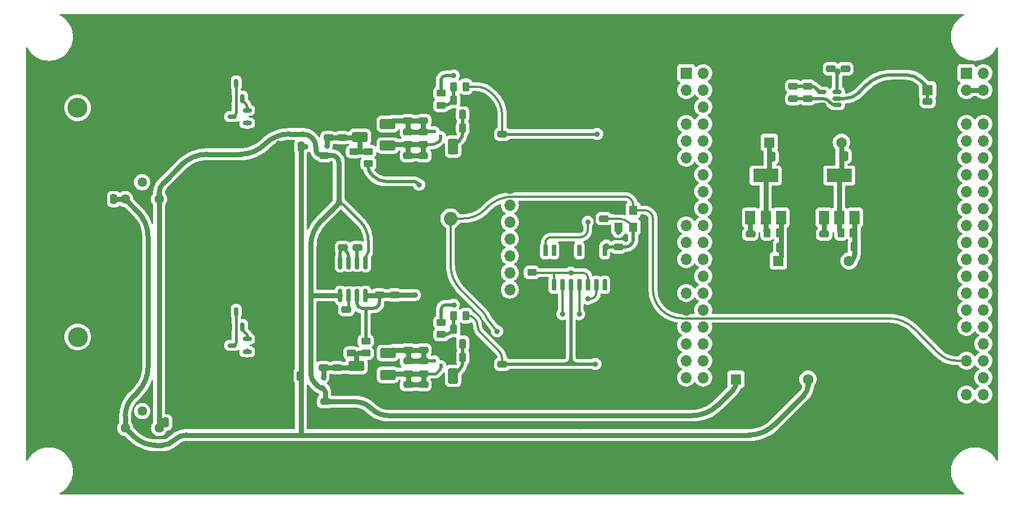
<source format=gbr>
%TF.GenerationSoftware,KiCad,Pcbnew,7.0.10-7.0.10~ubuntu22.04.1*%
%TF.CreationDate,2024-01-23T12:41:04+01:00*%
%TF.ProjectId,misrc,6d697372-632e-46b6-9963-61645f706362,0.3*%
%TF.SameCoordinates,Original*%
%TF.FileFunction,Copper,L2,Bot*%
%TF.FilePolarity,Positive*%
%FSLAX46Y46*%
G04 Gerber Fmt 4.6, Leading zero omitted, Abs format (unit mm)*
G04 Created by KiCad (PCBNEW 7.0.10-7.0.10~ubuntu22.04.1) date 2024-01-23 12:41:04*
%MOMM*%
%LPD*%
G01*
G04 APERTURE LIST*
G04 Aperture macros list*
%AMRoundRect*
0 Rectangle with rounded corners*
0 $1 Rounding radius*
0 $2 $3 $4 $5 $6 $7 $8 $9 X,Y pos of 4 corners*
0 Add a 4 corners polygon primitive as box body*
4,1,4,$2,$3,$4,$5,$6,$7,$8,$9,$2,$3,0*
0 Add four circle primitives for the rounded corners*
1,1,$1+$1,$2,$3*
1,1,$1+$1,$4,$5*
1,1,$1+$1,$6,$7*
1,1,$1+$1,$8,$9*
0 Add four rect primitives between the rounded corners*
20,1,$1+$1,$2,$3,$4,$5,0*
20,1,$1+$1,$4,$5,$6,$7,0*
20,1,$1+$1,$6,$7,$8,$9,0*
20,1,$1+$1,$8,$9,$2,$3,0*%
G04 Aperture macros list end*
%TA.AperFunction,ComponentPad*%
%ADD10R,1.600000X1.600000*%
%TD*%
%TA.AperFunction,ComponentPad*%
%ADD11C,1.600000*%
%TD*%
%TA.AperFunction,ComponentPad*%
%ADD12R,1.700000X1.700000*%
%TD*%
%TA.AperFunction,ComponentPad*%
%ADD13O,1.700000X1.700000*%
%TD*%
%TA.AperFunction,ComponentPad*%
%ADD14C,3.000000*%
%TD*%
%TA.AperFunction,ComponentPad*%
%ADD15C,4.000000*%
%TD*%
%TA.AperFunction,ComponentPad*%
%ADD16C,2.050000*%
%TD*%
%TA.AperFunction,ComponentPad*%
%ADD17C,2.250000*%
%TD*%
%TA.AperFunction,ComponentPad*%
%ADD18C,1.440000*%
%TD*%
%TA.AperFunction,SMDPad,CuDef*%
%ADD19RoundRect,0.250000X-0.250000X-0.475000X0.250000X-0.475000X0.250000X0.475000X-0.250000X0.475000X0*%
%TD*%
%TA.AperFunction,SMDPad,CuDef*%
%ADD20RoundRect,0.250001X-0.924999X0.499999X-0.924999X-0.499999X0.924999X-0.499999X0.924999X0.499999X0*%
%TD*%
%TA.AperFunction,SMDPad,CuDef*%
%ADD21RoundRect,0.250000X-0.475000X0.250000X-0.475000X-0.250000X0.475000X-0.250000X0.475000X0.250000X0*%
%TD*%
%TA.AperFunction,SMDPad,CuDef*%
%ADD22RoundRect,0.250000X0.475000X-0.250000X0.475000X0.250000X-0.475000X0.250000X-0.475000X-0.250000X0*%
%TD*%
%TA.AperFunction,SMDPad,CuDef*%
%ADD23R,1.200000X1.400000*%
%TD*%
%TA.AperFunction,SMDPad,CuDef*%
%ADD24RoundRect,0.150000X0.150000X-0.512500X0.150000X0.512500X-0.150000X0.512500X-0.150000X-0.512500X0*%
%TD*%
%TA.AperFunction,SMDPad,CuDef*%
%ADD25RoundRect,0.250000X-0.450000X0.262500X-0.450000X-0.262500X0.450000X-0.262500X0.450000X0.262500X0*%
%TD*%
%TA.AperFunction,SMDPad,CuDef*%
%ADD26RoundRect,0.250000X-0.262500X-0.450000X0.262500X-0.450000X0.262500X0.450000X-0.262500X0.450000X0*%
%TD*%
%TA.AperFunction,SMDPad,CuDef*%
%ADD27RoundRect,0.250000X0.262500X0.450000X-0.262500X0.450000X-0.262500X-0.450000X0.262500X-0.450000X0*%
%TD*%
%TA.AperFunction,SMDPad,CuDef*%
%ADD28R,1.500000X2.000000*%
%TD*%
%TA.AperFunction,SMDPad,CuDef*%
%ADD29R,3.800000X2.000000*%
%TD*%
%TA.AperFunction,SMDPad,CuDef*%
%ADD30RoundRect,0.150000X0.150000X-0.825000X0.150000X0.825000X-0.150000X0.825000X-0.150000X-0.825000X0*%
%TD*%
%TA.AperFunction,SMDPad,CuDef*%
%ADD31R,3.000000X2.290000*%
%TD*%
%TA.AperFunction,SMDPad,CuDef*%
%ADD32RoundRect,0.250001X0.924999X-0.499999X0.924999X0.499999X-0.924999X0.499999X-0.924999X-0.499999X0*%
%TD*%
%TA.AperFunction,SMDPad,CuDef*%
%ADD33RoundRect,0.250000X0.250000X0.475000X-0.250000X0.475000X-0.250000X-0.475000X0.250000X-0.475000X0*%
%TD*%
%TA.AperFunction,SMDPad,CuDef*%
%ADD34RoundRect,0.250000X0.450000X-0.262500X0.450000X0.262500X-0.450000X0.262500X-0.450000X-0.262500X0*%
%TD*%
%TA.AperFunction,SMDPad,CuDef*%
%ADD35RoundRect,0.250001X-0.499999X-0.924999X0.499999X-0.924999X0.499999X0.924999X-0.499999X0.924999X0*%
%TD*%
%TA.AperFunction,SMDPad,CuDef*%
%ADD36RoundRect,0.150000X0.512500X0.150000X-0.512500X0.150000X-0.512500X-0.150000X0.512500X-0.150000X0*%
%TD*%
%TA.AperFunction,SMDPad,CuDef*%
%ADD37RoundRect,0.150000X0.150000X-0.725000X0.150000X0.725000X-0.150000X0.725000X-0.150000X-0.725000X0*%
%TD*%
%TA.AperFunction,ViaPad*%
%ADD38C,0.800000*%
%TD*%
%TA.AperFunction,ViaPad*%
%ADD39C,1.000000*%
%TD*%
%TA.AperFunction,ViaPad*%
%ADD40C,0.600000*%
%TD*%
%TA.AperFunction,Conductor*%
%ADD41C,0.500000*%
%TD*%
%TA.AperFunction,Conductor*%
%ADD42C,0.320000*%
%TD*%
%TA.AperFunction,Conductor*%
%ADD43C,0.400000*%
%TD*%
%TA.AperFunction,Conductor*%
%ADD44C,0.750000*%
%TD*%
%TA.AperFunction,Conductor*%
%ADD45C,0.800000*%
%TD*%
G04 APERTURE END LIST*
D10*
%TO.P,C19,1*%
%TO.N,GND*%
X181554000Y-118364000D03*
D11*
%TO.P,C19,2*%
%TO.N,-5VA*%
X178054000Y-118364000D03*
%TD*%
D12*
%TO.P,J2,1,Pin_1*%
%TO.N,GND*%
X133350000Y-107442000D03*
D13*
%TO.P,J2,2,Pin_2*%
%TO.N,Net-(J2-Pin_2)*%
X133350000Y-104902000D03*
%TO.P,J2,3,Pin_3*%
%TO.N,Net-(J2-Pin_3)*%
X133350000Y-102362000D03*
%TO.P,J2,4,Pin_4*%
%TO.N,Net-(J2-Pin_4)*%
X133350000Y-99822000D03*
%TO.P,J2,5,Pin_5*%
%TO.N,Net-(J2-Pin_5)*%
X133350000Y-97282000D03*
%TO.P,J2,6,Pin_6*%
%TO.N,Net-(J2-Pin_6)*%
X133350000Y-94742000D03*
%TO.P,J2,7,Pin_7*%
%TO.N,Net-(J2-Pin_7)*%
X133350000Y-92202000D03*
%TO.P,J2,8,Pin_8*%
%TO.N,GND*%
X133350000Y-89662000D03*
%TD*%
D14*
%TO.P,J101,1,Signal*%
%TO.N,Net-(J101-Signal)*%
X68580000Y-112014000D03*
D15*
%TO.P,J101,2,GND*%
%TO.N,GND*%
X63500000Y-117094000D03*
%TO.P,J101,3,GND*%
X63500000Y-106934000D03*
%TO.P,J101,4,GND*%
X73660000Y-106934000D03*
%TO.P,J101,5,GND*%
X73660000Y-117094000D03*
%TD*%
D12*
%TO.P,J3,1,V3P3*%
%TO.N,VDD*%
X201803000Y-72390000D03*
D13*
%TO.P,J3,2,V1P2*%
%TO.N,unconnected-(J3-V1P2-Pad2)*%
X204343000Y-72390000D03*
%TO.P,J3,3,USB3_VBUS*%
%TO.N,+5V*%
X201803000Y-74930000D03*
%TO.P,J3,4,USB3_VBUS*%
X204343000Y-74930000D03*
%TO.P,J3,6,GND*%
%TO.N,GND*%
X204343000Y-77470000D03*
%TO.P,J3,7,CTL12*%
%TO.N,unconnected-(J3-CTL12-Pad7)*%
X201803000Y-80010000D03*
%TO.P,J3,8,DQ15*%
%TO.N,Net-(J3-DQ15)*%
X204343000Y-80010000D03*
%TO.P,J3,9,CTL11*%
%TO.N,unconnected-(J3-CTL11-Pad9)*%
X201803000Y-82550000D03*
%TO.P,J3,10,DQ14*%
%TO.N,Net-(J3-DQ14)*%
X204343000Y-82550000D03*
%TO.P,J3,11,CTL10*%
%TO.N,unconnected-(J3-CTL10-Pad11)*%
X201803000Y-85090000D03*
%TO.P,J3,12,DQ13*%
%TO.N,Net-(J3-DQ13)*%
X204343000Y-85090000D03*
%TO.P,J3,13,CTL9*%
%TO.N,unconnected-(J3-CTL9-Pad13)*%
X201803000Y-87630000D03*
%TO.P,J3,14,DQ12*%
%TO.N,Net-(J3-DQ12)*%
X204343000Y-87630000D03*
%TO.P,J3,15,CTL8*%
%TO.N,unconnected-(J3-CTL8-Pad15)*%
X201803000Y-90170000D03*
%TO.P,J3,16,DQ11*%
%TO.N,Net-(J3-DQ11)*%
X204343000Y-90170000D03*
%TO.P,J3,17,CTL7*%
%TO.N,unconnected-(J3-CTL7-Pad17)*%
X201803000Y-92710000D03*
%TO.P,J3,18,DQ10*%
%TO.N,Net-(J3-DQ10)*%
X204343000Y-92710000D03*
%TO.P,J3,19,CTL6*%
%TO.N,unconnected-(J3-CTL6-Pad19)*%
X201803000Y-95250000D03*
%TO.P,J3,20,DQ9*%
%TO.N,Net-(J3-DQ9)*%
X204343000Y-95250000D03*
%TO.P,J3,21,CTL5*%
%TO.N,unconnected-(J3-CTL5-Pad21)*%
X201803000Y-97790000D03*
%TO.P,J3,22,DQ8*%
%TO.N,Net-(J3-DQ8)*%
X204343000Y-97790000D03*
%TO.P,J3,23,CTL4_SW*%
%TO.N,unconnected-(J3-CTL4_SW-Pad23)*%
X201803000Y-100330000D03*
%TO.P,J3,24,DQ7*%
%TO.N,Net-(J3-DQ7)*%
X204343000Y-100330000D03*
%TO.P,J3,25,CTL3*%
%TO.N,unconnected-(J3-CTL3-Pad25)*%
X201803000Y-102870000D03*
%TO.P,J3,26,DQ6*%
%TO.N,Net-(J3-DQ6)*%
X204343000Y-102870000D03*
%TO.P,J3,27,CTL2*%
%TO.N,unconnected-(J3-CTL2-Pad27)*%
X201803000Y-105410000D03*
%TO.P,J3,28,DQ5*%
%TO.N,Net-(J3-DQ5)*%
X204343000Y-105410000D03*
%TO.P,J3,29,CTL1*%
%TO.N,unconnected-(J3-CTL1-Pad29)*%
X201803000Y-107950000D03*
%TO.P,J3,30,DQ4*%
%TO.N,Net-(J3-DQ4)*%
X204343000Y-107950000D03*
%TO.P,J3,31,CTL0*%
%TO.N,unconnected-(J3-CTL0-Pad31)*%
X201803000Y-110490000D03*
%TO.P,J3,32,DQ3*%
%TO.N,Net-(J3-DQ3)*%
X204343000Y-110490000D03*
%TO.P,J3,33,GND*%
%TO.N,GND*%
X201803000Y-113030000D03*
%TO.P,J3,34,DQ2*%
%TO.N,Net-(J3-DQ2)*%
X204343000Y-113030000D03*
%TO.P,J3,35,PCLK*%
%TO.N,/Input_ADC_CH1/CLK*%
X201803000Y-115570000D03*
%TO.P,J3,36,DQ1*%
%TO.N,Net-(J3-DQ1)*%
X204343000Y-115570000D03*
%TO.P,J3,37,GND*%
%TO.N,GND*%
X201803000Y-118110000D03*
%TO.P,J3,38,DQ0*%
%TO.N,Net-(J3-DQ0)*%
X204343000Y-118110000D03*
%TO.P,J3,39,I2C_SDA_FX3*%
%TO.N,unconnected-(J3-I2C_SDA_FX3-Pad39)*%
X201803000Y-120650000D03*
%TO.P,J3,40,I2C_SCL_FX3*%
%TO.N,unconnected-(J3-I2C_SCL_FX3-Pad40)*%
X204343000Y-120650000D03*
%TD*%
D16*
%TO.P,J1,1,Pin_1*%
%TO.N,/Input_ADC_CH1/CLK*%
X124460000Y-94234000D03*
D17*
%TO.P,J1,2,Shield*%
%TO.N,GND*%
X121920000Y-91694000D03*
X121920000Y-96774000D03*
X127000000Y-91694000D03*
X127000000Y-96774000D03*
%TD*%
D18*
%TO.P,RV201,1,1*%
%TO.N,-5VA*%
X75692000Y-91313000D03*
%TO.P,RV201,2,2*%
%TO.N,Net-(R228-Pad2)*%
X78232000Y-88773000D03*
%TO.P,RV201,3,3*%
%TO.N,+5VA*%
X80772000Y-91313000D03*
%TD*%
D10*
%TO.P,C17,1*%
%TO.N,GND*%
X180721000Y-100584000D03*
D11*
%TO.P,C17,2*%
%TO.N,Net-(Q2-B)*%
X184221000Y-100584000D03*
%TD*%
D10*
%TO.P,C11,1*%
%TO.N,GND*%
X186564651Y-82804000D03*
D11*
%TO.P,C11,2*%
%TO.N,Net-(Q2-C)*%
X183064651Y-82804000D03*
%TD*%
D14*
%TO.P,J201,1,Signal*%
%TO.N,Net-(J201-Signal)*%
X68567000Y-77597000D03*
D15*
%TO.P,J201,2,GND*%
%TO.N,GND*%
X63487000Y-82677000D03*
%TO.P,J201,3,GND*%
X63487000Y-72517000D03*
%TO.P,J201,4,GND*%
X73647000Y-72517000D03*
%TO.P,J201,5,GND*%
X73647000Y-82677000D03*
%TD*%
D10*
%TO.P,C10,1*%
%TO.N,Net-(Q1-C)*%
X172240000Y-82801000D03*
D11*
%TO.P,C10,2*%
%TO.N,GND*%
X175740000Y-82801000D03*
%TD*%
D10*
%TO.P,C6,1*%
%TO.N,+5V*%
X195962651Y-74930000D03*
D11*
%TO.P,C6,2*%
%TO.N,GND*%
X192462651Y-74930000D03*
%TD*%
D10*
%TO.P,C18,1*%
%TO.N,+5VA*%
X167259000Y-118364000D03*
D11*
%TO.P,C18,2*%
%TO.N,GND*%
X170759000Y-118364000D03*
%TD*%
D10*
%TO.P,C16,1*%
%TO.N,Net-(Q1-B)*%
X173609000Y-100584000D03*
D11*
%TO.P,C16,2*%
%TO.N,GND*%
X170109000Y-100584000D03*
%TD*%
D18*
%TO.P,RV101,1,1*%
%TO.N,-5VA*%
X75707000Y-125685000D03*
%TO.P,RV101,2,2*%
%TO.N,Net-(R127-Pad2)*%
X78247000Y-123145000D03*
%TO.P,RV101,3,3*%
%TO.N,+5VA*%
X80787000Y-125685000D03*
%TD*%
D12*
%TO.P,J4,1,V3P3*%
%TO.N,VDD*%
X159800000Y-72390000D03*
D13*
%TO.P,J4,2,V1P2*%
%TO.N,unconnected-(J4-V1P2-Pad2)*%
X162340000Y-72390000D03*
%TO.P,J4,3,INT_N_CTL15*%
%TO.N,unconnected-(J4-INT_N_CTL15-Pad3)*%
X159800000Y-74930000D03*
%TO.P,J4,4,VIO*%
%TO.N,unconnected-(J4-VIO-Pad4)*%
X162340000Y-74930000D03*
%TO.P,J4,6,DQ31*%
%TO.N,Net-(J4-DQ31)*%
X162340000Y-77470000D03*
%TO.P,J4,7,PMODE_2*%
%TO.N,unconnected-(J4-PMODE_2-Pad7)*%
X159800000Y-80010000D03*
%TO.P,J4,8,DQ30*%
%TO.N,Net-(J4-DQ30)*%
X162340000Y-80010000D03*
%TO.P,J4,9,PMODE_1*%
%TO.N,unconnected-(J4-PMODE_1-Pad9)*%
X159800000Y-82550000D03*
%TO.P,J4,10,DQ29*%
%TO.N,Net-(J4-DQ29)*%
X162340000Y-82550000D03*
%TO.P,J4,11,PMODE_0*%
%TO.N,unconnected-(J4-PMODE_0-Pad11)*%
X159800000Y-85090000D03*
%TO.P,J4,12,DQ28*%
%TO.N,Net-(J4-DQ28)*%
X162340000Y-85090000D03*
%TO.P,J4,13,GND*%
%TO.N,GND*%
X159800000Y-87630000D03*
%TO.P,J4,14,GPIO45*%
%TO.N,unconnected-(J4-GPIO45-Pad14)*%
X162340000Y-87630000D03*
%TO.P,J4,15,GND*%
%TO.N,GND*%
X159800000Y-90170000D03*
%TO.P,J4,16,DQ27*%
%TO.N,Net-(J4-DQ27)*%
X162340000Y-90170000D03*
%TO.P,J4,17,GND*%
%TO.N,GND*%
X159800000Y-92710000D03*
%TO.P,J4,18,DQ26*%
%TO.N,Net-(J4-DQ26)*%
X162340000Y-92710000D03*
%TO.P,J4,19,SPI-MOSI_UART-RX*%
%TO.N,unconnected-(J4-SPI-MOSI_UART-RX-Pad19)*%
X159800000Y-95250000D03*
%TO.P,J4,20,DQ25*%
%TO.N,Net-(J4-DQ25)*%
X162340000Y-95250000D03*
%TO.P,J4,21,SPI-MISO_UART_TX*%
%TO.N,unconnected-(J4-SPI-MISO_UART_TX-Pad21)*%
X159800000Y-97790000D03*
%TO.P,J4,22,DQ24*%
%TO.N,Net-(J4-DQ24)*%
X162340000Y-97790000D03*
%TO.P,J4,23,SPI-SSN_UART-CTS*%
%TO.N,unconnected-(J4-SPI-SSN_UART-CTS-Pad23)*%
X159800000Y-100330000D03*
%TO.P,J4,24,DQ23*%
%TO.N,Net-(J4-DQ23)*%
X162340000Y-100330000D03*
%TO.P,J4,25,GND*%
%TO.N,GND*%
X159800000Y-102870000D03*
%TO.P,J4,26,DQ22*%
%TO.N,Net-(J4-DQ22)*%
X162340000Y-102870000D03*
%TO.P,J4,27,SPI-SCK_UART-RTS*%
%TO.N,unconnected-(J4-SPI-SCK_UART-RTS-Pad27)*%
X159800000Y-105410000D03*
%TO.P,J4,28,DQ21*%
%TO.N,Net-(J4-DQ21)*%
X162340000Y-105410000D03*
%TO.P,J4,29,GND*%
%TO.N,GND*%
X159800000Y-107950000D03*
%TO.P,J4,30,DQ20*%
%TO.N,Net-(J4-DQ20)*%
X162340000Y-107950000D03*
%TO.P,J4,31,I2S_WS*%
%TO.N,unconnected-(J4-I2S_WS-Pad31)*%
X159800000Y-110490000D03*
%TO.P,J4,32,DQ19*%
%TO.N,Net-(J4-DQ19)*%
X162340000Y-110490000D03*
%TO.P,J4,33,I2S_SD*%
%TO.N,unconnected-(J4-I2S_SD-Pad33)*%
X159800000Y-113030000D03*
%TO.P,J4,34,DQ18*%
%TO.N,Net-(J4-DQ18)*%
X162340000Y-113030000D03*
%TO.P,J4,35,GPIO57_I2S-MCLK_VIO3_SW*%
%TO.N,unconnected-(J4-GPIO57_I2S-MCLK_VIO3_SW-Pad35)*%
X159800000Y-115570000D03*
%TO.P,J4,36,DQ17*%
%TO.N,Net-(J4-DQ17)*%
X162340000Y-115570000D03*
%TO.P,J4,37,I2S_CLK*%
%TO.N,unconnected-(J4-I2S_CLK-Pad37)*%
X159800000Y-118110000D03*
%TO.P,J4,38,DQ16*%
%TO.N,Net-(J4-DQ16)*%
X162340000Y-118110000D03*
%TO.P,J4,39,GND*%
%TO.N,GND*%
X159800000Y-120650000D03*
%TO.P,J4,40,GND*%
X162340000Y-120650000D03*
%TD*%
D19*
%TO.P,C122,1*%
%TO.N,GND*%
X100015000Y-117856000D03*
%TO.P,C122,2*%
%TO.N,-5VA*%
X101915000Y-117856000D03*
%TD*%
D20*
%TO.P,C102,1*%
%TO.N,Net-(U101-VCM)*%
X110363000Y-116358000D03*
%TO.P,C102,2*%
%TO.N,GND*%
X110363000Y-119608000D03*
%TD*%
D21*
%TO.P,C226,1*%
%TO.N,VDD*%
X132207000Y-81600000D03*
%TO.P,C226,2*%
%TO.N,GND*%
X132207000Y-83500000D03*
%TD*%
D22*
%TO.P,C221,1*%
%TO.N,Net-(U202-REFT)*%
X118097000Y-83119000D03*
%TO.P,C221,2*%
%TO.N,Net-(U202-REFB)*%
X118097000Y-81219000D03*
%TD*%
D21*
%TO.P,C20,1*%
%TO.N,+5VA*%
X169418000Y-96586000D03*
%TO.P,C20,2*%
%TO.N,GND*%
X169418000Y-98486000D03*
%TD*%
%TO.P,C8,1*%
%TO.N,Net-(U6-CP+)*%
X175831500Y-74361000D03*
%TO.P,C8,2*%
%TO.N,Net-(U6-CP-)*%
X175831500Y-76261000D03*
%TD*%
D23*
%TO.P,X1,1,EN*%
%TO.N,Net-(X1-EN)*%
X149649000Y-95504000D03*
%TO.P,X1,2,GND*%
%TO.N,GND*%
X149649000Y-92964000D03*
%TO.P,X1,3,OUT*%
%TO.N,/Input_ADC_CH1/CLK*%
X151849000Y-92964000D03*
%TO.P,X1,4,V+*%
%TO.N,VDD*%
X151849000Y-95504000D03*
%TD*%
D24*
%TO.P,Q202,1,B*%
%TO.N,Net-(Q201-B)*%
X93279000Y-76194500D03*
%TO.P,Q202,2,E*%
%TO.N,GND*%
X91379000Y-76194500D03*
%TO.P,Q202,3,C*%
%TO.N,Net-(Q201-C)*%
X92329000Y-73919500D03*
%TD*%
D25*
%TO.P,R204,1*%
%TO.N,Net-(U201-VCM)*%
X112141000Y-84154000D03*
%TO.P,R204,2*%
%TO.N,VDDA*%
X112141000Y-85979000D03*
%TD*%
D22*
%TO.P,C22,1*%
%TO.N,GND*%
X108839000Y-109789000D03*
%TO.P,C22,2*%
%TO.N,Net-(U7-BYP)*%
X108839000Y-107889000D03*
%TD*%
D21*
%TO.P,C21,1*%
%TO.N,-5VA*%
X180467000Y-96586000D03*
%TO.P,C21,2*%
%TO.N,GND*%
X180467000Y-98486000D03*
%TD*%
D26*
%TO.P,R5,1*%
%TO.N,Net-(Q2-C)*%
X182983500Y-96393000D03*
%TO.P,R5,2*%
%TO.N,Net-(Q2-B)*%
X184808500Y-96393000D03*
%TD*%
D27*
%TO.P,R126,1*%
%TO.N,GND*%
X126769500Y-110871000D03*
%TO.P,R126,2*%
%TO.N,Net-(U102-MODE)*%
X124944500Y-110871000D03*
%TD*%
D21*
%TO.P,C114,1*%
%TO.N,GND*%
X120396000Y-112080000D03*
%TO.P,C114,2*%
%TO.N,Net-(U102-REFB)*%
X120396000Y-113980000D03*
%TD*%
D19*
%TO.P,C216,1*%
%TO.N,Net-(U202-VREF)*%
X126291000Y-80645000D03*
%TO.P,C216,2*%
%TO.N,GND*%
X128191000Y-80645000D03*
%TD*%
D27*
%TO.P,R226,1*%
%TO.N,GND*%
X126756500Y-76454000D03*
%TO.P,R226,2*%
%TO.N,Net-(U202-MODE)*%
X124931500Y-76454000D03*
%TD*%
D21*
%TO.P,C213,1*%
%TO.N,GND*%
X118097000Y-77663000D03*
%TO.P,C213,2*%
%TO.N,Net-(U202-REFB)*%
X118097000Y-79563000D03*
%TD*%
%TO.P,C7,1*%
%TO.N,+5V*%
X195961000Y-76647000D03*
%TO.P,C7,2*%
%TO.N,GND*%
X195961000Y-78547000D03*
%TD*%
D28*
%TO.P,Q2,1,B*%
%TO.N,Net-(Q2-B)*%
X185053000Y-94082000D03*
%TO.P,Q2,2,C*%
%TO.N,Net-(Q2-C)*%
X182753000Y-94082000D03*
D29*
X182753000Y-87782000D03*
D28*
%TO.P,Q2,3,E*%
%TO.N,-5VA*%
X180453000Y-94082000D03*
%TD*%
D19*
%TO.P,C15,1*%
%TO.N,Net-(Q2-B)*%
X184978000Y-98425000D03*
%TO.P,C15,2*%
%TO.N,GND*%
X186878000Y-98425000D03*
%TD*%
D22*
%TO.P,C112,1*%
%TO.N,GND*%
X118110000Y-121092000D03*
%TO.P,C112,2*%
%TO.N,Net-(U102-REFT)*%
X118110000Y-119192000D03*
%TD*%
%TO.P,C31,1*%
%TO.N,VDD*%
X147447000Y-94234000D03*
%TO.P,C31,2*%
%TO.N,GND*%
X147447000Y-92334000D03*
%TD*%
D24*
%TO.P,Q102,1,B*%
%TO.N,Net-(Q101-B)*%
X93279000Y-110490000D03*
%TO.P,Q102,2,E*%
%TO.N,GND*%
X91379000Y-110490000D03*
%TO.P,Q102,3,C*%
%TO.N,Net-(Q101-C)*%
X92329000Y-108215000D03*
%TD*%
D21*
%TO.P,C223,1*%
%TO.N,+5VA*%
X105537000Y-84775000D03*
%TO.P,C223,2*%
%TO.N,GND*%
X105537000Y-86675000D03*
%TD*%
%TO.P,C214,1*%
%TO.N,GND*%
X120383000Y-77663000D03*
%TO.P,C214,2*%
%TO.N,Net-(U202-REFB)*%
X120383000Y-79563000D03*
%TD*%
D30*
%TO.P,U7,1,VOUT*%
%TO.N,VDDA*%
X111748000Y-105788000D03*
%TO.P,U7,2,SENSE*%
X110478000Y-105788000D03*
%TO.P,U7,3,BYP*%
%TO.N,Net-(U7-BYP)*%
X109208000Y-105788000D03*
%TO.P,U7,4,EN*%
%TO.N,+5VA*%
X107938000Y-105788000D03*
%TO.P,U7,5,REF_SENSE*%
%TO.N,Net-(U7-REF)*%
X107938000Y-100838000D03*
%TO.P,U7,6,REF*%
X109208000Y-100838000D03*
%TO.P,U7,7,VREG*%
%TO.N,Net-(U7-VREG)*%
X110478000Y-100838000D03*
%TO.P,U7,8,VIN*%
%TO.N,+5VA*%
X111748000Y-100838000D03*
D31*
%TO.P,U7,9,GND*%
%TO.N,GND*%
X109843000Y-103313000D03*
%TD*%
D32*
%TO.P,C217,1*%
%TO.N,Net-(U202-REFT)*%
X115049000Y-83286000D03*
%TO.P,C217,2*%
%TO.N,Net-(U202-REFB)*%
X115049000Y-80036000D03*
%TD*%
D19*
%TO.P,C14,1*%
%TO.N,Net-(Q1-B)*%
X173802000Y-98552000D03*
%TO.P,C14,2*%
%TO.N,GND*%
X175702000Y-98552000D03*
%TD*%
D25*
%TO.P,R125,1*%
%TO.N,Net-(R125-Pad1)*%
X123063000Y-109831500D03*
%TO.P,R125,2*%
%TO.N,Net-(U102-MODE)*%
X123063000Y-111656500D03*
%TD*%
D19*
%TO.P,C115,1*%
%TO.N,Net-(U102-VREF)*%
X126304000Y-113030000D03*
%TO.P,C115,2*%
%TO.N,GND*%
X128204000Y-113030000D03*
%TD*%
D22*
%TO.P,C111,1*%
%TO.N,GND*%
X120396000Y-121092000D03*
%TO.P,C111,2*%
%TO.N,Net-(U102-REFT)*%
X120396000Y-119192000D03*
%TD*%
D27*
%TO.P,R224,1*%
%TO.N,VDD*%
X126756500Y-74422000D03*
%TO.P,R224,2*%
%TO.N,Net-(U202-MODE)*%
X124931500Y-74422000D03*
%TD*%
D33*
%TO.P,C29,1*%
%TO.N,-5VA*%
X73975000Y-91313000D03*
%TO.P,C29,2*%
%TO.N,GND*%
X72075000Y-91313000D03*
%TD*%
D22*
%TO.P,C204,1*%
%TO.N,Net-(U201-VCM)*%
X106172000Y-82103000D03*
%TO.P,C204,2*%
%TO.N,GND*%
X106172000Y-80203000D03*
%TD*%
D28*
%TO.P,Q1,1,B*%
%TO.N,Net-(Q1-B)*%
X174004000Y-94082000D03*
%TO.P,Q1,2,C*%
%TO.N,Net-(Q1-C)*%
X171704000Y-94082000D03*
D29*
X171704000Y-87782000D03*
D28*
%TO.P,Q1,3,E*%
%TO.N,+5VA*%
X169404000Y-94082000D03*
%TD*%
D19*
%TO.P,C116,1*%
%TO.N,Net-(U102-VREF)*%
X126304000Y-115062000D03*
%TO.P,C116,2*%
%TO.N,GND*%
X128204000Y-115062000D03*
%TD*%
D22*
%TO.P,C211,1*%
%TO.N,GND*%
X120383000Y-86675000D03*
%TO.P,C211,2*%
%TO.N,Net-(U202-REFT)*%
X120383000Y-84775000D03*
%TD*%
D21*
%TO.P,C113,1*%
%TO.N,GND*%
X118110000Y-112080000D03*
%TO.P,C113,2*%
%TO.N,Net-(U102-REFB)*%
X118110000Y-113980000D03*
%TD*%
D25*
%TO.P,R225,1*%
%TO.N,Net-(R225-Pad1)*%
X123050000Y-75414500D03*
%TO.P,R225,2*%
%TO.N,Net-(U202-MODE)*%
X123050000Y-77239500D03*
%TD*%
D27*
%TO.P,R124,1*%
%TO.N,VDD*%
X126769500Y-108839000D03*
%TO.P,R124,2*%
%TO.N,Net-(U102-MODE)*%
X124944500Y-108839000D03*
%TD*%
D19*
%TO.P,C12,1*%
%TO.N,Net-(Q1-C)*%
X172659000Y-84963000D03*
%TO.P,C12,2*%
%TO.N,GND*%
X174559000Y-84963000D03*
%TD*%
D21*
%TO.P,C126,1*%
%TO.N,VDD*%
X132207000Y-116144000D03*
%TO.P,C126,2*%
%TO.N,GND*%
X132207000Y-118044000D03*
%TD*%
D34*
%TO.P,R104,1*%
%TO.N,Net-(U101-VCM)*%
X111760000Y-114450500D03*
%TO.P,R104,2*%
%TO.N,VDDA*%
X111760000Y-112625500D03*
%TD*%
D22*
%TO.P,C220,1*%
%TO.N,Net-(U202-REFT)*%
X120383000Y-83119000D03*
%TO.P,C220,2*%
%TO.N,Net-(U202-REFB)*%
X120383000Y-81219000D03*
%TD*%
D21*
%TO.P,C23,1*%
%TO.N,GND*%
X110490000Y-96713000D03*
%TO.P,C23,2*%
%TO.N,Net-(U7-VREG)*%
X110490000Y-98613000D03*
%TD*%
D32*
%TO.P,C117,1*%
%TO.N,Net-(U102-REFT)*%
X115062000Y-117703000D03*
%TO.P,C117,2*%
%TO.N,Net-(U102-REFB)*%
X115062000Y-114453000D03*
%TD*%
D35*
%TO.P,C110,1*%
%TO.N,Net-(U102-VREF)*%
X124867000Y-117856000D03*
%TO.P,C110,2*%
%TO.N,GND*%
X128117000Y-117856000D03*
%TD*%
D36*
%TO.P,U6,1,VOUT*%
%TO.N,Net-(U6-VOUT)*%
X182430000Y-75250000D03*
%TO.P,U6,2,VIN*%
%TO.N,+5V*%
X182430000Y-76200000D03*
%TO.P,U6,3,CP-*%
%TO.N,Net-(U6-CP-)*%
X182430000Y-77150000D03*
%TO.P,U6,4,GND*%
%TO.N,GND*%
X180155000Y-77150000D03*
%TO.P,U6,5,CP+*%
%TO.N,Net-(U6-CP+)*%
X180155000Y-75250000D03*
%TD*%
D21*
%TO.P,C27,1*%
%TO.N,GND*%
X181483000Y-69850000D03*
%TO.P,C27,2*%
%TO.N,Net-(U6-VOUT)*%
X181483000Y-71750000D03*
%TD*%
D26*
%TO.P,R4,1*%
%TO.N,Net-(Q1-C)*%
X171934500Y-96393000D03*
%TO.P,R4,2*%
%TO.N,Net-(Q1-B)*%
X173759500Y-96393000D03*
%TD*%
D32*
%TO.P,C202,1*%
%TO.N,Net-(U201-VCM)*%
X110871000Y-81990000D03*
%TO.P,C202,2*%
%TO.N,GND*%
X110871000Y-78740000D03*
%TD*%
D36*
%TO.P,Q101,1,B*%
%TO.N,Net-(Q101-B)*%
X93974500Y-112334000D03*
%TO.P,Q101,2,E*%
%TO.N,Net-(Q101-E)*%
X93974500Y-114234000D03*
%TO.P,Q101,3,C*%
%TO.N,Net-(Q101-C)*%
X91699500Y-113284000D03*
%TD*%
D37*
%TO.P,U1,1,Q*%
%TO.N,unconnected-(U1D-Q-Pad1)*%
X147574000Y-104175000D03*
%TO.P,U1,2,Q*%
%TO.N,Net-(D1-A)*%
X146304000Y-104175000D03*
%TO.P,U1,3,R*%
%TO.N,Net-(U1A-R)*%
X145034000Y-104175000D03*
%TO.P,U1,4,S*%
%TO.N,/OTRA*%
X143764000Y-104175000D03*
%TO.P,U1,5,E*%
%TO.N,VDD*%
X142494000Y-104175000D03*
%TO.P,U1,6,S*%
%TO.N,/OTRB*%
X141224000Y-104175000D03*
%TO.P,U1,7,R*%
%TO.N,Net-(U1A-R)*%
X139954000Y-104175000D03*
%TO.P,U1,8,VSS*%
%TO.N,GND*%
X138684000Y-104175000D03*
%TO.P,U1,9,Q*%
%TO.N,Net-(D2-A)*%
X138684000Y-99025000D03*
%TO.P,U1,10,Q*%
%TO.N,unconnected-(U1C-Q-Pad10)*%
X139954000Y-99025000D03*
%TO.P,U1,11,R*%
%TO.N,GND*%
X141224000Y-99025000D03*
%TO.P,U1,12,S*%
X142494000Y-99025000D03*
%TO.P,U1,13*%
%TO.N,N/C*%
X143764000Y-99025000D03*
%TO.P,U1,14,S*%
%TO.N,GND*%
X145034000Y-99025000D03*
%TO.P,U1,15,R*%
X146304000Y-99025000D03*
%TO.P,U1,16,VDD*%
%TO.N,VDD*%
X147574000Y-99025000D03*
%TD*%
D22*
%TO.P,C104,1*%
%TO.N,Net-(U101-VCM)*%
X105410000Y-116647000D03*
%TO.P,C104,2*%
%TO.N,GND*%
X105410000Y-114747000D03*
%TD*%
D34*
%TO.P,R1,1*%
%TO.N,GND*%
X136652000Y-104163500D03*
%TO.P,R1,2*%
%TO.N,Net-(U1A-R)*%
X136652000Y-102338500D03*
%TD*%
%TO.P,R205,1*%
%TO.N,GND*%
X109982000Y-86002500D03*
%TO.P,R205,2*%
%TO.N,Net-(U201-VCM)*%
X109982000Y-84177500D03*
%TD*%
D21*
%TO.P,C28,1*%
%TO.N,GND*%
X183642000Y-69850000D03*
%TO.P,C28,2*%
%TO.N,Net-(U6-VOUT)*%
X183642000Y-71750000D03*
%TD*%
D36*
%TO.P,Q201,1,B*%
%TO.N,Net-(Q201-B)*%
X93980000Y-77978000D03*
%TO.P,Q201,2,E*%
%TO.N,Net-(Q201-E)*%
X93980000Y-79878000D03*
%TO.P,Q201,3,C*%
%TO.N,Net-(Q201-C)*%
X91705000Y-78928000D03*
%TD*%
D22*
%TO.P,C212,1*%
%TO.N,GND*%
X118097000Y-86675000D03*
%TO.P,C212,2*%
%TO.N,Net-(U202-REFT)*%
X118097000Y-84775000D03*
%TD*%
D21*
%TO.P,C5,1*%
%TO.N,VDD*%
X149606000Y-98491000D03*
%TO.P,C5,2*%
%TO.N,GND*%
X149606000Y-100391000D03*
%TD*%
D22*
%TO.P,C120,1*%
%TO.N,Net-(U102-REFT)*%
X120396000Y-117536000D03*
%TO.P,C120,2*%
%TO.N,Net-(U102-REFB)*%
X120396000Y-115636000D03*
%TD*%
%TO.P,C203,1*%
%TO.N,Net-(U201-VCM)*%
X108204000Y-82103000D03*
%TO.P,C203,2*%
%TO.N,GND*%
X108204000Y-80203000D03*
%TD*%
D19*
%TO.P,C13,1*%
%TO.N,Net-(Q2-C)*%
X183581000Y-84836000D03*
%TO.P,C13,2*%
%TO.N,GND*%
X185481000Y-84836000D03*
%TD*%
D22*
%TO.P,C103,1*%
%TO.N,Net-(U101-VCM)*%
X107442000Y-116647000D03*
%TO.P,C103,2*%
%TO.N,GND*%
X107442000Y-114747000D03*
%TD*%
D19*
%TO.P,C215,1*%
%TO.N,Net-(U202-VREF)*%
X126291000Y-78613000D03*
%TO.P,C215,2*%
%TO.N,GND*%
X128191000Y-78613000D03*
%TD*%
D21*
%TO.P,C123,1*%
%TO.N,+5VA*%
X105664000Y-121732000D03*
%TO.P,C123,2*%
%TO.N,GND*%
X105664000Y-123632000D03*
%TD*%
D19*
%TO.P,C222,1*%
%TO.N,GND*%
X100142000Y-83439000D03*
%TO.P,C222,2*%
%TO.N,-5VA*%
X102042000Y-83439000D03*
%TD*%
D22*
%TO.P,C121,1*%
%TO.N,Net-(U102-REFT)*%
X118110000Y-117536000D03*
%TO.P,C121,2*%
%TO.N,Net-(U102-REFB)*%
X118110000Y-115636000D03*
%TD*%
D35*
%TO.P,C210,1*%
%TO.N,Net-(U202-VREF)*%
X124854000Y-83439000D03*
%TO.P,C210,2*%
%TO.N,GND*%
X128104000Y-83439000D03*
%TD*%
D22*
%TO.P,C25,1*%
%TO.N,VDDA*%
X116078000Y-105725000D03*
%TO.P,C25,2*%
%TO.N,GND*%
X116078000Y-103825000D03*
%TD*%
D19*
%TO.P,C30,1*%
%TO.N,+5VA*%
X81727000Y-124841000D03*
%TO.P,C30,2*%
%TO.N,GND*%
X83627000Y-124841000D03*
%TD*%
D25*
%TO.P,R105,1*%
%TO.N,GND*%
X109601000Y-112625500D03*
%TO.P,R105,2*%
%TO.N,Net-(U101-VCM)*%
X109601000Y-114450500D03*
%TD*%
D21*
%TO.P,C9,1*%
%TO.N,Net-(U6-CP+)*%
X177990500Y-74361000D03*
%TO.P,C9,2*%
%TO.N,Net-(U6-CP-)*%
X177990500Y-76261000D03*
%TD*%
D22*
%TO.P,C26,1*%
%TO.N,VDDA*%
X113792000Y-105725000D03*
%TO.P,C26,2*%
%TO.N,GND*%
X113792000Y-103825000D03*
%TD*%
%TO.P,C24,1*%
%TO.N,Net-(U7-REF)*%
X108331000Y-98613000D03*
%TO.P,C24,2*%
%TO.N,GND*%
X108331000Y-96713000D03*
%TD*%
D38*
%TO.N,VDD*%
X146431000Y-81534000D03*
X132461000Y-81534000D03*
X132207000Y-116078000D03*
X147828000Y-98298000D03*
X146177000Y-116078000D03*
%TO.N,GND*%
X173990000Y-107696000D03*
X99060000Y-99822000D03*
X82931000Y-96393000D03*
X135128000Y-100965000D03*
X124079000Y-132461000D03*
X186055000Y-70866000D03*
X108458000Y-68453000D03*
X125222000Y-129413000D03*
X144907000Y-89281000D03*
X185039000Y-91059000D03*
X70358000Y-96266000D03*
X128143000Y-134366000D03*
X70739000Y-129794000D03*
X114554000Y-90170000D03*
X176149000Y-102870000D03*
X105537000Y-102489000D03*
X144145000Y-114554000D03*
X127762000Y-99314000D03*
X116332000Y-108077000D03*
X205232000Y-128397000D03*
X126492000Y-107061000D03*
X190246000Y-73914000D03*
X128397000Y-120015000D03*
X66548000Y-90170000D03*
X81915000Y-69469000D03*
X90170000Y-120777000D03*
X141732000Y-117602000D03*
X97663000Y-70993000D03*
X194183000Y-134493000D03*
X194056000Y-64516000D03*
X82296000Y-133858000D03*
X108839000Y-102743000D03*
X144907000Y-83058000D03*
X174244000Y-120904000D03*
X83312000Y-78867000D03*
X128397000Y-86995000D03*
X99314000Y-134620000D03*
X144907000Y-77978000D03*
X191583676Y-76946174D03*
X168656000Y-83820000D03*
X77597000Y-110109000D03*
X109093000Y-123190000D03*
X146939000Y-107315000D03*
X109347000Y-89408000D03*
X117856000Y-90678000D03*
X120650000Y-134493000D03*
X66548000Y-95758000D03*
X164211000Y-119253000D03*
X130937000Y-103505000D03*
X116332000Y-76581000D03*
X200914000Y-127508000D03*
X164973000Y-115443000D03*
X169164000Y-106680000D03*
X141351000Y-100838000D03*
X69215000Y-91313000D03*
X107442000Y-112903000D03*
X183134000Y-115443000D03*
X94488000Y-92583000D03*
X106299000Y-90170000D03*
X156972000Y-72517000D03*
X168783000Y-64389000D03*
X109855000Y-103886000D03*
X86614000Y-134747000D03*
X156591000Y-115443000D03*
X141478000Y-83058000D03*
X186055000Y-115697000D03*
X137160000Y-105537000D03*
X77597000Y-75692000D03*
X64516000Y-91821000D03*
X116459000Y-111633000D03*
X117221000Y-100076000D03*
X198628000Y-134366000D03*
X191897000Y-70993000D03*
X147066000Y-100838000D03*
X179959000Y-113157000D03*
X141732000Y-92583000D03*
X177165000Y-87503000D03*
X169799000Y-91186000D03*
X120904000Y-100330000D03*
X90043000Y-78486000D03*
X79375000Y-67945000D03*
X89789000Y-131191000D03*
X64643000Y-122936000D03*
X166116000Y-72390000D03*
X182245000Y-104775000D03*
X116459000Y-68199000D03*
X119253000Y-75819000D03*
X105537000Y-100711000D03*
X180467000Y-91059000D03*
X168529000Y-121666000D03*
X169672000Y-74676000D03*
X121031000Y-107315000D03*
X113030000Y-78613000D03*
X122174000Y-125222000D03*
X153670000Y-128016000D03*
X179451000Y-84201000D03*
X144181456Y-87670692D03*
X174625000Y-118618000D03*
X137922000Y-121539000D03*
X96012000Y-81407000D03*
X123190000Y-88265000D03*
X165862000Y-87122000D03*
X175641000Y-113792000D03*
X88900000Y-116967000D03*
X185674000Y-118491000D03*
X110871000Y-103886000D03*
X110871000Y-102743000D03*
X77851000Y-131572000D03*
X148209000Y-79375000D03*
X121158000Y-70612000D03*
X192786000Y-67564000D03*
X88138000Y-120904000D03*
X187833000Y-78232000D03*
X165100000Y-76073000D03*
X73914000Y-65659000D03*
X130937000Y-93599000D03*
X95631000Y-112522000D03*
X119253000Y-122301000D03*
X180086000Y-107823000D03*
X144272000Y-131953000D03*
X99187000Y-129286000D03*
X116459000Y-125222000D03*
X116332000Y-97409000D03*
X74930000Y-97917000D03*
X62865000Y-89408000D03*
X143129000Y-70104000D03*
X188595000Y-75819000D03*
X157734000Y-67818000D03*
X189992000Y-80264000D03*
X199136000Y-76708000D03*
X138176000Y-64516000D03*
X109220000Y-94869000D03*
X95885000Y-115697000D03*
X114046000Y-100457000D03*
X205359000Y-123825000D03*
X106553000Y-64897000D03*
X183007000Y-111252000D03*
X142113000Y-129921000D03*
X161671000Y-67945000D03*
X70104000Y-93853000D03*
X95631000Y-110617000D03*
X182626000Y-121539000D03*
X97155000Y-103124000D03*
X198628000Y-73279000D03*
X75184000Y-66421000D03*
X117602000Y-94234000D03*
X92583000Y-116840000D03*
X184785000Y-77851000D03*
X125984000Y-125222000D03*
X144907000Y-66421000D03*
X84582000Y-82423000D03*
X144526000Y-92710000D03*
X95758000Y-94742000D03*
X151638000Y-106172000D03*
X95377000Y-75946000D03*
X99695000Y-102743000D03*
X111125000Y-90043000D03*
X128184000Y-81956000D03*
X64135000Y-127000000D03*
X98679000Y-82931000D03*
X152146000Y-104394000D03*
X95758000Y-106299000D03*
X129667000Y-125349000D03*
X128905000Y-128651000D03*
X150241000Y-67691000D03*
X176149000Y-119761000D03*
X67437000Y-70739000D03*
X129921000Y-72898000D03*
X98933000Y-124968000D03*
X144526000Y-119761000D03*
X126873000Y-121793000D03*
X83312000Y-73152000D03*
X169418000Y-113665000D03*
X98679000Y-117221000D03*
X151130000Y-125222000D03*
X131064000Y-105537000D03*
X108077000Y-93599000D03*
X175768000Y-70993000D03*
X152654000Y-81788000D03*
X64262000Y-96774000D03*
X90170000Y-73914000D03*
X93091000Y-134747000D03*
X199263000Y-79248000D03*
X128524000Y-121793000D03*
X188214000Y-86106000D03*
X83566000Y-107696000D03*
X81534000Y-130556000D03*
X175768000Y-67945000D03*
X94742000Y-128143000D03*
X182372000Y-67818000D03*
X108839000Y-103886000D03*
X141351000Y-77978000D03*
X94615000Y-96774000D03*
X193929000Y-80264000D03*
X111125000Y-88519000D03*
X141605000Y-119761000D03*
X152781000Y-106299000D03*
X165481000Y-93218000D03*
X192278000Y-83058000D03*
X69342000Y-66167000D03*
X150876000Y-103632000D03*
X128184000Y-116373000D03*
X94742000Y-132080000D03*
X107188000Y-123063000D03*
X87757000Y-112903000D03*
X72760485Y-127578531D03*
X170434000Y-76835000D03*
X69469000Y-127127000D03*
X93472000Y-100203000D03*
X93218000Y-120396000D03*
X170434000Y-69469000D03*
X169291000Y-102616000D03*
X106299000Y-88011000D03*
X144907000Y-111252000D03*
X88646000Y-123952000D03*
X130810000Y-96393000D03*
X87122000Y-99822000D03*
X103505000Y-134874000D03*
X87757000Y-108331000D03*
X142113000Y-89662000D03*
X142240000Y-134366000D03*
X196088000Y-70358000D03*
X88519000Y-82423000D03*
X99187000Y-90678000D03*
X145796000Y-129159000D03*
X110490000Y-110109000D03*
X82550000Y-65532000D03*
X117602000Y-102743000D03*
X106172000Y-113030000D03*
X78232000Y-125730000D03*
X153670000Y-67437000D03*
X84582000Y-116840000D03*
X146296158Y-134304578D03*
X189103000Y-67945000D03*
X81026000Y-81153000D03*
X98425000Y-65913000D03*
X123825000Y-122428000D03*
X107950000Y-131826000D03*
X117856000Y-65532000D03*
X141478000Y-66802000D03*
X109220000Y-87249000D03*
X83439000Y-122428000D03*
X142621000Y-85979000D03*
X144150003Y-73178548D03*
X82804000Y-103124000D03*
X76835000Y-102362000D03*
X166624000Y-67564000D03*
X156464000Y-64389000D03*
X141732000Y-125222000D03*
X172085000Y-110998000D03*
X165608000Y-99187000D03*
X146177000Y-125222000D03*
X137922000Y-100965000D03*
X116205000Y-94869000D03*
X198374000Y-64516000D03*
X144526000Y-117348000D03*
X84709000Y-88265000D03*
X71120000Y-123571000D03*
X165989000Y-81534000D03*
X197104000Y-131445000D03*
X78613000Y-80772000D03*
X186055000Y-102489000D03*
X130777513Y-101454932D03*
X165227000Y-107315000D03*
X143891000Y-125476000D03*
X177292000Y-78867000D03*
X199390000Y-129286000D03*
X152146000Y-102235000D03*
X172212000Y-116078000D03*
X107696000Y-78740000D03*
X111633000Y-134366000D03*
X126746000Y-103505000D03*
X122428000Y-128651000D03*
X63998323Y-101213414D03*
X154940000Y-111379000D03*
X164846000Y-103124000D03*
X106934000Y-124587000D03*
X114681000Y-87249000D03*
X77470000Y-114173000D03*
X112014000Y-73660000D03*
X90043000Y-64897000D03*
X73406000Y-132334000D03*
X150876000Y-101346000D03*
X115062000Y-112395000D03*
X111633000Y-68326000D03*
X83439000Y-113284000D03*
X174018000Y-90681000D03*
X153035000Y-111506000D03*
X107950000Y-73660000D03*
X121920000Y-131318000D03*
X142240000Y-75184000D03*
X72009000Y-99949000D03*
X129286000Y-132334000D03*
X123317000Y-102743000D03*
X93218000Y-83185000D03*
X129794000Y-88900000D03*
X129667000Y-66294000D03*
X87630000Y-129794000D03*
X114554000Y-122428000D03*
X185928000Y-113284000D03*
X109855000Y-102743000D03*
X136652000Y-134620000D03*
X67310000Y-123825000D03*
X76581000Y-99441000D03*
X165227000Y-111506000D03*
X184404000Y-106553000D03*
X108077000Y-129413000D03*
X67056000Y-99822000D03*
X185166000Y-64262000D03*
X68326000Y-69088000D03*
X68072000Y-102616000D03*
D39*
%TO.N,+5VA*%
X169418000Y-94615000D03*
D38*
X105283000Y-119634000D03*
X105283000Y-84709000D03*
D39*
%TO.N,-5VA*%
X180467000Y-94615000D03*
D38*
X101854000Y-117983000D03*
X102743000Y-83439000D03*
%TO.N,VDDA*%
X119761000Y-89154000D03*
X119126000Y-105725000D03*
%TO.N,/Input_ADC_CH1/CLK*%
X131445000Y-111162617D03*
%TO.N,/OTRA*%
X143764000Y-108585000D03*
%TO.N,/OTRB*%
X141224000Y-108585000D03*
D39*
%TO.N,Net-(U6-VOUT)*%
X182499000Y-72136000D03*
D38*
%TO.N,Net-(U101-VCM)*%
X105410000Y-118110000D03*
%TO.N,Net-(Q101-E)*%
X93980000Y-114173000D03*
%TO.N,Net-(U102-VREF)*%
X126238000Y-115062000D03*
D40*
%TO.N,Net-(U102-REFT)*%
X123018011Y-116313937D03*
%TO.N,Net-(U102-REFB)*%
X122047000Y-115570000D03*
D38*
%TO.N,Net-(U201-VCM)*%
X105918000Y-83312000D03*
%TO.N,Net-(Q201-E)*%
X93980000Y-79878000D03*
%TO.N,Net-(U202-VREF)*%
X126225000Y-80645000D03*
D40*
%TO.N,Net-(U202-REFT)*%
X123005011Y-81896937D03*
%TO.N,Net-(U202-REFB)*%
X122034000Y-81153000D03*
D38*
%TO.N,Net-(D1-A)*%
X145034000Y-106299000D03*
%TO.N,Net-(D2-A)*%
X145034000Y-94742000D03*
%TO.N,Net-(U1A-R)*%
X142494000Y-102362000D03*
%TO.N,Net-(U102-MODE)*%
X123063000Y-111656500D03*
%TO.N,Net-(R125-Pad1)*%
X124968000Y-107188000D03*
%TO.N,Net-(U202-MODE)*%
X123050000Y-77239500D03*
%TO.N,Net-(R225-Pad1)*%
X124955000Y-72771000D03*
%TO.N,Net-(X1-EN)*%
X149606000Y-96266000D03*
%TD*%
D41*
%TO.N,VDD*%
X145105188Y-116078000D02*
X145090801Y-116078000D01*
X145882070Y-116078000D02*
X145867683Y-116078000D01*
D42*
X127941000Y-109145000D02*
X128097118Y-109301118D01*
D41*
X145896457Y-116078000D02*
X145882070Y-116078000D01*
X141055327Y-116078000D02*
X141012167Y-116078000D01*
X135128000Y-116078000D02*
X133286500Y-116078000D01*
X144220405Y-116078000D02*
X143990218Y-116078000D01*
X139803681Y-116078000D02*
X139961935Y-116078000D01*
D42*
X151214000Y-94869000D02*
X151849000Y-95504000D01*
D43*
X132461000Y-81534000D02*
X146431000Y-81534000D01*
D41*
X145054834Y-116078000D02*
X144997287Y-116078000D01*
X145918037Y-116078000D02*
X145896457Y-116078000D01*
X140724431Y-116078000D02*
X140580564Y-116078000D01*
X138983640Y-116078000D02*
X138868546Y-116078000D01*
X141170421Y-116078000D02*
X141055327Y-116078000D01*
X147741230Y-98857769D02*
X147840999Y-98757999D01*
X145680655Y-116078000D02*
X145601528Y-116078000D01*
X140983393Y-116078000D02*
X140954619Y-116078000D01*
X145220281Y-116078000D02*
X145148348Y-116078000D01*
X145824521Y-116078000D02*
X145752588Y-116078000D01*
X139328919Y-116078000D02*
X139213826Y-116078000D01*
X138177983Y-116078000D02*
X138408171Y-116078000D01*
X141400609Y-116078000D02*
X141285515Y-116078000D01*
X143990218Y-116078000D02*
X143875124Y-116078000D01*
X135128000Y-116078000D02*
X135746629Y-116078000D01*
X145975584Y-116078000D02*
X145918037Y-116078000D01*
X146169806Y-116078000D02*
X146155419Y-116078000D01*
X133286500Y-116078000D02*
X132207000Y-116078000D01*
X145752588Y-116078000D02*
X145680655Y-116078000D01*
X146126645Y-116078000D02*
X146112258Y-116078000D01*
X144795873Y-116078000D02*
X144846227Y-116078000D01*
X141472542Y-116078000D02*
X141443769Y-116078000D01*
X143414750Y-116078000D02*
X141573250Y-116078000D01*
X143644936Y-116078000D02*
X143529842Y-116078000D01*
X143875124Y-116078000D02*
X143760030Y-116078000D01*
X136955113Y-116078000D02*
X137271620Y-116078000D01*
X143529842Y-116078000D02*
X143501069Y-116078000D01*
X142494000Y-115157250D02*
X142494000Y-104175000D01*
X137329166Y-116078000D02*
X137300393Y-116078000D01*
X144939740Y-116078000D02*
X144932547Y-116078000D01*
X140868298Y-116078000D02*
X140724431Y-116078000D01*
D42*
X130937000Y-75692000D02*
X130696017Y-75451017D01*
D41*
X144335499Y-116078000D02*
X144220405Y-116078000D01*
X146141032Y-116078000D02*
X146126645Y-116078000D01*
X140422310Y-116078000D02*
X139961935Y-116078000D01*
D42*
X132207000Y-81100394D02*
X132207000Y-78758051D01*
D41*
X149606000Y-98491000D02*
X148485595Y-98491000D01*
X141443769Y-116078000D02*
X141400609Y-116078000D01*
X144932547Y-116078000D02*
X144889387Y-116078000D01*
X146090678Y-116078000D02*
X146112258Y-116078000D01*
D42*
X132428000Y-81567000D02*
X132461000Y-81534000D01*
D41*
X140868298Y-116078000D02*
X140954619Y-116078000D01*
X141012167Y-116078000D02*
X140983393Y-116078000D01*
X136350871Y-116078000D02*
X135746629Y-116078000D01*
X143760030Y-116078000D02*
X143644936Y-116078000D01*
X145090801Y-116078000D02*
X145076414Y-116078000D01*
X136955113Y-116078000D02*
X136350871Y-116078000D01*
X141501315Y-116078000D02*
X141472542Y-116078000D01*
X144565687Y-116078000D02*
X144450593Y-116078000D01*
X139400853Y-116078000D02*
X139372079Y-116078000D01*
X139803681Y-116078000D02*
X139659814Y-116078000D01*
X144889387Y-116078000D02*
X144846227Y-116078000D01*
D42*
X132207000Y-115348201D02*
X132207000Y-116078000D01*
D41*
X144997287Y-116078000D02*
X144939740Y-116078000D01*
X137329166Y-116078000D02*
X137602514Y-116078000D01*
X141558863Y-116078000D02*
X141530089Y-116078000D01*
X144450593Y-116078000D02*
X144335499Y-116078000D01*
X145292214Y-116078000D02*
X145371341Y-116078000D01*
X151849000Y-95504000D02*
X151849000Y-97367723D01*
X139372079Y-116078000D02*
X139328919Y-116078000D01*
D42*
X132207000Y-116078000D02*
X132207000Y-116144000D01*
D41*
X150725723Y-98491000D02*
X149606000Y-98491000D01*
X145076414Y-116078000D02*
X145054834Y-116078000D01*
X139659814Y-116078000D02*
X139515947Y-116078000D01*
X147574000Y-98731605D02*
X147574000Y-98788500D01*
X147828000Y-98298000D02*
X147701000Y-98425000D01*
D42*
X128211750Y-74422000D02*
X126756500Y-74422000D01*
D41*
X145292214Y-116078000D02*
X145220281Y-116078000D01*
X140422310Y-116078000D02*
X140580564Y-116078000D01*
X145867683Y-116078000D02*
X145824521Y-116078000D01*
D42*
X128950881Y-111362283D02*
X131690954Y-114102356D01*
D41*
X139213826Y-116078000D02*
X139098733Y-116078000D01*
X144795873Y-116078000D02*
X144652006Y-116078000D01*
X144652006Y-116078000D02*
X144565687Y-116078000D01*
X146155419Y-116078000D02*
X146141032Y-116078000D01*
X145601528Y-116078000D02*
X145371341Y-116078000D01*
X146090678Y-116078000D02*
X146033131Y-116078000D01*
X141558863Y-116078000D02*
X141573250Y-116078000D01*
X139515947Y-116078000D02*
X139429627Y-116078000D01*
X141530089Y-116078000D02*
X141501315Y-116078000D01*
D42*
X149680974Y-94234000D02*
X147447000Y-94234000D01*
D41*
X143501069Y-116078000D02*
X143443523Y-116078000D01*
X146033131Y-116078000D02*
X145975584Y-116078000D01*
X146169806Y-116078000D02*
X146177000Y-116078000D01*
X139429627Y-116078000D02*
X139400853Y-116078000D01*
X138523265Y-116078000D02*
X138408171Y-116078000D01*
X138868546Y-116078000D02*
X138638359Y-116078000D01*
X138177983Y-116078000D02*
X137602514Y-116078000D01*
X145105188Y-116078000D02*
X145148348Y-116078000D01*
X139098733Y-116078000D02*
X138983640Y-116078000D01*
X143414750Y-116078000D02*
X143443523Y-116078000D01*
X138638359Y-116078000D02*
X138523265Y-116078000D01*
D42*
X132348330Y-81600000D02*
X132207000Y-81600000D01*
D41*
X137300393Y-116078000D02*
X137271620Y-116078000D01*
X141285515Y-116078000D02*
X141170421Y-116078000D01*
D42*
X132461000Y-81534000D02*
X132334000Y-81407000D01*
X127202250Y-108839000D02*
X126769500Y-108839000D01*
X132206996Y-115348201D02*
G75*
G03*
X131690954Y-114102356I-1761896J1D01*
G01*
X132348330Y-81600012D02*
G75*
G03*
X132427999Y-81566999I-30J112712D01*
G01*
X132207003Y-81100394D02*
G75*
G03*
X132334001Y-81406999I433597J-6D01*
G01*
X128523988Y-110331701D02*
G75*
G03*
X128097118Y-109301118I-1457488J1D01*
G01*
X127941014Y-109144986D02*
G75*
G03*
X127202250Y-108839000I-738714J-738714D01*
G01*
D41*
X147574067Y-98788500D02*
G75*
G03*
X147741230Y-98857769I97933J0D01*
G01*
X141573250Y-116078000D02*
G75*
G03*
X142494000Y-115157250I-50J920800D01*
G01*
X142494000Y-115157250D02*
G75*
G03*
X143414750Y-116078000I920800J50D01*
G01*
X150725723Y-98491009D02*
G75*
G03*
X151519999Y-98161999I-23J1123309D01*
G01*
X148485595Y-98490997D02*
G75*
G03*
X147840999Y-98757999I5J-911603D01*
G01*
D42*
X151214008Y-94868992D02*
G75*
G03*
X149680974Y-94234000I-1533008J-1533008D01*
G01*
D41*
X151519993Y-98161993D02*
G75*
G03*
X151849000Y-97367723I-794293J794293D01*
G01*
D42*
X130696045Y-75450989D02*
G75*
G03*
X128211750Y-74422000I-2484245J-2484311D01*
G01*
X128524011Y-110331701D02*
G75*
G03*
X128950882Y-111362282I1457489J1D01*
G01*
X132207020Y-78758051D02*
G75*
G03*
X130937000Y-75692000I-4336120J-49D01*
G01*
D41*
X147700998Y-98424998D02*
G75*
G03*
X147574000Y-98731605I306602J-306602D01*
G01*
D43*
%TO.N,GND*%
X128184000Y-116373000D02*
X128184000Y-117741623D01*
X128184000Y-116373000D02*
X128184000Y-115096142D01*
X128150500Y-117822500D02*
X128117000Y-117856000D01*
D41*
X128204000Y-115047857D02*
X128204000Y-113030000D01*
X128191000Y-78613000D02*
X128191000Y-80645000D01*
D43*
X128150493Y-117822493D02*
G75*
G03*
X128184000Y-117741623I-80893J80893D01*
G01*
X128193988Y-115071988D02*
G75*
G03*
X128184000Y-115096142I24112J-24112D01*
G01*
D41*
X128194012Y-115072012D02*
G75*
G03*
X128204000Y-115047857I-24112J24112D01*
G01*
%TO.N,+5V*%
X195962651Y-75333056D02*
X195962651Y-75309346D01*
X195962651Y-76004324D02*
X195962651Y-76131761D01*
X195962651Y-74758105D02*
X195962651Y-74764032D01*
X195962651Y-75178944D02*
X195962651Y-75184871D01*
X195962651Y-74864797D02*
X195962651Y-74870725D01*
X195962651Y-75611639D02*
X195962651Y-75617566D01*
X195962651Y-75155235D02*
X195962651Y-75173017D01*
X195962651Y-74961115D02*
X195962651Y-74959633D01*
X195962651Y-74769959D02*
X195962651Y-74771441D01*
X195962651Y-75530139D02*
X195962651Y-75586448D01*
X195962651Y-75198208D02*
X195962651Y-75207100D01*
X195962651Y-75356765D02*
X195962651Y-75380474D01*
X195962651Y-74746251D02*
X195962651Y-74744769D01*
X195962651Y-74787741D02*
X195962651Y-74780332D01*
X195962651Y-74811450D02*
X195962651Y-74835159D01*
X195962651Y-75753895D02*
X195962651Y-75724258D01*
X195962651Y-75184871D02*
X195962651Y-75190798D01*
X190594963Y-72644000D02*
X192707794Y-72644000D01*
X195962651Y-76348997D02*
X195962651Y-76131761D01*
X195962651Y-74764032D02*
X195962651Y-74769959D01*
D44*
X195962651Y-76644181D02*
X195962651Y-76545786D01*
D41*
X195962651Y-74900361D02*
X195962651Y-74929997D01*
X195962651Y-75238219D02*
X195962651Y-75261928D01*
X195962651Y-74752178D02*
X195962651Y-74758105D01*
X195962651Y-75333056D02*
X195962651Y-75356765D01*
X195962651Y-74876652D02*
X195962651Y-74894434D01*
X195962651Y-75611639D02*
X195962651Y-75586448D01*
X195962651Y-74771441D02*
X195962651Y-74780332D01*
X195962651Y-75214509D02*
X195962651Y-75238219D01*
X195962651Y-74870725D02*
X195962651Y-74876652D01*
X195962651Y-75623493D02*
X195962651Y-75629420D01*
X195962651Y-75119670D02*
X195962651Y-75149307D01*
X195962651Y-74961115D02*
X195962651Y-74993715D01*
X195962651Y-74993715D02*
X195962651Y-75055952D01*
X195962651Y-75753895D02*
X195962651Y-75878369D01*
X195962651Y-76004324D02*
X195962651Y-76002843D01*
X195962651Y-74787741D02*
X195962651Y-74811450D01*
X195962651Y-75207100D02*
X195962651Y-75214509D01*
X195962651Y-75416038D02*
X195962651Y-75463457D01*
X195962651Y-74741806D02*
X195962651Y-74744769D01*
X195962651Y-75629420D02*
X195962651Y-75659057D01*
X195962651Y-74858869D02*
X195962651Y-74864797D01*
X183607500Y-76200000D02*
X182430000Y-76200000D01*
X195962651Y-75090033D02*
X195962651Y-75119670D01*
X195962651Y-74929997D02*
X195962651Y-74959633D01*
X195962651Y-75380474D02*
X195962651Y-75404183D01*
X195962651Y-75198208D02*
X195962651Y-75196725D01*
X195962651Y-74852941D02*
X195962651Y-74858869D01*
D44*
X204343000Y-74930000D02*
X201803000Y-74930000D01*
D41*
X195962651Y-75878369D02*
X195962651Y-76002843D01*
X195962651Y-74852941D02*
X195962651Y-74851459D01*
X195962651Y-74740325D02*
X195962651Y-74741806D01*
X195962651Y-75178944D02*
X195962651Y-75173017D01*
X195962651Y-75659057D02*
X195962651Y-75724258D01*
X195962651Y-76348997D02*
X195962651Y-76545786D01*
X195962651Y-74835159D02*
X195962651Y-74842568D01*
X195962651Y-74894434D02*
X195962651Y-74900361D01*
X195962651Y-75149307D02*
X195962651Y-75155235D01*
X195962651Y-75617566D02*
X195962651Y-75623493D01*
X185617618Y-75367381D02*
X186747206Y-74237792D01*
X195962651Y-75190798D02*
X195962651Y-75196725D01*
X195962651Y-75416038D02*
X195962651Y-75404183D01*
X195962651Y-74842568D02*
X195962651Y-74851459D01*
X195828530Y-74416530D02*
X195009325Y-73597325D01*
X195684133Y-76647000D02*
X195959832Y-76647000D01*
X195962651Y-74746251D02*
X195962651Y-74752178D01*
X195962651Y-75090033D02*
X195962651Y-75088552D01*
X195610500Y-76677500D02*
X195580000Y-76708000D01*
X195962651Y-75463457D02*
X195962651Y-75530139D01*
X195962651Y-75261928D02*
X195962651Y-75285637D01*
X195962651Y-75055952D02*
X195962651Y-75088552D01*
X195962651Y-75285637D02*
X195962651Y-75309346D01*
X195962622Y-74740325D02*
G75*
G03*
X195828530Y-74416530I-457922J25D01*
G01*
D44*
X195961842Y-76646190D02*
G75*
G03*
X195962651Y-76644181I-2042J1990D01*
G01*
D41*
X195009337Y-73597313D02*
G75*
G03*
X192707794Y-72644000I-2301537J-2301587D01*
G01*
X195684133Y-76647014D02*
G75*
G03*
X195610500Y-76677500I-33J-104086D01*
G01*
D44*
X195959832Y-76647027D02*
G75*
G03*
X195961824Y-76646173I-32J2827D01*
G01*
D41*
X183607500Y-76200009D02*
G75*
G03*
X185617617Y-75367380I0J2842709D01*
G01*
X190594963Y-72643988D02*
G75*
G03*
X186747206Y-74237792I37J-5441612D01*
G01*
D44*
%TO.N,+5VA*%
X81400617Y-88906381D02*
X84131207Y-86175792D01*
X80772000Y-125468197D02*
X80772000Y-125199500D01*
X164534792Y-122231207D02*
X166854888Y-119911111D01*
X80772000Y-91313000D02*
X80772000Y-124482500D01*
X105029000Y-84709000D02*
X105283000Y-84709000D01*
X105098792Y-94545206D02*
X107516394Y-92127605D01*
X105664000Y-120284407D02*
X105664000Y-121732000D01*
X104267000Y-83841789D02*
X104267000Y-83439000D01*
X115144974Y-123825000D02*
X160687036Y-123825000D01*
X104595394Y-84529394D02*
X104521000Y-84455000D01*
X100326261Y-81534000D02*
X102315776Y-81534000D01*
X169411000Y-96579000D02*
X169418000Y-96586000D01*
D43*
X111748000Y-100111892D02*
X111748000Y-100838000D01*
D44*
X169404000Y-96562100D02*
X169404000Y-94082000D01*
X80708500Y-125621500D02*
X80645000Y-125685000D01*
X107696000Y-85793012D02*
X107696000Y-91694000D01*
X80772000Y-125199500D02*
X80772000Y-124482500D01*
X105283000Y-84709000D02*
X106611987Y-84709000D01*
X105473500Y-119824500D02*
X105283000Y-119634000D01*
X167259000Y-118935500D02*
X167259000Y-118364000D01*
X105029000Y-119634000D02*
X105283000Y-119634000D01*
X81130500Y-124841000D02*
X81727000Y-124841000D01*
X103505000Y-105751681D02*
X103505000Y-105576318D01*
X110092025Y-121732000D02*
X105410000Y-121732000D01*
D43*
X110883764Y-94627764D02*
X108383605Y-92127605D01*
D44*
X103505000Y-117465974D02*
X103505000Y-105751681D01*
X103716681Y-105788000D02*
X107938000Y-105788000D01*
D43*
X112141000Y-97663000D02*
X112141000Y-99163107D01*
D44*
X104140000Y-118999000D02*
X104595394Y-119454394D01*
X103728184Y-82138184D02*
X103695500Y-82105500D01*
X92967738Y-84582000D02*
X87978963Y-84582000D01*
X103505000Y-105576318D02*
X103505000Y-98392963D01*
X80772000Y-90424000D02*
X80772000Y-91313000D01*
X81400625Y-88906389D02*
G75*
G03*
X80772000Y-90424000I1517575J-1517611D01*
G01*
X104267005Y-83841789D02*
G75*
G03*
X104521001Y-84454999I867195J-11D01*
G01*
X166854884Y-119911107D02*
G75*
G03*
X167259000Y-118935500I-975584J975607D01*
G01*
X104595396Y-84529392D02*
G75*
G03*
X105029000Y-84709000I433604J433592D01*
G01*
X160687036Y-123825010D02*
G75*
G03*
X164534792Y-122231207I-36J5441610D01*
G01*
X103505011Y-117465974D02*
G75*
G03*
X104140000Y-118999000I2167989J-26D01*
G01*
D43*
X108383603Y-92127607D02*
G75*
G03*
X107950000Y-91948000I-433603J-433593D01*
G01*
D44*
X107695994Y-85793012D02*
G75*
G03*
X107378500Y-85026500I-1083994J12D01*
G01*
X103695507Y-82105493D02*
G75*
G03*
X102315776Y-81534000I-1379707J-1379707D01*
G01*
X92967738Y-84582015D02*
G75*
G03*
X96646999Y-83057999I-38J5203315D01*
G01*
X107378504Y-85026496D02*
G75*
G03*
X106611987Y-84709000I-766504J-766504D01*
G01*
X104267009Y-83439000D02*
G75*
G03*
X103728184Y-82138184I-1839609J0D01*
G01*
D43*
X112140991Y-97663000D02*
G75*
G03*
X110883763Y-94627765I-4292491J0D01*
G01*
D44*
X80772000Y-124482500D02*
G75*
G03*
X81130500Y-124841000I358500J0D01*
G01*
X112618507Y-122778493D02*
G75*
G03*
X115144974Y-123825000I2526493J2526493D01*
G01*
X80708501Y-125621501D02*
G75*
G03*
X80772000Y-125468197I-153301J153301D01*
G01*
X87978963Y-84581960D02*
G75*
G03*
X84131208Y-86175793I37J-5441540D01*
G01*
X105098801Y-94545215D02*
G75*
G03*
X103505000Y-98392963I3847799J-3847785D01*
G01*
X112618493Y-122778507D02*
G75*
G03*
X110092025Y-121732000I-2526493J-2526493D01*
G01*
X103566968Y-105726032D02*
G75*
G03*
X103505000Y-105751681I-25668J-25668D01*
G01*
D43*
X111944498Y-99637498D02*
G75*
G03*
X112141000Y-99163107I-474398J474398D01*
G01*
D44*
X107516392Y-92127603D02*
G75*
G03*
X107696000Y-91694000I-433592J433603D01*
G01*
D43*
X111944502Y-99637502D02*
G75*
G03*
X111748000Y-100111892I474398J-474398D01*
G01*
D44*
X103504993Y-105576318D02*
G75*
G03*
X103567001Y-105725999I211707J18D01*
G01*
X104595396Y-119454392D02*
G75*
G03*
X105029000Y-119634000I433604J433592D01*
G01*
X105663996Y-120284407D02*
G75*
G03*
X105473499Y-119824501I-650396J7D01*
G01*
X103567005Y-105725995D02*
G75*
G03*
X103716681Y-105788000I149695J149695D01*
G01*
X100326261Y-81533985D02*
G75*
G03*
X96647001Y-83058001I39J-5203315D01*
G01*
X169404000Y-96562100D02*
G75*
G03*
X169411000Y-96579000I23900J0D01*
G01*
X107696000Y-91694000D02*
G75*
G03*
X107950000Y-91948000I254000J0D01*
G01*
D43*
X107950000Y-91947997D02*
G75*
G03*
X107516395Y-92127606I0J-613203D01*
G01*
D44*
X81130500Y-124841000D02*
G75*
G03*
X80772000Y-125199500I0J-358500D01*
G01*
%TO.N,-5VA*%
X75692000Y-91313000D02*
X77527207Y-93148207D01*
D45*
X102042000Y-117381000D02*
X102042000Y-126641866D01*
D44*
X81218369Y-128270000D02*
X80210710Y-128270000D01*
X102024133Y-126746000D02*
X101937866Y-126746000D01*
X76933336Y-120932662D02*
X77527207Y-120338792D01*
D45*
X101948000Y-117889000D02*
X101854000Y-117983000D01*
D44*
X84897630Y-126746000D02*
X101937866Y-126746000D01*
D45*
X102042000Y-116553000D02*
X102042000Y-117381000D01*
D44*
X180453000Y-96562100D02*
X180453000Y-94082000D01*
X75699500Y-123929500D02*
X75707000Y-125685000D01*
D45*
X102042000Y-117381000D02*
X102042000Y-116553000D01*
X102042000Y-117381000D02*
X102042000Y-117662063D01*
D44*
X102024133Y-126746000D02*
X102552500Y-126746000D01*
X75692000Y-91313000D02*
X73975000Y-91313000D01*
X103695500Y-126746000D02*
X102552500Y-126746000D01*
D45*
X102042000Y-83439000D02*
X102042000Y-116553000D01*
D44*
X79121000Y-116491036D02*
X79121000Y-96995963D01*
D45*
X102042000Y-83439000D02*
X102743000Y-83439000D01*
D44*
X75707000Y-125685000D02*
X77033000Y-126977500D01*
X180460000Y-96579000D02*
X180467000Y-96586000D01*
X169196036Y-126746000D02*
X103695500Y-126746000D01*
X178054000Y-119253000D02*
X178054000Y-118364000D01*
X177425382Y-120770617D02*
X173043792Y-125152207D01*
X101937866Y-126745986D02*
G75*
G03*
X102011500Y-126715500I34J104086D01*
G01*
X77527200Y-120338785D02*
G75*
G03*
X79121000Y-116491036I-3847800J3847785D01*
G01*
D45*
X102011510Y-126715510D02*
G75*
G03*
X102042000Y-126641866I-73610J73610D01*
G01*
D44*
X79121010Y-96995963D02*
G75*
G03*
X77527206Y-93148208I-5441610J-37D01*
G01*
D45*
X101948011Y-117889011D02*
G75*
G03*
X102042000Y-117662063I-226911J226911D01*
G01*
D44*
X76933331Y-120932657D02*
G75*
G03*
X75699500Y-123929500I2978869J-2978843D01*
G01*
X77032989Y-126977511D02*
G75*
G03*
X80210710Y-128270000I3177711J3260111D01*
G01*
D45*
X102011443Y-126715443D02*
G75*
G03*
X102024133Y-126746000I12657J-12657D01*
G01*
D44*
X84897630Y-126746013D02*
G75*
G03*
X83058000Y-127508000I-30J-2601587D01*
G01*
X169196036Y-126746010D02*
G75*
G03*
X173043792Y-125152207I-36J5441610D01*
G01*
X81218369Y-128269987D02*
G75*
G03*
X83058000Y-127508000I31J2601587D01*
G01*
X177425375Y-120770610D02*
G75*
G03*
X178054000Y-119253000I-1517575J1517610D01*
G01*
D45*
X102042000Y-117381000D02*
X102042000Y-117381000D01*
D44*
X180453000Y-96562100D02*
G75*
G03*
X180460000Y-96579000I23900J0D01*
G01*
D41*
%TO.N,VDDA*%
X110478000Y-107025107D02*
X110478000Y-105788000D01*
X114742630Y-88646000D02*
X118893789Y-88646000D01*
X119761000Y-89154000D02*
X119507000Y-88900000D01*
X112903000Y-87884000D02*
X112545111Y-87526111D01*
X111454446Y-107696000D02*
X111148892Y-107696000D01*
D44*
X113684452Y-105788000D02*
X111748000Y-105788000D01*
D41*
X111760000Y-108001554D02*
X111760000Y-112625500D01*
D44*
X115951000Y-105725000D02*
X113836547Y-105725000D01*
X115951000Y-105725000D02*
X119126000Y-105725000D01*
D41*
X112141000Y-86550500D02*
X112141000Y-85979000D01*
X113792000Y-106828789D02*
X113792000Y-105769547D01*
X112065554Y-107696000D02*
X112924789Y-107696000D01*
X111454446Y-107696000D02*
X112065554Y-107696000D01*
D43*
X113791884Y-105769547D02*
G75*
G03*
X113760501Y-105756501I-18384J47D01*
G01*
D41*
X110477998Y-107025107D02*
G75*
G03*
X110674501Y-107499499I670902J7D01*
G01*
D44*
X113836547Y-105725000D02*
G75*
G03*
X113792000Y-105769547I-47J-44500D01*
G01*
D41*
X112065554Y-107696000D02*
G75*
G03*
X111760000Y-108001554I46J-305600D01*
G01*
X111760000Y-108001554D02*
G75*
G03*
X111454446Y-107696000I-305600J-46D01*
G01*
X119507003Y-88899997D02*
G75*
G03*
X118893789Y-88646000I-613203J-613203D01*
G01*
X110674502Y-107499498D02*
G75*
G03*
X111148892Y-107696000I474398J474398D01*
G01*
X112902991Y-87884009D02*
G75*
G03*
X114742630Y-88646000I1839609J1839609D01*
G01*
D44*
X113836547Y-105725020D02*
G75*
G03*
X113760500Y-105756500I-47J-107480D01*
G01*
D41*
X113538003Y-107442003D02*
G75*
G03*
X113792000Y-106828789I-613203J613203D01*
G01*
D44*
X113684452Y-105788021D02*
G75*
G03*
X113760500Y-105756500I-52J107621D01*
G01*
D41*
X112924789Y-107695995D02*
G75*
G03*
X113537999Y-107441999I11J867195D01*
G01*
X112140994Y-86550500D02*
G75*
G03*
X112545112Y-87526110I1379706J0D01*
G01*
D42*
%TO.N,/Input_ADC_CH1/CLK*%
X129978207Y-92525792D02*
X129617038Y-92886961D01*
X154813000Y-94264815D02*
X154813000Y-104883948D01*
X124460000Y-94234000D02*
X126365000Y-94234000D01*
X129726995Y-108840813D02*
X129647740Y-108692740D01*
X151849000Y-92964000D02*
X151849000Y-92159409D01*
X129282319Y-108200319D02*
X126053792Y-104971792D01*
X150621590Y-90932000D02*
X133825963Y-90932000D01*
X193998792Y-110813792D02*
X197677369Y-114492369D01*
X131445000Y-111162617D02*
X130008641Y-109331714D01*
X190151036Y-109220000D02*
X159149051Y-109220000D01*
X124460000Y-94234000D02*
X124460000Y-101124036D01*
X153512184Y-92964000D02*
X151849000Y-92964000D01*
X200279000Y-115570000D02*
X201803000Y-115570000D01*
X197677361Y-114492377D02*
G75*
G03*
X200279000Y-115570000I2601639J2601677D01*
G01*
X193998784Y-110813800D02*
G75*
G03*
X190151036Y-109220000I-3847784J-3847800D01*
G01*
X126365000Y-94233992D02*
G75*
G03*
X129617038Y-92886961I0J4599092D01*
G01*
X129647735Y-108692743D02*
G75*
G03*
X129282318Y-108200320I-1845835J-987957D01*
G01*
X151489503Y-91291497D02*
G75*
G03*
X150621590Y-90932000I-867903J-867903D01*
G01*
X129857501Y-109093000D02*
G75*
G03*
X130008642Y-109331713I1255799J627900D01*
G01*
X154812980Y-104883948D02*
G75*
G03*
X156083000Y-107950000I4336120J48D01*
G01*
X124459990Y-101124036D02*
G75*
G03*
X126053793Y-104971791I5441610J36D01*
G01*
X151848995Y-92159409D02*
G75*
G03*
X151489499Y-91291501I-1227395J9D01*
G01*
X154812993Y-94264815D02*
G75*
G03*
X154432000Y-93345000I-1300793J15D01*
G01*
X133825963Y-90931960D02*
G75*
G03*
X129978208Y-92525793I37J-5441540D01*
G01*
X156083014Y-107949986D02*
G75*
G03*
X159149051Y-109220000I3066086J3066086D01*
G01*
X129857499Y-109093001D02*
G75*
G03*
X129726994Y-108840813I-9143299J-4571699D01*
G01*
X154432005Y-93344995D02*
G75*
G03*
X153512184Y-92964000I-919805J-919805D01*
G01*
%TO.N,/OTRA*%
X143764000Y-108585000D02*
X143764000Y-104175000D01*
%TO.N,/OTRB*%
X141224000Y-108585000D02*
X141224000Y-104175000D01*
D43*
%TO.N,Net-(Q201-B)*%
X93392313Y-76628313D02*
X93710592Y-76946592D01*
X93279000Y-76354750D02*
X93279000Y-76194500D01*
X93980000Y-77597000D02*
X93980000Y-77978000D01*
X93279042Y-76354750D02*
G75*
G03*
X93392313Y-76628313I386858J-50D01*
G01*
X93980004Y-77597000D02*
G75*
G03*
X93710592Y-76946592I-919804J0D01*
G01*
%TO.N,Net-(Q201-C)*%
X91859500Y-78928000D02*
X91705000Y-78928000D01*
X92171499Y-78770499D02*
X92123247Y-78818752D01*
X92329000Y-78390261D02*
X92329000Y-73919500D01*
X91859500Y-78927998D02*
G75*
G03*
X92123247Y-78818752I0J372998D01*
G01*
X92171511Y-78770511D02*
G75*
G03*
X92329000Y-78390261I-380211J380211D01*
G01*
D41*
%TO.N,Net-(U6-CP+)*%
X176093706Y-74361000D02*
X176073245Y-74361000D01*
X176239129Y-74361000D02*
X176227730Y-74361000D01*
X175884847Y-74361000D02*
X175865554Y-74361000D01*
X178124796Y-74361000D02*
X178080030Y-74361000D01*
X178408312Y-74361000D02*
X178393390Y-74361000D01*
X176471670Y-74361000D02*
X176376374Y-74361000D01*
X175842851Y-74361000D02*
X175831500Y-74361000D01*
X178456808Y-74361000D02*
X178453078Y-74361000D01*
X176114167Y-74361000D02*
X176093706Y-74361000D01*
X176227730Y-74361000D02*
X176216331Y-74361000D01*
X177912160Y-74361000D02*
X177830090Y-74361000D01*
X178124796Y-74361000D02*
X178139718Y-74361000D01*
X178210596Y-74361000D02*
X178188214Y-74361000D01*
X177915890Y-74361000D02*
X177912160Y-74361000D01*
X178080030Y-74361000D02*
X178065108Y-74361000D01*
X176685060Y-74361000D02*
X176660529Y-74361000D01*
X177238065Y-74361000D02*
X177193619Y-74361000D01*
X178453078Y-74361000D02*
X178438156Y-74361000D01*
X179994750Y-75250000D02*
X180155000Y-75250000D01*
X177324393Y-74361000D02*
X177307870Y-74361000D01*
X177340916Y-74361000D02*
X177324393Y-74361000D01*
X177040623Y-74361000D02*
X176969217Y-74361000D01*
X177302171Y-74361000D02*
X177274249Y-74361000D01*
X177110380Y-74361000D02*
X177193619Y-74361000D01*
X177302171Y-74361000D02*
X177307870Y-74361000D01*
X177340916Y-74361000D02*
X177363139Y-74361000D01*
X176376374Y-74361000D02*
X176281078Y-74361000D01*
X177424108Y-74361000D02*
X177363139Y-74361000D01*
X178348622Y-74361000D02*
X178367273Y-74361000D01*
X178464269Y-74361000D02*
X178468000Y-74361000D01*
X178389658Y-74361000D02*
X178393390Y-74361000D01*
X177040623Y-74361000D02*
X177064974Y-74361000D01*
X178423234Y-74361000D02*
X178408312Y-74361000D01*
X178184484Y-74361000D02*
X178188214Y-74361000D01*
X176044890Y-74361000D02*
X175967718Y-74361000D01*
X177990499Y-74361000D02*
X177915890Y-74361000D01*
X178229248Y-74361000D02*
X178210596Y-74361000D01*
X176734122Y-74361000D02*
X176897811Y-74361000D01*
X175943893Y-74361000D02*
X175967718Y-74361000D01*
X178184484Y-74361000D02*
X178169562Y-74361000D01*
X175943893Y-74361000D02*
X175914370Y-74361000D01*
X176216331Y-74361000D02*
X176114167Y-74361000D01*
X178464269Y-74361000D02*
X178456808Y-74361000D01*
X176709591Y-74361000D02*
X176685060Y-74361000D01*
X175914370Y-74361000D02*
X175884847Y-74361000D01*
X178169562Y-74361000D02*
X178154640Y-74361000D01*
X178154640Y-74361000D02*
X178139718Y-74361000D01*
X179283143Y-74698643D02*
X179721186Y-75136686D01*
X178065108Y-74361000D02*
X177990499Y-74361000D01*
X177475534Y-74361000D02*
X177461573Y-74361000D01*
X177669840Y-74361000D02*
X177594910Y-74361000D01*
X177461573Y-74361000D02*
X177447612Y-74361000D01*
X177274249Y-74361000D02*
X177246327Y-74361000D01*
X177669840Y-74361000D02*
X177830090Y-74361000D01*
X176471670Y-74361000D02*
X176660529Y-74361000D01*
X175865554Y-74361000D02*
X175842851Y-74361000D01*
X177087677Y-74361000D02*
X177064974Y-74361000D01*
X176239129Y-74361000D02*
X176281078Y-74361000D01*
X177594910Y-74361000D02*
X177519980Y-74361000D01*
X176073245Y-74361000D02*
X176044890Y-74361000D01*
X178438156Y-74361000D02*
X178423234Y-74361000D01*
X178288935Y-74361000D02*
X178229248Y-74361000D01*
X177475534Y-74361000D02*
X177519980Y-74361000D01*
X178348622Y-74361000D02*
X178288935Y-74361000D01*
X176734122Y-74361000D02*
X176709591Y-74361000D01*
X178389658Y-74361000D02*
X178367273Y-74361000D01*
X177238065Y-74361000D02*
X177246327Y-74361000D01*
X177447612Y-74361000D02*
X177424108Y-74361000D01*
X177110380Y-74361000D02*
X177087677Y-74361000D01*
X176969217Y-74361000D02*
X176897811Y-74361000D01*
X179721206Y-75136666D02*
G75*
G03*
X179994750Y-75250000I273594J273566D01*
G01*
X179283146Y-74698640D02*
G75*
G03*
X178468000Y-74361000I-815146J-815160D01*
G01*
%TO.N,Net-(U6-CP-)*%
X178021000Y-76200000D02*
X180112748Y-76200000D01*
X175981366Y-76261000D02*
X175831500Y-76261000D01*
X176128633Y-76200000D02*
X177960000Y-76200000D01*
X182082250Y-77150000D02*
X182430000Y-77150000D01*
X177960000Y-76200000D02*
X178021000Y-76200000D01*
X177990500Y-76230500D02*
X177990500Y-76261000D01*
X181488603Y-76904103D02*
X181259500Y-76675000D01*
X175981366Y-76260986D02*
G75*
G03*
X176055000Y-76230500I34J104086D01*
G01*
X178021000Y-76200000D02*
G75*
G03*
X177990500Y-76230500I0J-30500D01*
G01*
X181259486Y-76675014D02*
G75*
G03*
X180112748Y-76200000I-1146786J-1146786D01*
G01*
X176128633Y-76200014D02*
G75*
G03*
X176055000Y-76230500I-33J-104086D01*
G01*
X181488637Y-76904069D02*
G75*
G03*
X182082250Y-77150000I593663J593569D01*
G01*
X177990500Y-76230500D02*
G75*
G03*
X177960000Y-76200000I-30500J0D01*
G01*
D44*
%TO.N,Net-(Q1-C)*%
X171704000Y-94082000D02*
X171704000Y-88180808D01*
X171704000Y-94082000D02*
X171704000Y-95999511D01*
X171819250Y-96277750D02*
X171934500Y-96393000D01*
X172268000Y-84767500D02*
X172268000Y-82931000D01*
X172268000Y-85158500D02*
X172268000Y-84767500D01*
X172268000Y-86819191D02*
X172268000Y-85158500D01*
X172463500Y-84963000D02*
X172659000Y-84963000D01*
X171986002Y-87500002D02*
G75*
G03*
X172268000Y-86819191I-680802J680802D01*
G01*
X171985998Y-87499998D02*
G75*
G03*
X171704000Y-88180808I680802J-680802D01*
G01*
X172268000Y-84767500D02*
G75*
G03*
X172463500Y-84963000I195500J0D01*
G01*
X172463500Y-84963000D02*
G75*
G03*
X172268000Y-85158500I0J-195500D01*
G01*
X171703996Y-95999511D02*
G75*
G03*
X171819251Y-96277749I393504J11D01*
G01*
%TO.N,Net-(Q2-C)*%
X183064651Y-87249978D02*
X183064651Y-85094174D01*
X183064651Y-84577825D02*
X183064651Y-82804000D01*
X182753000Y-88002370D02*
X182753000Y-94082000D01*
X183064651Y-84577825D02*
X183064651Y-85094174D01*
X182753000Y-95999511D02*
X182753000Y-94082000D01*
X182868250Y-96277750D02*
X182983500Y-96393000D01*
X183322825Y-84836000D02*
X183581000Y-84836000D01*
X183322825Y-84836051D02*
G75*
G03*
X183064651Y-85094174I-25J-258149D01*
G01*
X182752996Y-95999511D02*
G75*
G03*
X182868251Y-96277749I393504J11D01*
G01*
X182908845Y-87626194D02*
G75*
G03*
X182753000Y-88002370I376155J-376206D01*
G01*
X183064600Y-84577825D02*
G75*
G03*
X183322825Y-84836000I258200J25D01*
G01*
X182908842Y-87626191D02*
G75*
G03*
X183064651Y-87249978I-376242J376191D01*
G01*
%TO.N,Net-(Q1-B)*%
X173903000Y-98451000D02*
X173802000Y-98552000D01*
X173807325Y-100387325D02*
X173610651Y-100584000D01*
X173881750Y-96270750D02*
X173759500Y-96393000D01*
X174004000Y-94082000D02*
X174004000Y-99912511D01*
X174004000Y-94082000D02*
X174004000Y-95975612D01*
X174004000Y-94082000D02*
X174004000Y-98207164D01*
X173881746Y-96270746D02*
G75*
G03*
X174004000Y-95975612I-295146J295146D01*
G01*
X173903010Y-98451010D02*
G75*
G03*
X174004000Y-98207164I-243810J243810D01*
G01*
X173807322Y-100387322D02*
G75*
G03*
X174004000Y-99912511I-474822J474822D01*
G01*
%TO.N,Net-(Q2-B)*%
X184763174Y-100294174D02*
X184473349Y-100584000D01*
X185053000Y-98296966D02*
X185053000Y-94082000D01*
X185015500Y-98387500D02*
X184978000Y-98425000D01*
X185053000Y-94082000D02*
X185053000Y-99594473D01*
X185015510Y-98387510D02*
G75*
G03*
X185053000Y-98296966I-90510J90510D01*
G01*
X184763182Y-100294182D02*
G75*
G03*
X185053000Y-99594473I-699682J699682D01*
G01*
D43*
%TO.N,Net-(U7-BYP)*%
X109023500Y-107704500D02*
X108839000Y-107889000D01*
X109208000Y-107259077D02*
X109208000Y-105788000D01*
X109023507Y-107704507D02*
G75*
G03*
X109208000Y-107259077I-445407J445407D01*
G01*
D41*
%TO.N,Net-(U7-VREG)*%
X110478000Y-98633485D02*
X110478000Y-100838000D01*
X110484000Y-98619000D02*
X110490000Y-98613000D01*
X110484004Y-98619004D02*
G75*
G03*
X110478000Y-98633485I14496J-14496D01*
G01*
%TO.N,Net-(U7-REF)*%
X108769500Y-99051500D02*
X108527500Y-98809500D01*
X107938000Y-99283892D02*
X107938000Y-100838000D01*
X109208000Y-100110132D02*
X109208000Y-100838000D01*
X108134502Y-98809502D02*
G75*
G03*
X107938000Y-99283892I474398J-474398D01*
G01*
X109207986Y-100110132D02*
G75*
G03*
X108769500Y-99051500I-1497086J32D01*
G01*
X108527499Y-98809501D02*
G75*
G03*
X108134501Y-98809501I-196499J-196499D01*
G01*
%TO.N,Net-(U6-VOUT)*%
X182499000Y-72136000D02*
X182464500Y-72170500D01*
X182430000Y-72253790D02*
X182430000Y-75250000D01*
X182464503Y-72170503D02*
G75*
G03*
X182430000Y-72253790I83297J-83297D01*
G01*
D44*
%TO.N,Net-(U101-VCM)*%
X110363000Y-116153646D02*
X110363000Y-114831500D01*
D41*
X109982000Y-114450500D02*
X110744000Y-114450500D01*
D44*
X105410000Y-116647000D02*
X109869646Y-116647000D01*
X110744000Y-114450500D02*
X111760000Y-114450500D01*
X105410000Y-118110000D02*
X105410000Y-116647000D01*
D41*
X109982000Y-114450500D02*
X109601000Y-114450500D01*
D44*
X110218486Y-116502486D02*
G75*
G03*
X110363000Y-116153646I-348886J348886D01*
G01*
X110744000Y-114450500D02*
G75*
G03*
X110363000Y-114831500I0J-381000D01*
G01*
X110363000Y-114831500D02*
G75*
G03*
X109982000Y-114450500I-381000J0D01*
G01*
D41*
X109869646Y-116647019D02*
G75*
G03*
X110218500Y-116502500I-46J493419D01*
G01*
D43*
%TO.N,Net-(Q101-E)*%
X93980000Y-114173000D02*
X93974500Y-114234000D01*
D41*
%TO.N,Net-(U102-VREF)*%
X126304000Y-115684840D02*
X126304000Y-115687490D01*
X126304000Y-115507264D02*
X126304000Y-115517866D01*
X126304000Y-115061998D02*
X126304000Y-115115006D01*
X126304000Y-114924178D02*
X126304000Y-114934779D01*
X126304000Y-115464857D02*
X126304000Y-115496662D01*
X126304000Y-115687490D02*
X126304000Y-115698092D01*
X126304000Y-114905626D02*
X126304000Y-114892374D01*
X126304000Y-113072187D02*
X126304000Y-113030000D01*
X126304000Y-115732548D02*
X126304000Y-115729898D01*
X126304000Y-115348240D02*
X126304000Y-115345589D01*
X126304000Y-114595530D02*
X126304000Y-114637936D01*
X126304000Y-115117656D02*
X126304000Y-115175964D01*
X126304000Y-114159992D02*
X126304000Y-114171468D01*
X126304000Y-113240937D02*
X126304000Y-113325312D01*
X126304000Y-115708694D02*
X126304000Y-115719296D01*
X126304000Y-114966583D02*
X126304000Y-114998388D01*
X126304000Y-114148516D02*
X126304000Y-114098377D01*
X126304000Y-113072187D02*
X126304000Y-113156562D01*
X126304000Y-114934779D02*
X126304000Y-114945380D01*
X126304000Y-115541720D02*
X126304000Y-115557622D01*
X126304000Y-113325312D02*
X126304000Y-113409687D01*
X126304000Y-115528468D02*
X126304000Y-115539070D01*
X126304000Y-115613280D02*
X126304000Y-115655686D01*
X126304000Y-115507264D02*
X126304000Y-115496662D01*
X126304000Y-115517866D02*
X126304000Y-115528468D01*
X126304000Y-114921528D02*
X126304000Y-114924178D01*
X126304000Y-113409687D02*
X126304000Y-113653742D01*
X126304000Y-115668938D02*
X126304000Y-115684840D01*
X126304000Y-114182944D02*
X126304000Y-114227344D01*
X126304000Y-114553124D02*
X126304000Y-114531920D01*
X126304000Y-114447107D02*
X126304000Y-114531920D01*
X126304000Y-115541720D02*
X126304000Y-115539070D01*
X126304000Y-113756258D02*
X126304000Y-113858774D01*
X126304000Y-115115006D02*
X126304000Y-115117656D01*
X126304000Y-114637936D02*
X126304000Y-114680342D01*
X126304000Y-115008990D02*
X126304000Y-114998388D01*
X126304000Y-114553124D02*
X126304000Y-114595530D01*
X126304000Y-115668938D02*
X126304000Y-115655686D01*
X126304000Y-114171468D02*
X126304000Y-114182944D01*
X126304000Y-114680342D02*
X126304000Y-114722747D01*
X126304000Y-113986623D02*
X126304000Y-114098377D01*
X126304000Y-114966583D02*
X126304000Y-114955981D01*
X126304000Y-115732548D02*
X126304000Y-115737849D01*
X125824228Y-116898771D02*
X124867000Y-117856000D01*
X126304000Y-114765155D02*
X126304000Y-114807562D01*
X126304000Y-114849968D02*
X126304000Y-114892374D01*
X126304000Y-115737849D02*
X126304000Y-115740500D01*
X126304000Y-115557622D02*
X126304000Y-115570874D01*
X126304000Y-115570874D02*
X126304000Y-115613280D01*
X126304000Y-114722747D02*
X126304000Y-114765155D01*
X126304000Y-114905626D02*
X126304000Y-114921528D01*
X126304000Y-113653742D02*
X126304000Y-113756258D01*
X126304000Y-115175964D02*
X126304000Y-115287280D01*
X126304000Y-114807562D02*
X126304000Y-114849968D01*
X126304000Y-113240937D02*
X126304000Y-113156562D01*
X126304000Y-113858774D02*
X126304000Y-113986623D01*
X126304000Y-115348240D02*
X126304000Y-115401248D01*
X126304000Y-114447107D02*
X126304000Y-114327621D01*
X126304000Y-114227344D02*
X126304000Y-114327621D01*
X126304000Y-115287280D02*
X126304000Y-115345589D01*
X126304000Y-114945380D02*
X126304000Y-114955981D01*
X126304000Y-115698092D02*
X126304000Y-115708694D01*
X126304000Y-115008990D02*
X126304000Y-115061998D01*
X126304000Y-115454256D02*
X126304000Y-115464857D01*
X126304000Y-115401248D02*
X126304000Y-115454256D01*
X126304000Y-115719296D02*
X126304000Y-115729898D01*
X126304000Y-114148516D02*
X126304000Y-114159992D01*
X125824219Y-116898762D02*
G75*
G03*
X126304000Y-115740500I-1158219J1158262D01*
G01*
D43*
%TO.N,Net-(U102-REFT)*%
X122861014Y-116914985D02*
X122240000Y-117536000D01*
X120396000Y-117536000D02*
X122171500Y-117536000D01*
X123018011Y-116313937D02*
X123018011Y-116535963D01*
D44*
X115145500Y-117619500D02*
X115062000Y-117703000D01*
X120396000Y-119192000D02*
X118110000Y-119192000D01*
X120396000Y-117536000D02*
X120396000Y-119192000D01*
X118110000Y-117536000D02*
X118110000Y-119192000D01*
X115347086Y-117536000D02*
X118110000Y-117536000D01*
X120396000Y-117536000D02*
X118110000Y-117536000D01*
X115347086Y-117535995D02*
G75*
G03*
X115145500Y-117619500I14J-285105D01*
G01*
D43*
X122861032Y-116915003D02*
G75*
G03*
X123018011Y-116535963I-379032J379003D01*
G01*
D44*
%TO.N,Net-(U102-REFB)*%
X120349330Y-115636000D02*
X118110000Y-115636000D01*
X118110000Y-115636000D02*
X118110000Y-113980000D01*
X120396000Y-115589330D02*
X120396000Y-113980000D01*
X120396000Y-113980000D02*
X115869461Y-113980000D01*
D41*
X120508669Y-115570000D02*
X122047000Y-115570000D01*
D44*
X115298500Y-114216500D02*
X115062000Y-114453000D01*
X120349330Y-115636000D02*
G75*
G03*
X120396000Y-115589330I-30J46700D01*
G01*
D41*
X120349330Y-115636012D02*
G75*
G03*
X120428999Y-115602999I-30J112712D01*
G01*
D44*
X120395926Y-115589330D02*
G75*
G03*
X120428999Y-115602999I19374J30D01*
G01*
X115869461Y-113979985D02*
G75*
G03*
X115298501Y-114216501I39J-807515D01*
G01*
D41*
X120508669Y-115569988D02*
G75*
G03*
X120429001Y-115603001I31J-112712D01*
G01*
D44*
%TO.N,Net-(U201-VCM)*%
X110945394Y-84177500D02*
X109982000Y-84177500D01*
D41*
X109601000Y-81990000D02*
X109601000Y-82089000D01*
D44*
X112100882Y-84177500D02*
X111304605Y-84177500D01*
D45*
X107689000Y-82089000D02*
X110871000Y-82089000D01*
X107689000Y-82089000D02*
X106687000Y-82089000D01*
X105918000Y-83312000D02*
X105918000Y-82169000D01*
D44*
X111304605Y-84177500D02*
X110945394Y-84177500D01*
D45*
X106687000Y-82089000D02*
X106186000Y-82089000D01*
D44*
X110871000Y-83743894D02*
X110871000Y-81990000D01*
X112129250Y-84165750D02*
X112141000Y-84154000D01*
X112100882Y-84177492D02*
G75*
G03*
X112129249Y-84165749I18J40092D01*
G01*
X110871003Y-83743894D02*
G75*
G03*
X110998001Y-84050499I433597J-6D01*
G01*
X110945394Y-84177487D02*
G75*
G03*
X110998000Y-84050500I6J74387D01*
G01*
X110997998Y-84050502D02*
G75*
G03*
X111304605Y-84177500I306602J306602D01*
G01*
D43*
%TO.N,Net-(Q201-E)*%
X93980000Y-79878000D02*
X93980000Y-79756000D01*
D41*
%TO.N,Net-(U202-VREF)*%
X126291000Y-78618287D02*
X126291000Y-78613000D01*
X126291000Y-79184251D02*
X126291000Y-79205591D01*
X126291000Y-78819771D02*
X126291000Y-78803663D01*
X126291000Y-79440084D02*
X126291000Y-79481287D01*
X126291000Y-79402063D02*
X126291000Y-79375655D01*
X126291000Y-81259726D02*
X126291000Y-81275423D01*
X126291000Y-81196690D02*
X126291000Y-81217538D01*
X126291000Y-80899654D02*
X126291000Y-80878314D01*
X126291000Y-78819771D02*
X126291000Y-78830071D01*
X126291000Y-79413676D02*
X126291000Y-79425289D01*
X126291000Y-81094894D02*
X126291000Y-81104703D01*
X126291000Y-80810356D02*
X126291000Y-80790493D01*
X126291000Y-79733756D02*
X126291000Y-79737922D01*
X126291000Y-80500298D02*
X126291000Y-80514044D01*
X126291000Y-80554280D02*
X126291000Y-80621006D01*
X126291000Y-81005615D02*
X126291000Y-81068404D01*
X126291000Y-78628861D02*
X126291000Y-78639408D01*
X126291000Y-80810356D02*
X126291000Y-80812325D01*
X126291000Y-78676443D02*
X126291000Y-78718630D01*
X126291000Y-80339423D02*
X126291000Y-80372787D01*
X126291000Y-81217538D02*
X126291000Y-81259726D01*
X126291000Y-81131194D02*
X126291000Y-81174366D01*
X126291000Y-79118921D02*
X126291000Y-79098401D01*
X126291000Y-79119577D02*
X126291000Y-79120233D01*
X126291000Y-79628123D02*
X126291000Y-79733756D01*
X126291000Y-80372787D02*
X126291000Y-80406151D01*
X126291000Y-81174366D02*
X126291000Y-81195706D01*
X126291000Y-79402063D02*
X126291000Y-79413676D01*
X126291000Y-78739641D02*
X126291000Y-78718630D01*
X126291000Y-79440084D02*
X126291000Y-79425289D01*
X126291000Y-78639408D02*
X126291000Y-78650036D01*
X126291000Y-80339423D02*
X126291000Y-80303124D01*
X126291000Y-80621006D02*
X126291000Y-80641607D01*
X126291000Y-79851887D02*
X126291000Y-79880593D01*
X126291000Y-78739641D02*
X126291000Y-78739806D01*
X126291000Y-78676443D02*
X126291000Y-78660664D01*
X126291000Y-78951482D02*
X126291000Y-78929896D01*
X126291000Y-79591414D02*
X126291000Y-79628123D01*
X126291000Y-80409086D02*
X126291000Y-80406151D01*
X126291000Y-79120233D02*
X126291000Y-79120889D01*
X126291000Y-78830071D02*
X126291000Y-78840371D01*
X126291000Y-80514044D02*
X126291000Y-80527790D01*
X126291000Y-78951482D02*
X126291000Y-79035529D01*
X126291000Y-80448320D02*
X126291000Y-80487554D01*
X126291000Y-81131194D02*
X126291000Y-81114512D01*
X126291000Y-81307556D02*
X126291000Y-81318185D01*
X126291000Y-79056705D02*
X126291000Y-79098401D01*
X126291000Y-79526984D02*
X126291000Y-79559199D01*
X126291000Y-80899654D02*
X126291000Y-80983045D01*
X126291000Y-79142228D02*
X126291000Y-79184251D01*
X126291000Y-79522490D02*
X126291000Y-79526984D01*
X126291000Y-78840371D02*
X126291000Y-78866779D01*
X126291000Y-78866779D02*
X126291000Y-78929896D01*
X126291000Y-80487554D02*
X126291000Y-80500298D01*
X126291000Y-80193900D02*
X126291000Y-80197163D01*
X126291000Y-79142228D02*
X126291000Y-79121545D01*
X126291000Y-80197163D02*
X126291000Y-80303124D01*
X126291000Y-81104703D02*
X126291000Y-81114512D01*
X126291000Y-81323500D02*
X126291000Y-81318185D01*
X126291000Y-80081413D02*
X126291000Y-80193900D01*
X126291000Y-81094894D02*
X126291000Y-81068404D01*
X126291000Y-80812325D02*
X126291000Y-80814294D01*
X126291000Y-80818232D02*
X126291000Y-80837603D01*
X126291000Y-78739806D02*
X126291000Y-78739971D01*
X126291000Y-79311225D02*
X126291000Y-79290294D01*
X126291000Y-80527790D02*
X126291000Y-80554280D01*
X126291000Y-80051969D02*
X126291000Y-80081413D01*
X126291000Y-80409086D02*
X126291000Y-80448320D01*
X126291000Y-80641607D02*
X126291000Y-80726966D01*
X126291000Y-81286216D02*
X126291000Y-81297009D01*
X126291000Y-79880593D02*
X126291000Y-80051969D01*
X126291000Y-79120889D02*
X126291000Y-79121545D01*
X126291000Y-79481287D02*
X126291000Y-79522490D01*
X126291000Y-78618287D02*
X126291000Y-78628861D01*
X126291000Y-80814294D02*
X126291000Y-80816263D01*
X126291000Y-79205591D02*
X126291000Y-79290294D01*
X126291000Y-78761147D02*
X126291000Y-78803663D01*
X126291000Y-79737922D02*
X126291000Y-79851887D01*
X126291000Y-79559199D02*
X126291000Y-79591414D01*
X126291000Y-79311225D02*
X126291000Y-79375655D01*
X126291000Y-80837603D02*
X126291000Y-80878314D01*
X126291000Y-81195706D02*
X126291000Y-81196198D01*
X126291000Y-79035529D02*
X126291000Y-79056705D01*
X125811228Y-82481771D02*
X124854000Y-83439000D01*
X126291000Y-78761147D02*
X126291000Y-78739971D01*
X126291000Y-80983045D02*
X126291000Y-81005615D01*
X126291000Y-80748798D02*
X126291000Y-80790493D01*
X126291000Y-79118921D02*
X126291000Y-79119577D01*
X126291000Y-80816263D02*
X126291000Y-80818232D01*
X126291000Y-81307556D02*
X126291000Y-81297009D01*
X126291000Y-78650036D02*
X126291000Y-78660664D01*
X126291000Y-81275423D02*
X126291000Y-81286216D01*
X126291000Y-80748798D02*
X126291000Y-80726966D01*
X126291000Y-81196198D02*
X126291000Y-81196690D01*
X125811219Y-82481762D02*
G75*
G03*
X126291000Y-81323500I-1158219J1158262D01*
G01*
D43*
%TO.N,Net-(U202-REFT)*%
X123005011Y-82118963D02*
X123005011Y-81896937D01*
D44*
X118097000Y-83119000D02*
X118097000Y-84775000D01*
D43*
X122848014Y-82497984D02*
X122616005Y-82729994D01*
D44*
X115132500Y-83202500D02*
X115049000Y-83286000D01*
D43*
X121676863Y-83119000D02*
X120383000Y-83119000D01*
D44*
X120383000Y-84775000D02*
X120383000Y-83119000D01*
X118097000Y-83119000D02*
X120383000Y-83119000D01*
X120383000Y-84775000D02*
X118097000Y-84775000D01*
X115334086Y-83119000D02*
X118097000Y-83119000D01*
X115334086Y-83118995D02*
G75*
G03*
X115132500Y-83202500I14J-285105D01*
G01*
D43*
X122848032Y-82498002D02*
G75*
G03*
X123005011Y-82118963I-379032J379002D01*
G01*
X121676863Y-83118957D02*
G75*
G03*
X122616004Y-82729993I37J1328157D01*
G01*
D41*
%TO.N,Net-(U202-REFB)*%
X120495669Y-81153000D02*
X122034000Y-81153000D01*
D44*
X120383000Y-81172330D02*
X120383000Y-79563000D01*
X115856461Y-79563000D02*
X120383000Y-79563000D01*
X118097000Y-81219000D02*
X120336330Y-81219000D01*
X118097000Y-81219000D02*
X118097000Y-79563000D01*
X115285500Y-79799500D02*
X115049000Y-80036000D01*
X120382926Y-81172330D02*
G75*
G03*
X120415999Y-81185999I19374J30D01*
G01*
D41*
X120336330Y-81219012D02*
G75*
G03*
X120415999Y-81185999I-30J112712D01*
G01*
X120495669Y-81152988D02*
G75*
G03*
X120416001Y-81186001I31J-112712D01*
G01*
D44*
X120336330Y-81219000D02*
G75*
G03*
X120383000Y-81172330I-30J46700D01*
G01*
X115856461Y-79562985D02*
G75*
G03*
X115285501Y-79799501I39J-807515D01*
G01*
D42*
%TO.N,Net-(D1-A)*%
X145436789Y-106299000D02*
X145034000Y-106299000D01*
X146304000Y-105431789D02*
X146304000Y-104175000D01*
X146050003Y-106045003D02*
G75*
G03*
X146304000Y-105431789I-613203J613203D01*
G01*
X145436789Y-106298995D02*
G75*
G03*
X146049999Y-106044999I11J867195D01*
G01*
%TO.N,Net-(D2-A)*%
X139551210Y-97028000D02*
X143949987Y-97028000D01*
X145034000Y-95943987D02*
X145034000Y-94742000D01*
X138684000Y-97895210D02*
X138684000Y-99025000D01*
X143949987Y-97027994D02*
G75*
G03*
X144716500Y-96710500I13J1083994D01*
G01*
X138937997Y-97281997D02*
G75*
G03*
X138684000Y-97895210I613203J-613203D01*
G01*
X139551210Y-97028005D02*
G75*
G03*
X138938001Y-97282001I-10J-867195D01*
G01*
X144716504Y-96710504D02*
G75*
G03*
X145034000Y-95943987I-766504J766504D01*
G01*
D43*
%TO.N,Net-(Q101-B)*%
X93435270Y-111088270D02*
X93933113Y-111586113D01*
X93279000Y-110711000D02*
X93279000Y-110490000D01*
X93974500Y-111831807D02*
X93974500Y-112334000D01*
X93977250Y-111699250D02*
G75*
G03*
X93933113Y-111586113I-151050J6250D01*
G01*
X93977252Y-111699250D02*
G75*
G03*
X93974500Y-111831807I3190748J-132550D01*
G01*
X93278988Y-110711000D02*
G75*
G03*
X93435270Y-111088270I533512J0D01*
G01*
%TO.N,Net-(Q101-C)*%
X92329000Y-112850394D02*
X92329000Y-108215000D01*
X91895394Y-113284000D02*
X91699500Y-113284000D01*
X92202002Y-113157002D02*
G75*
G03*
X92329000Y-112850394I-306602J306602D01*
G01*
X91895394Y-113283997D02*
G75*
G03*
X92201999Y-113156999I6J433597D01*
G01*
D42*
%TO.N,Net-(U1A-R)*%
X139954000Y-103195435D02*
X139954000Y-103219248D01*
X139954000Y-102772766D02*
X139954000Y-102774254D01*
X139954000Y-103427608D02*
X139954000Y-103433561D01*
X139954000Y-103345752D02*
X139954000Y-103402307D01*
X139954000Y-102713234D02*
X139954000Y-102707281D01*
X139954000Y-103231154D02*
X139954000Y-103278779D01*
X139954000Y-102774254D02*
X139954000Y-102806996D01*
X139954000Y-103028750D02*
X139954000Y-103052562D01*
X139954000Y-102969217D02*
X139954000Y-102987077D01*
X139954000Y-104138875D02*
X139954000Y-104175000D01*
X139954000Y-103645980D02*
X139954000Y-103666004D01*
X139954000Y-102869504D02*
X139954000Y-102902246D01*
X140144500Y-102362000D02*
X139763500Y-102362000D01*
X139954000Y-102558452D02*
X139954000Y-102556964D01*
X139954000Y-102553988D02*
X139954000Y-102556964D01*
X139954000Y-102564405D02*
X139954000Y-102570358D01*
X139954000Y-102655190D02*
X139954000Y-102647748D01*
X139954000Y-102933499D02*
X139954000Y-102963264D01*
X136795617Y-102362000D02*
X139763500Y-102362000D01*
X139954000Y-103004938D02*
X139954000Y-103010892D01*
X139954000Y-102576311D02*
X139954000Y-102582264D01*
X139954000Y-102623936D02*
X139954000Y-102647748D01*
X139954000Y-103028750D02*
X139954000Y-103021308D01*
X139954000Y-103052562D02*
X139954000Y-103076374D01*
X140144500Y-102362000D02*
X144383592Y-102362000D01*
X139954000Y-103892629D02*
X139954000Y-104023871D01*
X139954000Y-104066625D02*
X139954000Y-104138875D01*
X139954000Y-103427608D02*
X139954000Y-103402307D01*
X139954000Y-103100186D02*
X139954000Y-103123998D01*
X139954000Y-102902246D02*
X139954000Y-102903734D01*
X139954000Y-103147809D02*
X139954000Y-103171622D01*
X139954000Y-103473745D02*
X139954000Y-103536253D01*
X139954000Y-102963264D02*
X139954000Y-102969217D01*
X139954000Y-103278779D02*
X139954000Y-103345752D01*
X139954000Y-103439514D02*
X139954000Y-103445467D01*
X139954000Y-103666004D02*
X139954000Y-103761387D01*
X139954000Y-102998984D02*
X139954000Y-103004938D01*
X136738882Y-102338500D02*
X136652000Y-102338500D01*
X139954000Y-103625956D02*
X139954000Y-103645980D01*
X139954000Y-102558452D02*
X139954000Y-102564405D01*
X139954000Y-102600124D02*
X139954000Y-102623936D01*
X139954000Y-102987077D02*
X139954000Y-102993030D01*
X139954000Y-102713234D02*
X139954000Y-102743000D01*
X139954000Y-103171622D02*
X139954000Y-103195435D01*
X139954000Y-103219248D02*
X139954000Y-103231154D01*
X139954000Y-102592683D02*
X139954000Y-102600124D01*
X139954000Y-102806996D02*
X139954000Y-102869504D01*
X139954000Y-103012379D02*
X139954000Y-103021308D01*
X139954000Y-102743000D02*
X139954000Y-102772766D01*
X139954000Y-102583753D02*
X139954000Y-102592683D01*
X139954000Y-102993030D02*
X139954000Y-102998984D01*
X139954000Y-103536253D02*
X139954000Y-103625956D01*
X139954000Y-103761387D02*
X139954000Y-103892629D01*
X139954000Y-102677514D02*
X139954000Y-102683467D01*
X139954000Y-102665608D02*
X139954000Y-102671561D01*
X139954000Y-102655190D02*
X139954000Y-102664120D01*
X139954000Y-103076374D02*
X139954000Y-103100186D01*
X139954000Y-102903734D02*
X139954000Y-102933499D01*
X139954000Y-103123998D02*
X139954000Y-103147809D01*
X139954000Y-102683467D02*
X139954000Y-102689421D01*
X139954000Y-103012379D02*
X139954000Y-103010892D01*
X139954000Y-102671561D02*
X139954000Y-102677514D01*
X139954000Y-102552500D02*
X139954000Y-102553988D01*
X139954000Y-102570358D02*
X139954000Y-102576311D01*
X139954000Y-102582264D02*
X139954000Y-102583753D01*
X139954000Y-103433561D02*
X139954000Y-103439514D01*
X145034000Y-103012407D02*
X145034000Y-104175000D01*
X139954000Y-102689421D02*
X139954000Y-102707281D01*
X139954000Y-103473745D02*
X139954000Y-103445467D01*
X139954000Y-104066625D02*
X139954000Y-104023871D01*
X139954000Y-102664120D02*
X139954000Y-102665608D01*
X136767255Y-102350245D02*
G75*
G03*
X136738882Y-102338500I-28355J-28355D01*
G01*
X144843502Y-102552498D02*
G75*
G03*
X144383592Y-102362000I-459902J-459902D01*
G01*
X136767245Y-102350255D02*
G75*
G03*
X136795617Y-102362000I28355J28355D01*
G01*
X145033996Y-103012407D02*
G75*
G03*
X144843499Y-102552501I-650396J7D01*
G01*
X139954000Y-102552500D02*
G75*
G03*
X139763500Y-102362000I-190500J0D01*
G01*
X140144500Y-102362000D02*
G75*
G03*
X139954000Y-102552500I0J-190500D01*
G01*
D41*
%TO.N,Net-(U102-MODE)*%
X123063000Y-111656500D02*
X123611000Y-111656500D01*
X124944500Y-110589567D02*
X124944500Y-108839000D01*
X124546494Y-111269005D02*
X124745497Y-111070002D01*
X123611000Y-111656496D02*
G75*
G03*
X124546494Y-111269005I0J1322996D01*
G01*
X124745506Y-111070011D02*
G75*
G03*
X124944500Y-110589567I-480406J480411D01*
G01*
%TO.N,Net-(R125-Pad1)*%
X123713407Y-107188000D02*
X124968000Y-107188000D01*
X123063000Y-107838407D02*
X123063000Y-109831500D01*
X123713407Y-107188004D02*
G75*
G03*
X123253501Y-107378501I-7J-650396D01*
G01*
X123253498Y-107378498D02*
G75*
G03*
X123063000Y-107838407I459902J-459902D01*
G01*
%TO.N,Net-(U202-MODE)*%
X124931500Y-76172567D02*
X124931500Y-74422000D01*
X123598000Y-77239500D02*
X123050000Y-77239500D01*
X124732497Y-76653002D02*
X124533494Y-76852005D01*
X123598000Y-77239496D02*
G75*
G03*
X124533494Y-76852005I0J1322996D01*
G01*
X124732506Y-76653011D02*
G75*
G03*
X124931500Y-76172567I-480406J480411D01*
G01*
%TO.N,Net-(R225-Pad1)*%
X124955000Y-72771000D02*
X123700407Y-72771000D01*
X123050000Y-73421407D02*
X123050000Y-75414500D01*
X123700407Y-72771004D02*
G75*
G03*
X123240501Y-72961501I-7J-650396D01*
G01*
X123240498Y-72961498D02*
G75*
G03*
X123050000Y-73421407I459902J-459902D01*
G01*
%TO.N,Net-(X1-EN)*%
X149627500Y-95525500D02*
X149649000Y-95504000D01*
X149606000Y-96266000D02*
X149606000Y-95577405D01*
X149627498Y-95525498D02*
G75*
G03*
X149606000Y-95577405I51902J-51902D01*
G01*
%TD*%
%TA.AperFunction,Conductor*%
%TO.N,GND*%
G36*
X101097102Y-82429185D02*
G01*
X101142857Y-82481989D01*
X101152801Y-82551147D01*
X101135602Y-82598594D01*
X101134428Y-82600500D01*
X101107187Y-82644663D01*
X101107185Y-82644668D01*
X101079349Y-82728670D01*
X101052001Y-82811203D01*
X101052001Y-82811204D01*
X101052000Y-82811204D01*
X101041500Y-82913983D01*
X101041500Y-83964001D01*
X101041501Y-83964019D01*
X101052000Y-84066796D01*
X101052001Y-84066799D01*
X101094570Y-84195262D01*
X101107186Y-84233334D01*
X101123039Y-84259036D01*
X101141500Y-84324132D01*
X101141500Y-116791770D01*
X101121815Y-116858809D01*
X101105181Y-116879451D01*
X101072289Y-116912342D01*
X100980187Y-117061663D01*
X100980185Y-117061668D01*
X100956217Y-117133999D01*
X100925001Y-117228203D01*
X100925001Y-117228204D01*
X100925000Y-117228204D01*
X100914500Y-117330983D01*
X100914500Y-118381001D01*
X100914501Y-118381019D01*
X100925000Y-118483796D01*
X100925001Y-118483799D01*
X100960424Y-118590697D01*
X100980186Y-118650334D01*
X101065841Y-118789204D01*
X101072289Y-118799657D01*
X101105181Y-118832549D01*
X101138666Y-118893872D01*
X101141500Y-118920230D01*
X101141500Y-125746500D01*
X101121815Y-125813539D01*
X101069011Y-125859294D01*
X101017500Y-125870500D01*
X84847230Y-125870500D01*
X84846762Y-125870512D01*
X84726819Y-125870512D01*
X84650182Y-125878059D01*
X84386832Y-125903993D01*
X84051750Y-125970641D01*
X84051749Y-125970642D01*
X84051747Y-125970642D01*
X84051745Y-125970643D01*
X83724813Y-126069814D01*
X83724811Y-126069814D01*
X83724807Y-126069816D01*
X83409190Y-126200547D01*
X83409176Y-126200553D01*
X83107880Y-126361597D01*
X83107869Y-126361603D01*
X82823800Y-126551411D01*
X82559718Y-126768138D01*
X82537109Y-126790747D01*
X82499902Y-126827953D01*
X82499901Y-126827955D01*
X82492835Y-126835021D01*
X82492834Y-126835020D01*
X82441801Y-126886054D01*
X82435879Y-126891601D01*
X82275282Y-127032440D01*
X82262414Y-127042314D01*
X82088198Y-127158721D01*
X82074150Y-127166832D01*
X81886218Y-127259508D01*
X81871233Y-127265714D01*
X81672833Y-127333061D01*
X81657165Y-127337260D01*
X81451654Y-127378136D01*
X81435573Y-127380253D01*
X81222233Y-127394234D01*
X81214124Y-127394499D01*
X81126037Y-127394499D01*
X81126017Y-127394500D01*
X80213692Y-127394500D01*
X80207707Y-127394355D01*
X79862130Y-127377655D01*
X79850215Y-127376501D01*
X79510809Y-127326988D01*
X79499061Y-127324690D01*
X79230543Y-127258570D01*
X79166024Y-127242683D01*
X79154559Y-127239266D01*
X78938266Y-127163239D01*
X78830958Y-127125520D01*
X78819870Y-127121010D01*
X78508755Y-126976596D01*
X78498153Y-126971037D01*
X78362849Y-126891549D01*
X78202420Y-126797301D01*
X78192405Y-126790747D01*
X78161251Y-126768140D01*
X77914804Y-126589303D01*
X77905469Y-126581817D01*
X77646532Y-126352728D01*
X77642170Y-126348677D01*
X76962408Y-125686087D01*
X76928142Y-125625199D01*
X76925434Y-125608111D01*
X76913549Y-125472253D01*
X76858276Y-125265970D01*
X76768021Y-125072419D01*
X76645533Y-124897486D01*
X76645530Y-124897482D01*
X76633818Y-124885770D01*
X76614956Y-124866908D01*
X76581472Y-124805588D01*
X76578639Y-124779765D01*
X76575162Y-123965500D01*
X76575005Y-123928813D01*
X76575130Y-123922698D01*
X76579779Y-123819659D01*
X76589556Y-123602928D01*
X76590710Y-123590750D01*
X76609234Y-123462809D01*
X76636140Y-123276981D01*
X76638480Y-123265011D01*
X76668166Y-123145001D01*
X77021838Y-123145001D01*
X77040450Y-123357741D01*
X77040452Y-123357752D01*
X77095721Y-123564022D01*
X77095723Y-123564026D01*
X77095724Y-123564030D01*
X77108184Y-123590750D01*
X77185977Y-123757578D01*
X77308472Y-123932521D01*
X77459478Y-124083527D01*
X77459481Y-124083529D01*
X77634419Y-124206021D01*
X77634421Y-124206022D01*
X77634420Y-124206022D01*
X77698936Y-124236106D01*
X77827970Y-124296276D01*
X78034253Y-124351549D01*
X78186215Y-124364844D01*
X78246998Y-124370162D01*
X78247000Y-124370162D01*
X78247002Y-124370162D01*
X78300186Y-124365508D01*
X78459747Y-124351549D01*
X78666030Y-124296276D01*
X78859581Y-124206021D01*
X79034519Y-124083529D01*
X79185529Y-123932519D01*
X79308021Y-123757581D01*
X79398276Y-123564030D01*
X79453549Y-123357747D01*
X79472162Y-123145000D01*
X79453549Y-122932253D01*
X79400026Y-122732500D01*
X79398278Y-122725977D01*
X79398277Y-122725976D01*
X79398276Y-122725970D01*
X79308021Y-122532419D01*
X79185529Y-122357481D01*
X79185527Y-122357478D01*
X79034521Y-122206472D01*
X78859578Y-122083977D01*
X78859579Y-122083977D01*
X78691624Y-122005659D01*
X78666030Y-121993724D01*
X78666026Y-121993723D01*
X78666022Y-121993721D01*
X78459752Y-121938452D01*
X78459748Y-121938451D01*
X78459747Y-121938451D01*
X78459746Y-121938450D01*
X78459741Y-121938450D01*
X78247002Y-121919838D01*
X78246998Y-121919838D01*
X78034258Y-121938450D01*
X78034247Y-121938452D01*
X77827977Y-121993721D01*
X77827968Y-121993725D01*
X77634421Y-122083977D01*
X77459478Y-122206472D01*
X77308472Y-122357478D01*
X77185977Y-122532421D01*
X77095725Y-122725968D01*
X77095721Y-122725977D01*
X77040452Y-122932247D01*
X77040450Y-122932258D01*
X77021838Y-123144998D01*
X77021838Y-123145001D01*
X76668166Y-123145001D01*
X76714619Y-122957212D01*
X76718130Y-122945527D01*
X76812776Y-122678992D01*
X76824221Y-122646762D01*
X76828878Y-122635449D01*
X76833501Y-122625629D01*
X76963893Y-122348595D01*
X76969635Y-122337812D01*
X77132267Y-122065651D01*
X77139041Y-122055490D01*
X77327702Y-121800682D01*
X77335448Y-121791233D01*
X77550287Y-121554064D01*
X77554447Y-121549693D01*
X78179842Y-120924302D01*
X78179845Y-120924297D01*
X78182233Y-120921910D01*
X78182485Y-120921642D01*
X78305806Y-120798323D01*
X78601296Y-120457308D01*
X78871706Y-120096082D01*
X78878211Y-120085961D01*
X78938862Y-119991585D01*
X79115658Y-119716486D01*
X79331908Y-119320454D01*
X79519355Y-118910005D01*
X79656319Y-118542791D01*
X79698190Y-118486861D01*
X79763654Y-118462444D01*
X79831927Y-118477296D01*
X79881332Y-118526701D01*
X79896500Y-118586128D01*
X79896500Y-124798089D01*
X79876815Y-124865128D01*
X79860181Y-124885770D01*
X79848472Y-124897478D01*
X79725977Y-125072421D01*
X79635725Y-125265968D01*
X79635721Y-125265977D01*
X79580452Y-125472247D01*
X79580450Y-125472258D01*
X79561838Y-125684998D01*
X79561838Y-125685001D01*
X79580450Y-125897741D01*
X79580452Y-125897752D01*
X79635721Y-126104022D01*
X79635723Y-126104026D01*
X79635724Y-126104030D01*
X79651497Y-126137854D01*
X79725977Y-126297578D01*
X79848472Y-126472521D01*
X79999478Y-126623527D01*
X79999481Y-126623529D01*
X80174419Y-126746021D01*
X80174421Y-126746022D01*
X80174420Y-126746022D01*
X80221853Y-126768140D01*
X80367970Y-126836276D01*
X80574253Y-126891549D01*
X80726215Y-126904844D01*
X80786998Y-126910162D01*
X80787000Y-126910162D01*
X80787002Y-126910162D01*
X80840186Y-126905508D01*
X80999747Y-126891549D01*
X81206030Y-126836276D01*
X81399581Y-126746021D01*
X81574519Y-126623529D01*
X81725529Y-126472519D01*
X81848021Y-126297581D01*
X81922504Y-126137852D01*
X81968675Y-126085414D01*
X82023977Y-126067890D01*
X82023868Y-126066820D01*
X82098700Y-126059175D01*
X82129797Y-126055999D01*
X82296334Y-126000814D01*
X82445656Y-125908712D01*
X82569712Y-125784656D01*
X82661814Y-125635334D01*
X82716999Y-125468797D01*
X82727500Y-125366009D01*
X82727499Y-124315992D01*
X82716999Y-124213203D01*
X82661814Y-124046666D01*
X82569712Y-123897344D01*
X82445656Y-123773288D01*
X82296334Y-123681186D01*
X82129797Y-123626001D01*
X82129795Y-123626000D01*
X82027016Y-123615500D01*
X82027009Y-123615500D01*
X81771500Y-123615500D01*
X81704461Y-123595815D01*
X81658706Y-123543011D01*
X81647500Y-123491500D01*
X81647500Y-113499701D01*
X90536500Y-113499701D01*
X90539401Y-113536567D01*
X90539402Y-113536573D01*
X90585254Y-113694393D01*
X90585255Y-113694396D01*
X90668917Y-113835862D01*
X90668923Y-113835870D01*
X90785129Y-113952076D01*
X90785133Y-113952079D01*
X90785135Y-113952081D01*
X90926602Y-114035744D01*
X90961903Y-114046000D01*
X91084426Y-114081597D01*
X91084429Y-114081597D01*
X91084431Y-114081598D01*
X91121306Y-114084500D01*
X91121314Y-114084500D01*
X92277686Y-114084500D01*
X92277694Y-114084500D01*
X92314569Y-114081598D01*
X92314571Y-114081597D01*
X92314573Y-114081597D01*
X92416806Y-114051895D01*
X92472398Y-114035744D01*
X92597048Y-113962026D01*
X92620580Y-113948110D01*
X92621655Y-113949928D01*
X92676532Y-113928381D01*
X92745050Y-113942059D01*
X92795296Y-113990609D01*
X92811500Y-114051895D01*
X92811500Y-114449701D01*
X92814401Y-114486567D01*
X92814402Y-114486573D01*
X92860254Y-114644393D01*
X92860255Y-114644396D01*
X92860256Y-114644398D01*
X92879600Y-114677107D01*
X92943917Y-114785862D01*
X92943923Y-114785870D01*
X93060129Y-114902076D01*
X93060133Y-114902079D01*
X93060135Y-114902081D01*
X93201602Y-114985744D01*
X93243224Y-114997836D01*
X93359426Y-115031597D01*
X93359429Y-115031597D01*
X93359431Y-115031598D01*
X93396306Y-115034500D01*
X93688841Y-115034500D01*
X93714621Y-115037209D01*
X93885354Y-115073500D01*
X93885355Y-115073500D01*
X94074644Y-115073500D01*
X94074646Y-115073500D01*
X94245378Y-115037209D01*
X94271159Y-115034500D01*
X94552686Y-115034500D01*
X94552694Y-115034500D01*
X94589569Y-115031598D01*
X94589571Y-115031597D01*
X94589573Y-115031597D01*
X94702335Y-114998836D01*
X94747398Y-114985744D01*
X94888865Y-114902081D01*
X95005081Y-114785865D01*
X95088744Y-114644398D01*
X95134598Y-114486569D01*
X95137500Y-114449694D01*
X95137500Y-114018306D01*
X95134598Y-113981431D01*
X95134565Y-113981319D01*
X95088745Y-113823606D01*
X95088744Y-113823603D01*
X95088744Y-113823602D01*
X95005081Y-113682135D01*
X95005079Y-113682133D01*
X95005076Y-113682129D01*
X94888870Y-113565923D01*
X94888862Y-113565917D01*
X94788073Y-113506311D01*
X94747398Y-113482256D01*
X94747397Y-113482255D01*
X94747396Y-113482255D01*
X94747393Y-113482254D01*
X94589573Y-113436402D01*
X94589567Y-113436401D01*
X94552701Y-113433500D01*
X94552694Y-113433500D01*
X94534477Y-113433500D01*
X94467438Y-113413815D01*
X94461591Y-113409818D01*
X94432729Y-113388848D01*
X94394391Y-113371779D01*
X94341154Y-113326529D01*
X94320833Y-113259679D01*
X94339879Y-113192456D01*
X94392245Y-113146201D01*
X94444827Y-113134500D01*
X94552686Y-113134500D01*
X94552694Y-113134500D01*
X94589569Y-113131598D01*
X94589571Y-113131597D01*
X94589573Y-113131597D01*
X94643402Y-113115958D01*
X94747398Y-113085744D01*
X94888865Y-113002081D01*
X95005081Y-112885865D01*
X95088744Y-112744398D01*
X95134598Y-112586569D01*
X95137500Y-112549694D01*
X95137500Y-112118306D01*
X95134598Y-112081431D01*
X95131712Y-112071499D01*
X95095474Y-111946768D01*
X95088744Y-111923602D01*
X95005081Y-111782135D01*
X95005079Y-111782133D01*
X95005076Y-111782129D01*
X94888870Y-111665923D01*
X94888862Y-111665917D01*
X94747396Y-111582255D01*
X94740591Y-111580278D01*
X94681706Y-111542670D01*
X94656341Y-111496577D01*
X94649560Y-111473797D01*
X94622357Y-111382402D01*
X94560385Y-111255610D01*
X94546278Y-111235849D01*
X94541317Y-111227201D01*
X94540869Y-111227473D01*
X94536992Y-111221058D01*
X94524392Y-111204976D01*
X94521078Y-111200546D01*
X94478391Y-111140746D01*
X94461250Y-111123602D01*
X94461130Y-111123473D01*
X94428491Y-111090834D01*
X94367853Y-111030181D01*
X94367711Y-111030054D01*
X94115819Y-110778162D01*
X94082334Y-110716839D01*
X94079500Y-110690481D01*
X94079500Y-109911813D01*
X94079499Y-109911798D01*
X94079407Y-109910632D01*
X94076598Y-109874931D01*
X94073963Y-109865862D01*
X94030745Y-109717106D01*
X94030744Y-109717103D01*
X94030744Y-109717102D01*
X93947081Y-109575635D01*
X93947079Y-109575633D01*
X93947076Y-109575629D01*
X93830870Y-109459423D01*
X93830862Y-109459417D01*
X93743587Y-109407803D01*
X93689398Y-109375756D01*
X93689397Y-109375755D01*
X93689396Y-109375755D01*
X93689393Y-109375754D01*
X93531573Y-109329902D01*
X93531567Y-109329901D01*
X93494701Y-109327000D01*
X93494694Y-109327000D01*
X93153500Y-109327000D01*
X93086461Y-109307315D01*
X93040706Y-109254511D01*
X93029500Y-109203000D01*
X93029500Y-109108469D01*
X93046768Y-109045348D01*
X93048968Y-109041628D01*
X93080744Y-108987898D01*
X93115554Y-108868082D01*
X93126597Y-108830073D01*
X93126598Y-108830067D01*
X93127280Y-108821401D01*
X93129500Y-108793194D01*
X93129500Y-107636806D01*
X93126598Y-107599931D01*
X93123417Y-107588983D01*
X93080745Y-107442106D01*
X93080744Y-107442103D01*
X93080744Y-107442102D01*
X92997081Y-107300635D01*
X92997079Y-107300633D01*
X92997076Y-107300629D01*
X92880870Y-107184423D01*
X92880862Y-107184417D01*
X92790675Y-107131081D01*
X92739398Y-107100756D01*
X92739397Y-107100755D01*
X92739396Y-107100755D01*
X92739393Y-107100754D01*
X92581573Y-107054902D01*
X92581567Y-107054901D01*
X92544701Y-107052000D01*
X92544694Y-107052000D01*
X92113306Y-107052000D01*
X92113298Y-107052000D01*
X92076432Y-107054901D01*
X92076426Y-107054902D01*
X91918606Y-107100754D01*
X91918603Y-107100755D01*
X91777137Y-107184417D01*
X91777129Y-107184423D01*
X91660923Y-107300629D01*
X91660917Y-107300637D01*
X91577255Y-107442103D01*
X91577254Y-107442106D01*
X91531402Y-107599926D01*
X91531401Y-107599932D01*
X91528500Y-107636798D01*
X91528500Y-108793201D01*
X91531401Y-108830067D01*
X91531402Y-108830073D01*
X91577254Y-108987893D01*
X91577255Y-108987896D01*
X91577256Y-108987898D01*
X91609026Y-109041619D01*
X91611232Y-109045348D01*
X91628500Y-109108469D01*
X91628500Y-112359500D01*
X91608815Y-112426539D01*
X91556011Y-112472294D01*
X91504500Y-112483500D01*
X91121298Y-112483500D01*
X91084432Y-112486401D01*
X91084426Y-112486402D01*
X90926606Y-112532254D01*
X90926603Y-112532255D01*
X90785137Y-112615917D01*
X90785129Y-112615923D01*
X90668923Y-112732129D01*
X90668917Y-112732137D01*
X90585255Y-112873603D01*
X90585254Y-112873606D01*
X90539402Y-113031426D01*
X90539401Y-113031432D01*
X90536500Y-113068298D01*
X90536500Y-113499701D01*
X81647500Y-113499701D01*
X81647500Y-92214910D01*
X81667185Y-92147871D01*
X81683815Y-92127232D01*
X81710529Y-92100519D01*
X81833021Y-91925581D01*
X81923276Y-91732030D01*
X81978549Y-91525747D01*
X81995615Y-91330686D01*
X81997162Y-91313001D01*
X81997162Y-91312998D01*
X81988019Y-91208493D01*
X81978549Y-91100253D01*
X81923276Y-90893970D01*
X81833021Y-90700419D01*
X81710529Y-90525481D01*
X81685115Y-90500067D01*
X81651631Y-90438747D01*
X81649179Y-90402662D01*
X81662379Y-90234937D01*
X81665421Y-90215734D01*
X81707416Y-90040812D01*
X81713428Y-90022312D01*
X81782267Y-89856122D01*
X81791096Y-89838792D01*
X81885095Y-89685403D01*
X81896521Y-89669677D01*
X82016635Y-89529045D01*
X82023217Y-89521924D01*
X82080656Y-89464488D01*
X82080658Y-89464483D01*
X82087717Y-89457425D01*
X82087723Y-89457417D01*
X84682242Y-86862899D01*
X84682250Y-86862893D01*
X84689310Y-86855832D01*
X84689313Y-86855831D01*
X84748387Y-86796755D01*
X84752273Y-86793037D01*
X84816552Y-86734135D01*
X85039986Y-86529390D01*
X85048239Y-86522464D01*
X85355716Y-86286523D01*
X85364536Y-86280347D01*
X85691386Y-86072116D01*
X85700727Y-86066723D01*
X86044490Y-85887768D01*
X86054244Y-85883219D01*
X86412294Y-85734906D01*
X86422440Y-85731213D01*
X86792032Y-85614678D01*
X86802470Y-85611883D01*
X87180801Y-85528006D01*
X87191440Y-85526129D01*
X87575661Y-85475542D01*
X87586398Y-85474602D01*
X87952288Y-85458625D01*
X87975352Y-85457618D01*
X87980761Y-85457500D01*
X92881515Y-85457500D01*
X92916367Y-85457500D01*
X92916418Y-85457514D01*
X92967744Y-85457514D01*
X92967744Y-85457515D01*
X93184848Y-85457514D01*
X93617948Y-85426535D01*
X94047735Y-85364738D01*
X94047740Y-85364737D01*
X94472011Y-85272441D01*
X94472018Y-85272439D01*
X94888636Y-85150107D01*
X95295466Y-84998365D01*
X95690433Y-84817988D01*
X96071527Y-84609894D01*
X96264905Y-84485617D01*
X96436792Y-84375152D01*
X96436802Y-84375145D01*
X96442243Y-84371072D01*
X96784405Y-84114932D01*
X97112556Y-83830587D01*
X97199721Y-83743420D01*
X97199730Y-83743413D01*
X97205096Y-83738046D01*
X97205099Y-83738045D01*
X97264171Y-83678972D01*
X97268007Y-83675299D01*
X97540459Y-83425643D01*
X97548711Y-83418719D01*
X97839676Y-83195453D01*
X97848525Y-83189258D01*
X98157827Y-82992210D01*
X98167168Y-82986816D01*
X98492474Y-82817472D01*
X98502265Y-82812905D01*
X98841094Y-82672556D01*
X98851229Y-82668867D01*
X99201010Y-82558580D01*
X99211424Y-82555789D01*
X99569494Y-82476405D01*
X99580113Y-82474533D01*
X99943730Y-82426659D01*
X99954463Y-82425720D01*
X100302173Y-82410537D01*
X100323223Y-82409618D01*
X100328632Y-82409500D01*
X101030063Y-82409500D01*
X101097102Y-82429185D01*
G37*
%TD.AperFunction*%
%TA.AperFunction,Conductor*%
G36*
X107099212Y-106683185D02*
G01*
X107144967Y-106735989D01*
X107151249Y-106752905D01*
X107186254Y-106873393D01*
X107186255Y-106873396D01*
X107186256Y-106873398D01*
X107217255Y-106925815D01*
X107269917Y-107014862D01*
X107269923Y-107014870D01*
X107386129Y-107131076D01*
X107386133Y-107131079D01*
X107386135Y-107131081D01*
X107527602Y-107214744D01*
X107573993Y-107228222D01*
X107632879Y-107265827D01*
X107662086Y-107329299D01*
X107657105Y-107386302D01*
X107624001Y-107486203D01*
X107624000Y-107486204D01*
X107613500Y-107588983D01*
X107613500Y-108189001D01*
X107613501Y-108189019D01*
X107624000Y-108291796D01*
X107624001Y-108291799D01*
X107679185Y-108458331D01*
X107679187Y-108458336D01*
X107689150Y-108474489D01*
X107771288Y-108607656D01*
X107895344Y-108731712D01*
X108044666Y-108823814D01*
X108211203Y-108878999D01*
X108313991Y-108889500D01*
X109364008Y-108889499D01*
X109364016Y-108889498D01*
X109364019Y-108889498D01*
X109420610Y-108883717D01*
X109466797Y-108878999D01*
X109633334Y-108823814D01*
X109782656Y-108731712D01*
X109906712Y-108607656D01*
X109998814Y-108458334D01*
X110053999Y-108291797D01*
X110061280Y-108220526D01*
X110087676Y-108155835D01*
X110144857Y-108115683D01*
X110214668Y-108112820D01*
X110260121Y-108134751D01*
X110357514Y-108209485D01*
X110441306Y-108257862D01*
X110518865Y-108302641D01*
X110518867Y-108302642D01*
X110518876Y-108302647D01*
X110691016Y-108373951D01*
X110870991Y-108422177D01*
X110901685Y-108426218D01*
X110965582Y-108454484D01*
X111004053Y-108512809D01*
X111009500Y-108549157D01*
X111009500Y-111597362D01*
X110989815Y-111664401D01*
X110950598Y-111702899D01*
X110934220Y-111713002D01*
X110841342Y-111770289D01*
X110717289Y-111894342D01*
X110625187Y-112043663D01*
X110625185Y-112043668D01*
X110611044Y-112086344D01*
X110570001Y-112210203D01*
X110570001Y-112210204D01*
X110570000Y-112210204D01*
X110559500Y-112312983D01*
X110559500Y-112938001D01*
X110559501Y-112938019D01*
X110570000Y-113040796D01*
X110570001Y-113040799D01*
X110601051Y-113134499D01*
X110625186Y-113207334D01*
X110706831Y-113339703D01*
X110717289Y-113356657D01*
X110724240Y-113363608D01*
X110757725Y-113424931D01*
X110752741Y-113494623D01*
X110710869Y-113550556D01*
X110649817Y-113573576D01*
X110649922Y-113574237D01*
X110646723Y-113574743D01*
X110646290Y-113574907D01*
X110645100Y-113575000D01*
X110564501Y-113587766D01*
X110495208Y-113578811D01*
X110480008Y-113570832D01*
X110370340Y-113503190D01*
X110370334Y-113503186D01*
X110203797Y-113448001D01*
X110203795Y-113448000D01*
X110101010Y-113437500D01*
X109100998Y-113437500D01*
X109100980Y-113437501D01*
X108998203Y-113448000D01*
X108998200Y-113448001D01*
X108831668Y-113503185D01*
X108831663Y-113503187D01*
X108682342Y-113595289D01*
X108558289Y-113719342D01*
X108466187Y-113868663D01*
X108466185Y-113868668D01*
X108439861Y-113948110D01*
X108411001Y-114035203D01*
X108411001Y-114035204D01*
X108411000Y-114035204D01*
X108400500Y-114137983D01*
X108400500Y-114763001D01*
X108400501Y-114763019D01*
X108411000Y-114865796D01*
X108411001Y-114865799D01*
X108466185Y-115032331D01*
X108466187Y-115032336D01*
X108487362Y-115066666D01*
X108558288Y-115181656D01*
X108682344Y-115305712D01*
X108732210Y-115336469D01*
X108778934Y-115388417D01*
X108790157Y-115457380D01*
X108772654Y-115507102D01*
X108753188Y-115538663D01*
X108753185Y-115538668D01*
X108750851Y-115545713D01*
X108704196Y-115686506D01*
X108664426Y-115743949D01*
X108599910Y-115770772D01*
X108586492Y-115771500D01*
X108367664Y-115771500D01*
X108302568Y-115753039D01*
X108236340Y-115712189D01*
X108236335Y-115712187D01*
X108236334Y-115712186D01*
X108069797Y-115657001D01*
X108069795Y-115657000D01*
X107967010Y-115646500D01*
X106916998Y-115646500D01*
X106916980Y-115646501D01*
X106814203Y-115657000D01*
X106814200Y-115657001D01*
X106647668Y-115712185D01*
X106647659Y-115712189D01*
X106581432Y-115753039D01*
X106516336Y-115771500D01*
X106335664Y-115771500D01*
X106270568Y-115753039D01*
X106204340Y-115712189D01*
X106204335Y-115712187D01*
X106204334Y-115712186D01*
X106037797Y-115657001D01*
X106037795Y-115657000D01*
X105935010Y-115646500D01*
X104884998Y-115646500D01*
X104884980Y-115646501D01*
X104782203Y-115657000D01*
X104782200Y-115657001D01*
X104615668Y-115712185D01*
X104615661Y-115712188D01*
X104569595Y-115740602D01*
X104502203Y-115759041D01*
X104435539Y-115738117D01*
X104390771Y-115684475D01*
X104380500Y-115635062D01*
X104380500Y-106787500D01*
X104400185Y-106720461D01*
X104452989Y-106674706D01*
X104504500Y-106663500D01*
X107032173Y-106663500D01*
X107099212Y-106683185D01*
G37*
%TD.AperFunction*%
%TA.AperFunction,Conductor*%
G36*
X103393182Y-84187133D02*
G01*
X103436371Y-84242056D01*
X103441026Y-84256044D01*
X103462236Y-84335203D01*
X103473894Y-84378713D01*
X103480445Y-84403160D01*
X103480450Y-84403176D01*
X103567862Y-84614210D01*
X103567874Y-84614233D01*
X103682086Y-84812057D01*
X103682087Y-84812059D01*
X103821156Y-84993299D01*
X103821159Y-84993302D01*
X103821160Y-84993303D01*
X103831485Y-85003628D01*
X103831510Y-85003655D01*
X104012267Y-85184412D01*
X104012357Y-85184498D01*
X104045310Y-85217451D01*
X104045318Y-85217458D01*
X104200131Y-85336253D01*
X104200136Y-85336257D01*
X104233285Y-85355396D01*
X104369141Y-85433834D01*
X104417918Y-85454038D01*
X104463921Y-85488808D01*
X104464181Y-85488549D01*
X104466044Y-85490412D01*
X104467732Y-85491688D01*
X104469288Y-85493656D01*
X104593344Y-85617712D01*
X104742666Y-85709814D01*
X104909203Y-85764999D01*
X105011991Y-85775500D01*
X106062008Y-85775499D01*
X106062016Y-85775498D01*
X106062019Y-85775498D01*
X106137083Y-85767830D01*
X106164797Y-85764999D01*
X106331334Y-85709814D01*
X106480656Y-85617712D01*
X106480662Y-85617705D01*
X106486319Y-85613234D01*
X106487866Y-85615191D01*
X106538841Y-85587340D01*
X106565223Y-85584500D01*
X106603874Y-85584500D01*
X106620045Y-85585559D01*
X106649778Y-85589473D01*
X106681042Y-85597850D01*
X106701167Y-85606186D01*
X106729202Y-85622372D01*
X106746464Y-85635618D01*
X106769352Y-85658506D01*
X106782625Y-85675804D01*
X106798808Y-85703835D01*
X106803435Y-85715006D01*
X106807144Y-85723961D01*
X106815520Y-85755226D01*
X106819438Y-85784989D01*
X106820499Y-85801173D01*
X106820499Y-85885344D01*
X106820500Y-85885365D01*
X106820500Y-91533992D01*
X106800815Y-91601031D01*
X106784181Y-91621673D01*
X104444082Y-93961771D01*
X104443759Y-93962111D01*
X104320203Y-94085668D01*
X104320192Y-94085680D01*
X104024703Y-94426692D01*
X103754297Y-94787912D01*
X103754281Y-94787936D01*
X103510349Y-95167502D01*
X103510341Y-95167515D01*
X103294090Y-95563548D01*
X103179294Y-95814915D01*
X103133539Y-95867719D01*
X103066500Y-95887403D01*
X102999460Y-95867718D01*
X102953705Y-95814914D01*
X102942500Y-95763403D01*
X102942500Y-84416326D01*
X102962185Y-84349287D01*
X103014989Y-84303532D01*
X103016867Y-84302801D01*
X103016862Y-84302789D01*
X103022801Y-84300144D01*
X103022803Y-84300144D01*
X103060227Y-84283480D01*
X103072324Y-84278836D01*
X103111284Y-84266179D01*
X103146768Y-84245690D01*
X103158315Y-84239808D01*
X103195730Y-84223151D01*
X103228876Y-84199068D01*
X103239724Y-84192023D01*
X103259257Y-84180746D01*
X103327156Y-84164278D01*
X103393182Y-84187133D01*
G37*
%TD.AperFunction*%
%TA.AperFunction,Conductor*%
G36*
X201422551Y-63519685D02*
G01*
X201468306Y-63572489D01*
X201478250Y-63641647D01*
X201449225Y-63705203D01*
X201411807Y-63734485D01*
X201270275Y-63806599D01*
X200953776Y-64012135D01*
X200660493Y-64249631D01*
X200660485Y-64249638D01*
X200393638Y-64516485D01*
X200393631Y-64516493D01*
X200156135Y-64809776D01*
X199950599Y-65126274D01*
X199779267Y-65462531D01*
X199644023Y-65814852D01*
X199546347Y-66179385D01*
X199546346Y-66179392D01*
X199487310Y-66552127D01*
X199467559Y-66928999D01*
X199467559Y-66929000D01*
X199487310Y-67305872D01*
X199546346Y-67678607D01*
X199546347Y-67678614D01*
X199644023Y-68043147D01*
X199779267Y-68395468D01*
X199950599Y-68731724D01*
X200156135Y-69048223D01*
X200156137Y-69048225D01*
X200393635Y-69341511D01*
X200660489Y-69608365D01*
X200660493Y-69608368D01*
X200953776Y-69845864D01*
X201270275Y-70051400D01*
X201270280Y-70051403D01*
X201606535Y-70222734D01*
X201958857Y-70357978D01*
X202323387Y-70455653D01*
X202696129Y-70514690D01*
X202978720Y-70529500D01*
X202978739Y-70529500D01*
X203167261Y-70529500D01*
X203167280Y-70529500D01*
X203449871Y-70514690D01*
X203822613Y-70455653D01*
X204187143Y-70357978D01*
X204539465Y-70222734D01*
X204875720Y-70051403D01*
X205192225Y-69845863D01*
X205485511Y-69608365D01*
X205752365Y-69341511D01*
X205989863Y-69048225D01*
X206195403Y-68731721D01*
X206267515Y-68590192D01*
X206315489Y-68539397D01*
X206383310Y-68522602D01*
X206449445Y-68545139D01*
X206492897Y-68599854D01*
X206502000Y-68646488D01*
X206502000Y-130489512D01*
X206482315Y-130556551D01*
X206429511Y-130602306D01*
X206360353Y-130612250D01*
X206296797Y-130583225D01*
X206267515Y-130545807D01*
X206195400Y-130404275D01*
X205989864Y-130087776D01*
X205752368Y-129794493D01*
X205752365Y-129794489D01*
X205485511Y-129527635D01*
X205192225Y-129290137D01*
X205192223Y-129290135D01*
X204875724Y-129084599D01*
X204539468Y-128913267D01*
X204187147Y-128778023D01*
X203822614Y-128680347D01*
X203822607Y-128680346D01*
X203449872Y-128621310D01*
X203167300Y-128606501D01*
X203167298Y-128606500D01*
X203167280Y-128606500D01*
X202978720Y-128606500D01*
X202978702Y-128606500D01*
X202978699Y-128606501D01*
X202696127Y-128621310D01*
X202323392Y-128680346D01*
X202323385Y-128680347D01*
X201958852Y-128778023D01*
X201606531Y-128913267D01*
X201270275Y-129084599D01*
X200953776Y-129290135D01*
X200660493Y-129527631D01*
X200660485Y-129527638D01*
X200393638Y-129794485D01*
X200393631Y-129794493D01*
X200156135Y-130087776D01*
X199950599Y-130404274D01*
X199779267Y-130740531D01*
X199644023Y-131092852D01*
X199546347Y-131457385D01*
X199546346Y-131457392D01*
X199487310Y-131830127D01*
X199467559Y-132206999D01*
X199467559Y-132207000D01*
X199487310Y-132583872D01*
X199546346Y-132956607D01*
X199546347Y-132956614D01*
X199644023Y-133321147D01*
X199779267Y-133673468D01*
X199950599Y-134009724D01*
X200156135Y-134326223D01*
X200156137Y-134326225D01*
X200393635Y-134619511D01*
X200660489Y-134886365D01*
X200660493Y-134886368D01*
X200953776Y-135123864D01*
X201270275Y-135329400D01*
X201270280Y-135329403D01*
X201372677Y-135381577D01*
X201411807Y-135401515D01*
X201462603Y-135449490D01*
X201479398Y-135517311D01*
X201456861Y-135583446D01*
X201402145Y-135626897D01*
X201355512Y-135636000D01*
X65979488Y-135636000D01*
X65912449Y-135616315D01*
X65866694Y-135563511D01*
X65856750Y-135494353D01*
X65885775Y-135430797D01*
X65923193Y-135401515D01*
X65944752Y-135390529D01*
X66064720Y-135329403D01*
X66381225Y-135123863D01*
X66674511Y-134886365D01*
X66941365Y-134619511D01*
X67178863Y-134326225D01*
X67384403Y-134009721D01*
X67555734Y-133673465D01*
X67690978Y-133321143D01*
X67788653Y-132956613D01*
X67847690Y-132583871D01*
X67867441Y-132207000D01*
X67847690Y-131830129D01*
X67788653Y-131457387D01*
X67690978Y-131092857D01*
X67555734Y-130740535D01*
X67384403Y-130404280D01*
X67178863Y-130087775D01*
X66941365Y-129794489D01*
X66674511Y-129527635D01*
X66381225Y-129290137D01*
X66381223Y-129290135D01*
X66064724Y-129084599D01*
X65728468Y-128913267D01*
X65376147Y-128778023D01*
X65011614Y-128680347D01*
X65011607Y-128680346D01*
X64638872Y-128621310D01*
X64356300Y-128606501D01*
X64356298Y-128606500D01*
X64356280Y-128606500D01*
X64167720Y-128606500D01*
X64167702Y-128606500D01*
X64167699Y-128606501D01*
X63885127Y-128621310D01*
X63512392Y-128680346D01*
X63512385Y-128680347D01*
X63147852Y-128778023D01*
X62795531Y-128913267D01*
X62459275Y-129084599D01*
X62142776Y-129290135D01*
X61849493Y-129527631D01*
X61849485Y-129527638D01*
X61582638Y-129794485D01*
X61582631Y-129794493D01*
X61345135Y-130087776D01*
X61139599Y-130404274D01*
X61067485Y-130545806D01*
X61019510Y-130596602D01*
X60951689Y-130613397D01*
X60885554Y-130590860D01*
X60842103Y-130536144D01*
X60833000Y-130489511D01*
X60833000Y-112014001D01*
X66574390Y-112014001D01*
X66594804Y-112299433D01*
X66655628Y-112579037D01*
X66655630Y-112579043D01*
X66655631Y-112579046D01*
X66736026Y-112794592D01*
X66755635Y-112847166D01*
X66892770Y-113098309D01*
X66892775Y-113098317D01*
X67064254Y-113327387D01*
X67064270Y-113327405D01*
X67266594Y-113529729D01*
X67266612Y-113529745D01*
X67495682Y-113701224D01*
X67495690Y-113701229D01*
X67746833Y-113838364D01*
X67746832Y-113838364D01*
X67746836Y-113838365D01*
X67746839Y-113838367D01*
X68014954Y-113938369D01*
X68014960Y-113938370D01*
X68014962Y-113938371D01*
X68294566Y-113999195D01*
X68294568Y-113999195D01*
X68294572Y-113999196D01*
X68548220Y-114017337D01*
X68579999Y-114019610D01*
X68580000Y-114019610D01*
X68580001Y-114019610D01*
X68608595Y-114017564D01*
X68865428Y-113999196D01*
X68910065Y-113989486D01*
X69145037Y-113938371D01*
X69145037Y-113938370D01*
X69145046Y-113938369D01*
X69413161Y-113838367D01*
X69664315Y-113701226D01*
X69893395Y-113529739D01*
X70095739Y-113327395D01*
X70267226Y-113098315D01*
X70404367Y-112847161D01*
X70504369Y-112579046D01*
X70546003Y-112387656D01*
X70565195Y-112299433D01*
X70565195Y-112299432D01*
X70565196Y-112299428D01*
X70585610Y-112014000D01*
X70565196Y-111728572D01*
X70554235Y-111678186D01*
X70504371Y-111448962D01*
X70504370Y-111448960D01*
X70504369Y-111448954D01*
X70404367Y-111180839D01*
X70401638Y-111175842D01*
X70267229Y-110929690D01*
X70267224Y-110929682D01*
X70095745Y-110700612D01*
X70095729Y-110700594D01*
X69893405Y-110498270D01*
X69893387Y-110498254D01*
X69664317Y-110326775D01*
X69664309Y-110326770D01*
X69413166Y-110189635D01*
X69413167Y-110189635D01*
X69290817Y-110144001D01*
X69145046Y-110089631D01*
X69145043Y-110089630D01*
X69145037Y-110089628D01*
X68865433Y-110028804D01*
X68580001Y-110008390D01*
X68579999Y-110008390D01*
X68294566Y-110028804D01*
X68014962Y-110089628D01*
X67746833Y-110189635D01*
X67495690Y-110326770D01*
X67495682Y-110326775D01*
X67266612Y-110498254D01*
X67266594Y-110498270D01*
X67064270Y-110700594D01*
X67064254Y-110700612D01*
X66892775Y-110929682D01*
X66892770Y-110929690D01*
X66755635Y-111180833D01*
X66655628Y-111448962D01*
X66594804Y-111728566D01*
X66574390Y-112013998D01*
X66574390Y-112014001D01*
X60833000Y-112014001D01*
X60833000Y-91838001D01*
X72974500Y-91838001D01*
X72974501Y-91838019D01*
X72985000Y-91940796D01*
X72985001Y-91940799D01*
X73040185Y-92107331D01*
X73040187Y-92107336D01*
X73074859Y-92163548D01*
X73132288Y-92256656D01*
X73256344Y-92380712D01*
X73405666Y-92472814D01*
X73572203Y-92527999D01*
X73674991Y-92538500D01*
X74275008Y-92538499D01*
X74275016Y-92538498D01*
X74275019Y-92538498D01*
X74331302Y-92532748D01*
X74377797Y-92527999D01*
X74544334Y-92472814D01*
X74693656Y-92380712D01*
X74782889Y-92291479D01*
X74844212Y-92257994D01*
X74913904Y-92262978D01*
X74941693Y-92277585D01*
X74961536Y-92291479D01*
X75079419Y-92374021D01*
X75079421Y-92374022D01*
X75079420Y-92374022D01*
X75142844Y-92403597D01*
X75272970Y-92464276D01*
X75479253Y-92519549D01*
X75632813Y-92532983D01*
X75697881Y-92558435D01*
X75709686Y-92568830D01*
X76906188Y-93765332D01*
X76909929Y-93769240D01*
X77173585Y-94056969D01*
X77180539Y-94065256D01*
X77416445Y-94372696D01*
X77422649Y-94381557D01*
X77502302Y-94506586D01*
X77629894Y-94706865D01*
X77630854Y-94708371D01*
X77636259Y-94717733D01*
X77724334Y-94886921D01*
X77815195Y-95061464D01*
X77819767Y-95071268D01*
X77968062Y-95429282D01*
X77971762Y-95439447D01*
X78088290Y-95809021D01*
X78091090Y-95819470D01*
X78174966Y-96197800D01*
X78176844Y-96208453D01*
X78227425Y-96592641D01*
X78228368Y-96603417D01*
X78245382Y-96993036D01*
X78245500Y-96998446D01*
X78245500Y-116488322D01*
X78245382Y-116493732D01*
X78228358Y-116883581D01*
X78227415Y-116894357D01*
X78176834Y-117278543D01*
X78174956Y-117289196D01*
X78091080Y-117667526D01*
X78088280Y-117677975D01*
X77971753Y-118047548D01*
X77968053Y-118057713D01*
X77819758Y-118415726D01*
X77815186Y-118425530D01*
X77636255Y-118769255D01*
X77630850Y-118778616D01*
X77531989Y-118933797D01*
X77422641Y-119105437D01*
X77416437Y-119114297D01*
X77180536Y-119421729D01*
X77173583Y-119430016D01*
X76909810Y-119717876D01*
X76906068Y-119721784D01*
X76375237Y-120252616D01*
X76375229Y-120252622D01*
X76353453Y-120274399D01*
X76353404Y-120274425D01*
X76293599Y-120334253D01*
X76279110Y-120348742D01*
X76278964Y-120348894D01*
X76172163Y-120455742D01*
X75911210Y-120761545D01*
X75675187Y-121086990D01*
X75675186Y-121086991D01*
X75465592Y-121430005D01*
X75465586Y-121430016D01*
X75283691Y-121788520D01*
X75283690Y-121788521D01*
X75145679Y-122123738D01*
X75130644Y-122160256D01*
X75087045Y-122295620D01*
X75007396Y-122542909D01*
X74914722Y-122934082D01*
X74853190Y-123331358D01*
X74823191Y-123732242D01*
X74823593Y-123831212D01*
X74823573Y-123831614D01*
X74827652Y-124786405D01*
X74808254Y-124853528D01*
X74791338Y-124874613D01*
X74768469Y-124897483D01*
X74768466Y-124897486D01*
X74645977Y-125072421D01*
X74555725Y-125265968D01*
X74555721Y-125265977D01*
X74500452Y-125472247D01*
X74500450Y-125472258D01*
X74481838Y-125684998D01*
X74481838Y-125685001D01*
X74500450Y-125897741D01*
X74500452Y-125897752D01*
X74555721Y-126104022D01*
X74555723Y-126104026D01*
X74555724Y-126104030D01*
X74571497Y-126137854D01*
X74645977Y-126297578D01*
X74768472Y-126472521D01*
X74919478Y-126623527D01*
X74919481Y-126623529D01*
X75094419Y-126746021D01*
X75094421Y-126746022D01*
X75094420Y-126746022D01*
X75141853Y-126768140D01*
X75287970Y-126836276D01*
X75494253Y-126891549D01*
X75665816Y-126906558D01*
X75730883Y-126932010D01*
X75741559Y-126941290D01*
X76143485Y-127333061D01*
X76340498Y-127525097D01*
X76352706Y-127536996D01*
X76352712Y-127537003D01*
X76383584Y-127567095D01*
X76383588Y-127567099D01*
X76386011Y-127569461D01*
X76386022Y-127569481D01*
X76421891Y-127604454D01*
X76421891Y-127604455D01*
X76572102Y-127750914D01*
X76894276Y-128019721D01*
X76894279Y-128019723D01*
X76894288Y-128019730D01*
X77236230Y-128262855D01*
X77236236Y-128262859D01*
X77595943Y-128478879D01*
X77971250Y-128666491D01*
X77971255Y-128666493D01*
X77971257Y-128666494D01*
X77971260Y-128666495D01*
X78359894Y-128824566D01*
X78359904Y-128824569D01*
X78359918Y-128824575D01*
X78759628Y-128952190D01*
X79167995Y-129048572D01*
X79582583Y-129113149D01*
X80000918Y-129145533D01*
X80210680Y-129145500D01*
X80210713Y-129145500D01*
X81269130Y-129145500D01*
X81269581Y-129145487D01*
X81389179Y-129145489D01*
X81729177Y-129112005D01*
X82064254Y-129045357D01*
X82391186Y-128946186D01*
X82706823Y-128815448D01*
X83008124Y-128654400D01*
X83292190Y-128464595D01*
X83556283Y-128247860D01*
X83616097Y-128188046D01*
X83616099Y-128188045D01*
X83674228Y-128129915D01*
X83680103Y-128124413D01*
X83840726Y-127983550D01*
X83853570Y-127973695D01*
X84027811Y-127857271D01*
X84041849Y-127849168D01*
X84138571Y-127801470D01*
X84229778Y-127756492D01*
X84244746Y-127750292D01*
X84443174Y-127682936D01*
X84458836Y-127678740D01*
X84664354Y-127637861D01*
X84680417Y-127635747D01*
X84893784Y-127621764D01*
X84901873Y-127621500D01*
X84983849Y-127621501D01*
X84983854Y-127621500D01*
X101795551Y-127621500D01*
X101819536Y-127623841D01*
X101935268Y-127646659D01*
X102025793Y-127646498D01*
X102114484Y-127646335D01*
X102198444Y-127629472D01*
X102226055Y-127623928D01*
X102250471Y-127621500D01*
X102457284Y-127621500D01*
X103600284Y-127621500D01*
X169109813Y-127621500D01*
X169144670Y-127621500D01*
X169144704Y-127621509D01*
X169196042Y-127621509D01*
X169196042Y-127621510D01*
X169421656Y-127621509D01*
X169871733Y-127589316D01*
X170318367Y-127525097D01*
X170318372Y-127525096D01*
X170759279Y-127429181D01*
X170799141Y-127417475D01*
X171192231Y-127302053D01*
X171615008Y-127144364D01*
X172025459Y-126956917D01*
X172421492Y-126740666D01*
X172801088Y-126496714D01*
X173162314Y-126226304D01*
X173503330Y-125930813D01*
X173662863Y-125771280D01*
X173723836Y-125710307D01*
X178078017Y-121356126D01*
X178078020Y-121356121D01*
X178080541Y-121353601D01*
X178080761Y-121353366D01*
X178149410Y-121284721D01*
X178337762Y-121055218D01*
X178470544Y-120856500D01*
X178502705Y-120808369D01*
X178502707Y-120808365D01*
X178502712Y-120808358D01*
X178642670Y-120546519D01*
X178756290Y-120272222D01*
X178756290Y-120272219D01*
X178756293Y-120272214D01*
X178804582Y-120113025D01*
X178842476Y-119988109D01*
X178900398Y-119696917D01*
X178929500Y-119401449D01*
X178929500Y-119379048D01*
X178949185Y-119312009D01*
X178965814Y-119291371D01*
X179054047Y-119203139D01*
X179184568Y-119016734D01*
X179280739Y-118810496D01*
X179339635Y-118590692D01*
X179359468Y-118364000D01*
X179357841Y-118345408D01*
X179351796Y-118276306D01*
X179339635Y-118137308D01*
X179280739Y-117917504D01*
X179184568Y-117711266D01*
X179054047Y-117524861D01*
X179054045Y-117524858D01*
X178893141Y-117363954D01*
X178706734Y-117233432D01*
X178706732Y-117233431D01*
X178500497Y-117137261D01*
X178500488Y-117137258D01*
X178280697Y-117078366D01*
X178280693Y-117078365D01*
X178280692Y-117078365D01*
X178280691Y-117078364D01*
X178280686Y-117078364D01*
X178054002Y-117058532D01*
X178053998Y-117058532D01*
X177827313Y-117078364D01*
X177827302Y-117078366D01*
X177607511Y-117137258D01*
X177607502Y-117137261D01*
X177401267Y-117233431D01*
X177401265Y-117233432D01*
X177214858Y-117363954D01*
X177053954Y-117524858D01*
X176923432Y-117711265D01*
X176923431Y-117711267D01*
X176827261Y-117917502D01*
X176827258Y-117917511D01*
X176768366Y-118137302D01*
X176768364Y-118137313D01*
X176748532Y-118363998D01*
X176748532Y-118364001D01*
X176768364Y-118590686D01*
X176768366Y-118590697D01*
X176827258Y-118810488D01*
X176827261Y-118810497D01*
X176923431Y-119016732D01*
X176923432Y-119016734D01*
X177053951Y-119203137D01*
X177053952Y-119203138D01*
X177053953Y-119203139D01*
X177132629Y-119281815D01*
X177166113Y-119343136D01*
X177168565Y-119379224D01*
X177163620Y-119442055D01*
X177160576Y-119461273D01*
X177118584Y-119636183D01*
X177112571Y-119654690D01*
X177043733Y-119820876D01*
X177034899Y-119838213D01*
X176940911Y-119991585D01*
X176929474Y-120007327D01*
X176809392Y-120147922D01*
X176802783Y-120155070D01*
X176745343Y-120212510D01*
X176745340Y-120212514D01*
X172452806Y-124505049D01*
X172426644Y-124531211D01*
X172422737Y-124534951D01*
X172135022Y-124798591D01*
X172126735Y-124805544D01*
X171819303Y-125041445D01*
X171810442Y-125047649D01*
X171483628Y-125255854D01*
X171474260Y-125261263D01*
X171130534Y-125440195D01*
X171120730Y-125444767D01*
X170762717Y-125593062D01*
X170752552Y-125596762D01*
X170382977Y-125713290D01*
X170372528Y-125716090D01*
X169994198Y-125799966D01*
X169983545Y-125801844D01*
X169599357Y-125852425D01*
X169588581Y-125853368D01*
X169198961Y-125870382D01*
X169193551Y-125870500D01*
X103066500Y-125870500D01*
X102999461Y-125850815D01*
X102953706Y-125798011D01*
X102942500Y-125746500D01*
X102942500Y-119266425D01*
X102962185Y-119199386D01*
X103014989Y-119153631D01*
X103084147Y-119143687D01*
X103147703Y-119172712D01*
X103169602Y-119197535D01*
X103225489Y-119281177D01*
X103225498Y-119281189D01*
X103415207Y-119512350D01*
X103450474Y-119547617D01*
X103450503Y-119547648D01*
X104012267Y-120109412D01*
X104012357Y-120109498D01*
X104045310Y-120142451D01*
X104045318Y-120142458D01*
X104200131Y-120261253D01*
X104200136Y-120261257D01*
X104256470Y-120293782D01*
X104369141Y-120358834D01*
X104549438Y-120433517D01*
X104696596Y-120472948D01*
X104756254Y-120509312D01*
X104786783Y-120572159D01*
X104788500Y-120592722D01*
X104788500Y-120778042D01*
X104768815Y-120845081D01*
X104729598Y-120883580D01*
X104720344Y-120889287D01*
X104596289Y-121013342D01*
X104504187Y-121162663D01*
X104504186Y-121162666D01*
X104449001Y-121329203D01*
X104449001Y-121329204D01*
X104449000Y-121329204D01*
X104438500Y-121431983D01*
X104438500Y-122032001D01*
X104438501Y-122032019D01*
X104449000Y-122134796D01*
X104449001Y-122134799D01*
X104504185Y-122301331D01*
X104504187Y-122301336D01*
X104533342Y-122348603D01*
X104596288Y-122450656D01*
X104720344Y-122574712D01*
X104869666Y-122666814D01*
X105036203Y-122721999D01*
X105138991Y-122732500D01*
X106189008Y-122732499D01*
X106189016Y-122732498D01*
X106189019Y-122732498D01*
X106245302Y-122726748D01*
X106291797Y-122721999D01*
X106458334Y-122666814D01*
X106524568Y-122625961D01*
X106589664Y-122607500D01*
X110088538Y-122607500D01*
X110095490Y-122607694D01*
X110387091Y-122624072D01*
X110400899Y-122625628D01*
X110685399Y-122673968D01*
X110698950Y-122677061D01*
X110976263Y-122756955D01*
X110989359Y-122761538D01*
X111255981Y-122871977D01*
X111268494Y-122878003D01*
X111506985Y-123009813D01*
X111521071Y-123017598D01*
X111532832Y-123024988D01*
X111768197Y-123191989D01*
X111779046Y-123200640D01*
X111996973Y-123395392D01*
X112001996Y-123400140D01*
X112060401Y-123458545D01*
X112064665Y-123462809D01*
X112064814Y-123462944D01*
X112136772Y-123534902D01*
X112434341Y-123784591D01*
X112752538Y-124007396D01*
X112752542Y-124007398D01*
X112752543Y-124007399D01*
X112884400Y-124083527D01*
X113088943Y-124201621D01*
X113440996Y-124365787D01*
X113806017Y-124498646D01*
X114181228Y-124599185D01*
X114563774Y-124666641D01*
X114846565Y-124691383D01*
X114950742Y-124700499D01*
X114950744Y-124700499D01*
X115039756Y-124700499D01*
X115039768Y-124700500D01*
X115049758Y-124700500D01*
X115144968Y-124700500D01*
X115231197Y-124700500D01*
X160600813Y-124700500D01*
X160635670Y-124700500D01*
X160635704Y-124700509D01*
X160687042Y-124700509D01*
X160687042Y-124700510D01*
X160912656Y-124700509D01*
X161362733Y-124668316D01*
X161809367Y-124604097D01*
X161831947Y-124599185D01*
X162250279Y-124508181D01*
X162290141Y-124496475D01*
X162683231Y-124381053D01*
X163106008Y-124223364D01*
X163516459Y-124035917D01*
X163912492Y-123819666D01*
X164292088Y-123575714D01*
X164653314Y-123305304D01*
X164994330Y-123009813D01*
X165153863Y-122850280D01*
X165214836Y-122789307D01*
X167507523Y-120496620D01*
X167507526Y-120496615D01*
X167510312Y-120493830D01*
X167510440Y-120493692D01*
X167563505Y-120440631D01*
X167706554Y-120261257D01*
X167721431Y-120242602D01*
X167721431Y-120242600D01*
X167721438Y-120242593D01*
X167856205Y-120028116D01*
X167966111Y-119799900D01*
X167984431Y-119747542D01*
X168025152Y-119690769D01*
X168090104Y-119665021D01*
X168101472Y-119664499D01*
X168106871Y-119664499D01*
X168106872Y-119664499D01*
X168166483Y-119658091D01*
X168301331Y-119607796D01*
X168416546Y-119521546D01*
X168502796Y-119406331D01*
X168553091Y-119271483D01*
X168559500Y-119211873D01*
X168559499Y-117516128D01*
X168553091Y-117456517D01*
X168550926Y-117450713D01*
X168502797Y-117321671D01*
X168502793Y-117321664D01*
X168416547Y-117206455D01*
X168416544Y-117206452D01*
X168301335Y-117120206D01*
X168301328Y-117120202D01*
X168166482Y-117069908D01*
X168166483Y-117069908D01*
X168106883Y-117063501D01*
X168106881Y-117063500D01*
X168106873Y-117063500D01*
X168106864Y-117063500D01*
X166411129Y-117063500D01*
X166411123Y-117063501D01*
X166351516Y-117069908D01*
X166216671Y-117120202D01*
X166216664Y-117120206D01*
X166101455Y-117206452D01*
X166101452Y-117206455D01*
X166015206Y-117321664D01*
X166015202Y-117321671D01*
X165964908Y-117456517D01*
X165958501Y-117516116D01*
X165958501Y-117516123D01*
X165958500Y-117516135D01*
X165958500Y-119211870D01*
X165958501Y-119211876D01*
X165964908Y-119271483D01*
X166016237Y-119409103D01*
X166021221Y-119478795D01*
X165987736Y-119540117D01*
X163938330Y-121589525D01*
X163938328Y-121589527D01*
X163917643Y-121610211D01*
X163913737Y-121613951D01*
X163626022Y-121877591D01*
X163617735Y-121884544D01*
X163310303Y-122120445D01*
X163301442Y-122126649D01*
X162974628Y-122334854D01*
X162965260Y-122340263D01*
X162621534Y-122519195D01*
X162611730Y-122523767D01*
X162253717Y-122672062D01*
X162243552Y-122675762D01*
X161873977Y-122792290D01*
X161863528Y-122795090D01*
X161485198Y-122878966D01*
X161474545Y-122880844D01*
X161090357Y-122931425D01*
X161079581Y-122932368D01*
X160689961Y-122949382D01*
X160684551Y-122949500D01*
X115148461Y-122949500D01*
X115141509Y-122949305D01*
X115110656Y-122947572D01*
X114849912Y-122932927D01*
X114836094Y-122931370D01*
X114551602Y-122883031D01*
X114538046Y-122879937D01*
X114260751Y-122800049D01*
X114247626Y-122795456D01*
X113981025Y-122685025D01*
X113968497Y-122678992D01*
X113946455Y-122666810D01*
X113722275Y-122542909D01*
X113715928Y-122539401D01*
X113704163Y-122532008D01*
X113468804Y-122365012D01*
X113457947Y-122356354D01*
X113449274Y-122348603D01*
X113240027Y-122161608D01*
X113235002Y-122156858D01*
X113176599Y-122098455D01*
X113176598Y-122098454D01*
X113172573Y-122094429D01*
X113172416Y-122094286D01*
X113100235Y-122022106D01*
X113100227Y-122022098D01*
X113023983Y-121958122D01*
X112802665Y-121772413D01*
X112484468Y-121549608D01*
X112484465Y-121549606D01*
X112484462Y-121549604D01*
X112403481Y-121502849D01*
X112148064Y-121355383D01*
X112148062Y-121355382D01*
X112088977Y-121327830D01*
X111996514Y-121284713D01*
X111796008Y-121191214D01*
X111796005Y-121191213D01*
X111796003Y-121191212D01*
X111430982Y-121058354D01*
X111256851Y-121011695D01*
X111055773Y-120957815D01*
X111055766Y-120957814D01*
X110673227Y-120890359D01*
X110673230Y-120890359D01*
X110286257Y-120856501D01*
X110286256Y-120856500D01*
X110187243Y-120856500D01*
X110187241Y-120856500D01*
X106663500Y-120856500D01*
X106596461Y-120836815D01*
X106550706Y-120784011D01*
X106539500Y-120732500D01*
X106539500Y-120233266D01*
X106539496Y-120233134D01*
X106539496Y-120212510D01*
X106539497Y-120184403D01*
X106513390Y-119986086D01*
X106461620Y-119792874D01*
X106461615Y-119792864D01*
X106461614Y-119792858D01*
X106385078Y-119608081D01*
X106385076Y-119608078D01*
X106385074Y-119608072D01*
X106285061Y-119434842D01*
X106285060Y-119434840D01*
X106163293Y-119276150D01*
X106163288Y-119276144D01*
X106063418Y-119176274D01*
X106043711Y-119150591D01*
X106015534Y-119101785D01*
X105938953Y-119016734D01*
X105934233Y-119011492D01*
X105904004Y-118948502D01*
X105912629Y-118879167D01*
X105953498Y-118828204D01*
X106015871Y-118782888D01*
X106142533Y-118642216D01*
X106237179Y-118478284D01*
X106295674Y-118298256D01*
X106300429Y-118253015D01*
X113386500Y-118253015D01*
X113397000Y-118355795D01*
X113397001Y-118355797D01*
X113416860Y-118415726D01*
X113452186Y-118522335D01*
X113452187Y-118522337D01*
X113544286Y-118671651D01*
X113544289Y-118671655D01*
X113668344Y-118795710D01*
X113668348Y-118795713D01*
X113817662Y-118887812D01*
X113817664Y-118887813D01*
X113817666Y-118887814D01*
X113984203Y-118942999D01*
X114086992Y-118953500D01*
X114086997Y-118953500D01*
X116037003Y-118953500D01*
X116037008Y-118953500D01*
X116139797Y-118942999D01*
X116306334Y-118887814D01*
X116455655Y-118795711D01*
X116579711Y-118671655D01*
X116671814Y-118522334D01*
X116680376Y-118496494D01*
X116720149Y-118439051D01*
X116784665Y-118412228D01*
X116798082Y-118411500D01*
X116858260Y-118411500D01*
X116925299Y-118431185D01*
X116971054Y-118483989D01*
X116980998Y-118553147D01*
X116963798Y-118600597D01*
X116950190Y-118622657D01*
X116950185Y-118622668D01*
X116922349Y-118706670D01*
X116895001Y-118789203D01*
X116895001Y-118789204D01*
X116895000Y-118789204D01*
X116884500Y-118891983D01*
X116884500Y-119492001D01*
X116884501Y-119492019D01*
X116895000Y-119594796D01*
X116895001Y-119594799D01*
X116950185Y-119761331D01*
X116950187Y-119761336D01*
X116985069Y-119817888D01*
X117042288Y-119910656D01*
X117166344Y-120034712D01*
X117315666Y-120126814D01*
X117482203Y-120181999D01*
X117584991Y-120192500D01*
X118635008Y-120192499D01*
X118635016Y-120192498D01*
X118635019Y-120192498D01*
X118695350Y-120186335D01*
X118737797Y-120181999D01*
X118904334Y-120126814D01*
X118970568Y-120085961D01*
X119035664Y-120067500D01*
X119470336Y-120067500D01*
X119535432Y-120085961D01*
X119601659Y-120126810D01*
X119601660Y-120126810D01*
X119601666Y-120126814D01*
X119768203Y-120181999D01*
X119870991Y-120192500D01*
X120921008Y-120192499D01*
X120921016Y-120192498D01*
X120921019Y-120192498D01*
X120981350Y-120186335D01*
X121023797Y-120181999D01*
X121190334Y-120126814D01*
X121339656Y-120034712D01*
X121463712Y-119910656D01*
X121555814Y-119761334D01*
X121610999Y-119594797D01*
X121621500Y-119492009D01*
X121621499Y-118891992D01*
X121615269Y-118831008D01*
X121610999Y-118789203D01*
X121610998Y-118789200D01*
X121572046Y-118671651D01*
X121555814Y-118622666D01*
X121463712Y-118473344D01*
X121442049Y-118451681D01*
X121408564Y-118390358D01*
X121413548Y-118320666D01*
X121442059Y-118276308D01*
X121445562Y-118272806D01*
X121506890Y-118239330D01*
X121533231Y-118236500D01*
X122215089Y-118236500D01*
X122222578Y-118236726D01*
X122282607Y-118240358D01*
X122449932Y-118209694D01*
X122605057Y-118139877D01*
X122705367Y-118061289D01*
X123294264Y-117472389D01*
X123294301Y-117472358D01*
X123310142Y-117456516D01*
X123320023Y-117446634D01*
X123320105Y-117446589D01*
X123404815Y-117361872D01*
X123466136Y-117328384D01*
X123535828Y-117333365D01*
X123591764Y-117375234D01*
X123616184Y-117440697D01*
X123616500Y-117449549D01*
X123616500Y-118831015D01*
X123627000Y-118933795D01*
X123627001Y-118933797D01*
X123642776Y-118981402D01*
X123682186Y-119100335D01*
X123682187Y-119100337D01*
X123774286Y-119249651D01*
X123774289Y-119249655D01*
X123898344Y-119373710D01*
X123898348Y-119373713D01*
X124047662Y-119465812D01*
X124047664Y-119465813D01*
X124047666Y-119465814D01*
X124214203Y-119520999D01*
X124316992Y-119531500D01*
X124316997Y-119531500D01*
X125417003Y-119531500D01*
X125417008Y-119531500D01*
X125519797Y-119520999D01*
X125686334Y-119465814D01*
X125835655Y-119373711D01*
X125959711Y-119249655D01*
X126051814Y-119100334D01*
X126106999Y-118933797D01*
X126117500Y-118831008D01*
X126117500Y-117718228D01*
X126137185Y-117651189D01*
X126153819Y-117630547D01*
X126268250Y-117516116D01*
X126385819Y-117398547D01*
X126385822Y-117398542D01*
X126388378Y-117395987D01*
X126388623Y-117395726D01*
X126449745Y-117334607D01*
X126617016Y-117124862D01*
X126759751Y-116897708D01*
X126876154Y-116656000D01*
X126964763Y-116402779D01*
X127020451Y-116158792D01*
X127053661Y-116098706D01*
X127093572Y-116058796D01*
X127146712Y-116005656D01*
X127238814Y-115856334D01*
X127293999Y-115689797D01*
X127304500Y-115587009D01*
X127304499Y-114536992D01*
X127303938Y-114531505D01*
X127293999Y-114434203D01*
X127293998Y-114434200D01*
X127289202Y-114419727D01*
X127238814Y-114267666D01*
X127146712Y-114118344D01*
X127146710Y-114118342D01*
X127142920Y-114112197D01*
X127145388Y-114110674D01*
X127124184Y-114058129D01*
X127137216Y-113989486D01*
X127143291Y-113980032D01*
X127142920Y-113979803D01*
X127146710Y-113973657D01*
X127146712Y-113973656D01*
X127238814Y-113824334D01*
X127293999Y-113657797D01*
X127304500Y-113555009D01*
X127304499Y-112504992D01*
X127293999Y-112402203D01*
X127238814Y-112235666D01*
X127146712Y-112086344D01*
X127022656Y-111962288D01*
X126912497Y-111894342D01*
X126873336Y-111870187D01*
X126873331Y-111870185D01*
X126871862Y-111869698D01*
X126706797Y-111815001D01*
X126706795Y-111815000D01*
X126604016Y-111804500D01*
X126009134Y-111804500D01*
X125942095Y-111784815D01*
X125896340Y-111732011D01*
X125886396Y-111662853D01*
X125891428Y-111641496D01*
X125891811Y-111640337D01*
X125891814Y-111640334D01*
X125946999Y-111473797D01*
X125957500Y-111371009D01*
X125957499Y-110370992D01*
X125953485Y-110331701D01*
X125946999Y-110268203D01*
X125946998Y-110268200D01*
X125942487Y-110254586D01*
X125891814Y-110101666D01*
X125856668Y-110044685D01*
X125838229Y-109977296D01*
X125859151Y-109910632D01*
X125912793Y-109865862D01*
X125982124Y-109857201D01*
X126031540Y-109878983D01*
X126032197Y-109877920D01*
X126038342Y-109881710D01*
X126038344Y-109881712D01*
X126187666Y-109973814D01*
X126354203Y-110028999D01*
X126456991Y-110039500D01*
X127082008Y-110039499D01*
X127082016Y-110039498D01*
X127082019Y-110039498D01*
X127138302Y-110033748D01*
X127184797Y-110028999D01*
X127351334Y-109973814D01*
X127500656Y-109881712D01*
X127527042Y-109855325D01*
X127588363Y-109821839D01*
X127658055Y-109826821D01*
X127713990Y-109868690D01*
X127720449Y-109878209D01*
X127771531Y-109961571D01*
X127780354Y-109978887D01*
X127820747Y-110076405D01*
X127826759Y-110094909D01*
X127851397Y-110197536D01*
X127854441Y-110216753D01*
X127857419Y-110254586D01*
X127863100Y-110326775D01*
X127863118Y-110326996D01*
X127863500Y-110336726D01*
X127863500Y-110413014D01*
X127863511Y-110413209D01*
X127863511Y-110450648D01*
X127890143Y-110687022D01*
X127943076Y-110918941D01*
X127943078Y-110918947D01*
X128021641Y-111143473D01*
X128021643Y-111143477D01*
X128021644Y-111143480D01*
X128124855Y-111357805D01*
X128124857Y-111357809D01*
X128124858Y-111357810D01*
X128251415Y-111559230D01*
X128399727Y-111745213D01*
X128453144Y-111798632D01*
X128453180Y-111798670D01*
X128455586Y-111801076D01*
X128455587Y-111801077D01*
X128483827Y-111829317D01*
X128483828Y-111829319D01*
X128483829Y-111829319D01*
X128524695Y-111870187D01*
X128541822Y-111887314D01*
X128541839Y-111887329D01*
X131220451Y-114565941D01*
X131227061Y-114573091D01*
X131329813Y-114693400D01*
X131341249Y-114709141D01*
X131421351Y-114839856D01*
X131430185Y-114857193D01*
X131488856Y-114998836D01*
X131494869Y-115017342D01*
X131504872Y-115059008D01*
X131501381Y-115128791D01*
X131460717Y-115185608D01*
X131423306Y-115205660D01*
X131412667Y-115209185D01*
X131263342Y-115301289D01*
X131139289Y-115425342D01*
X131047187Y-115574663D01*
X131047185Y-115574668D01*
X131023382Y-115646501D01*
X130992001Y-115741203D01*
X130992001Y-115741204D01*
X130992000Y-115741204D01*
X130981500Y-115843983D01*
X130981500Y-116444001D01*
X130981501Y-116444019D01*
X130992000Y-116546796D01*
X130992001Y-116546799D01*
X131047185Y-116713331D01*
X131047187Y-116713336D01*
X131066122Y-116744034D01*
X131139288Y-116862656D01*
X131263344Y-116986712D01*
X131412666Y-117078814D01*
X131579203Y-117133999D01*
X131681991Y-117144500D01*
X132732008Y-117144499D01*
X132732016Y-117144498D01*
X132732019Y-117144498D01*
X132802893Y-117137258D01*
X132834797Y-117133999D01*
X133001334Y-117078814D01*
X133150656Y-116986712D01*
X133272549Y-116864819D01*
X133333872Y-116831334D01*
X133360230Y-116828500D01*
X135040279Y-116828500D01*
X135658908Y-116828500D01*
X136263150Y-116828500D01*
X136867392Y-116828500D01*
X137183899Y-116828500D01*
X137212672Y-116828500D01*
X137241445Y-116828500D01*
X137514793Y-116828500D01*
X138090262Y-116828500D01*
X138320450Y-116828500D01*
X138435544Y-116828500D01*
X138550638Y-116828500D01*
X138780825Y-116828500D01*
X138895919Y-116828500D01*
X139011012Y-116828500D01*
X139126105Y-116828500D01*
X139241198Y-116828500D01*
X139284358Y-116828500D01*
X139313132Y-116828500D01*
X139341906Y-116828500D01*
X139428226Y-116828500D01*
X139572093Y-116828500D01*
X139715960Y-116828500D01*
X139874214Y-116828500D01*
X140334589Y-116828500D01*
X140492843Y-116828500D01*
X140636710Y-116828500D01*
X140780577Y-116828500D01*
X140866898Y-116828500D01*
X140895672Y-116828500D01*
X140924446Y-116828500D01*
X140967606Y-116828500D01*
X141082700Y-116828500D01*
X141197794Y-116828500D01*
X141312888Y-116828500D01*
X141356048Y-116828500D01*
X141384821Y-116828500D01*
X141413594Y-116828500D01*
X141442368Y-116828500D01*
X141471142Y-116828500D01*
X141485529Y-116828500D01*
X141487939Y-116828500D01*
X141488015Y-116828503D01*
X141494404Y-116828502D01*
X141494410Y-116828504D01*
X141573291Y-116828500D01*
X143327029Y-116828500D01*
X143355802Y-116828500D01*
X143413348Y-116828500D01*
X143414709Y-116828500D01*
X143493590Y-116828504D01*
X143493595Y-116828502D01*
X143499984Y-116828503D01*
X143500061Y-116828500D01*
X143557215Y-116828500D01*
X143672309Y-116828500D01*
X143787403Y-116828500D01*
X143902497Y-116828500D01*
X144132684Y-116828500D01*
X144247778Y-116828500D01*
X144362872Y-116828500D01*
X144477966Y-116828500D01*
X144564285Y-116828500D01*
X144708152Y-116828500D01*
X144758506Y-116828500D01*
X144801666Y-116828500D01*
X144844826Y-116828500D01*
X144852019Y-116828500D01*
X144909566Y-116828500D01*
X144967113Y-116828500D01*
X144988693Y-116828500D01*
X145003080Y-116828500D01*
X145017467Y-116828500D01*
X145060627Y-116828500D01*
X145132560Y-116828500D01*
X145204493Y-116828500D01*
X145283620Y-116828500D01*
X145513807Y-116828500D01*
X145592934Y-116828500D01*
X145637663Y-116828500D01*
X145704702Y-116848185D01*
X145710548Y-116852182D01*
X145724265Y-116862148D01*
X145724270Y-116862151D01*
X145897192Y-116939142D01*
X145897197Y-116939144D01*
X146082354Y-116978500D01*
X146082355Y-116978500D01*
X146271644Y-116978500D01*
X146271646Y-116978500D01*
X146456803Y-116939144D01*
X146629730Y-116862151D01*
X146782871Y-116750888D01*
X146909533Y-116610216D01*
X147004179Y-116446284D01*
X147062674Y-116266256D01*
X147082460Y-116078000D01*
X147062674Y-115889744D01*
X147004179Y-115709716D01*
X146909533Y-115545784D01*
X146782871Y-115405112D01*
X146782870Y-115405111D01*
X146629734Y-115293851D01*
X146629729Y-115293848D01*
X146456807Y-115216857D01*
X146456802Y-115216855D01*
X146291203Y-115181657D01*
X146271646Y-115177500D01*
X146082354Y-115177500D01*
X146062797Y-115181657D01*
X145897197Y-115216855D01*
X145897192Y-115216857D01*
X145724270Y-115293848D01*
X145724265Y-115293851D01*
X145710548Y-115303818D01*
X145644742Y-115327298D01*
X145637663Y-115327500D01*
X143427004Y-115327500D01*
X143402812Y-115325116D01*
X143373812Y-115319347D01*
X143329126Y-115300836D01*
X143314892Y-115291326D01*
X143280673Y-115257107D01*
X143271163Y-115242873D01*
X143252652Y-115198184D01*
X143246884Y-115169193D01*
X143244500Y-115144989D01*
X143244502Y-115105795D01*
X143244504Y-115078410D01*
X143244502Y-115078404D01*
X143244503Y-115072016D01*
X143244500Y-115071938D01*
X143244500Y-109530367D01*
X143264185Y-109463328D01*
X143316989Y-109417573D01*
X143386147Y-109407629D01*
X143418936Y-109417088D01*
X143484192Y-109446142D01*
X143484197Y-109446144D01*
X143669354Y-109485500D01*
X143669355Y-109485500D01*
X143858644Y-109485500D01*
X143858646Y-109485500D01*
X144043803Y-109446144D01*
X144216730Y-109369151D01*
X144369871Y-109257888D01*
X144496533Y-109117216D01*
X144591179Y-108953284D01*
X144649674Y-108773256D01*
X144669460Y-108585000D01*
X144649674Y-108396744D01*
X144591179Y-108216716D01*
X144496533Y-108052784D01*
X144456350Y-108008156D01*
X144426120Y-107945164D01*
X144424500Y-107925184D01*
X144424500Y-107204295D01*
X144444185Y-107137256D01*
X144496989Y-107091501D01*
X144566147Y-107081557D01*
X144598930Y-107091014D01*
X144754197Y-107160144D01*
X144939354Y-107199500D01*
X144939355Y-107199500D01*
X145128644Y-107199500D01*
X145128646Y-107199500D01*
X145313803Y-107160144D01*
X145486730Y-107083151D01*
X145639871Y-106971888D01*
X145639875Y-106971883D01*
X145644701Y-106967539D01*
X145646718Y-106969779D01*
X145694873Y-106939904D01*
X145711725Y-106936483D01*
X145735464Y-106933359D01*
X145928904Y-106881528D01*
X146113925Y-106804892D01*
X146287359Y-106704760D01*
X146446239Y-106582848D01*
X146457347Y-106571738D01*
X146457353Y-106571735D01*
X146480722Y-106548366D01*
X146480733Y-106548359D01*
X146517046Y-106512046D01*
X146517047Y-106512047D01*
X146587851Y-106441243D01*
X146709764Y-106282362D01*
X146809896Y-106108927D01*
X146833386Y-106052217D01*
X146886527Y-105923921D01*
X146886527Y-105923918D01*
X146886533Y-105923906D01*
X146938364Y-105730465D01*
X146938364Y-105730460D01*
X146938366Y-105730455D01*
X146958069Y-105580776D01*
X146986334Y-105516879D01*
X147044658Y-105478407D01*
X147114522Y-105477574D01*
X147144125Y-105490225D01*
X147163602Y-105501744D01*
X147163604Y-105501744D01*
X147163605Y-105501745D01*
X147321426Y-105547597D01*
X147321429Y-105547597D01*
X147321431Y-105547598D01*
X147358306Y-105550500D01*
X147358314Y-105550500D01*
X147789686Y-105550500D01*
X147789694Y-105550500D01*
X147826569Y-105547598D01*
X147826571Y-105547597D01*
X147826573Y-105547597D01*
X147869418Y-105535149D01*
X147984398Y-105501744D01*
X148125865Y-105418081D01*
X148242081Y-105301865D01*
X148325744Y-105160398D01*
X148371598Y-105002569D01*
X148374500Y-104965694D01*
X148374500Y-103384306D01*
X148371598Y-103347431D01*
X148370029Y-103342032D01*
X148325745Y-103189606D01*
X148325744Y-103189603D01*
X148325744Y-103189602D01*
X148242081Y-103048135D01*
X148242079Y-103048133D01*
X148242076Y-103048129D01*
X148125870Y-102931923D01*
X148125862Y-102931917D01*
X148021165Y-102870000D01*
X147984398Y-102848256D01*
X147984397Y-102848255D01*
X147984396Y-102848255D01*
X147984393Y-102848254D01*
X147826573Y-102802402D01*
X147826567Y-102802401D01*
X147789701Y-102799500D01*
X147789694Y-102799500D01*
X147358306Y-102799500D01*
X147358298Y-102799500D01*
X147321432Y-102802401D01*
X147321426Y-102802402D01*
X147163606Y-102848254D01*
X147163603Y-102848255D01*
X147022137Y-102931917D01*
X147015969Y-102936702D01*
X147014072Y-102934256D01*
X146965358Y-102960857D01*
X146895666Y-102955873D01*
X146863296Y-102935069D01*
X146862031Y-102936702D01*
X146855862Y-102931917D01*
X146751165Y-102870000D01*
X146714398Y-102848256D01*
X146714397Y-102848255D01*
X146714396Y-102848255D01*
X146714393Y-102848254D01*
X146556573Y-102802402D01*
X146556567Y-102802401D01*
X146519701Y-102799500D01*
X146519694Y-102799500D01*
X146088306Y-102799500D01*
X146088298Y-102799500D01*
X146051432Y-102802401D01*
X146051426Y-102802402D01*
X145893606Y-102848254D01*
X145893601Y-102848256D01*
X145859767Y-102868265D01*
X145792043Y-102885446D01*
X145725781Y-102863286D01*
X145682018Y-102808819D01*
X145674176Y-102780937D01*
X145662220Y-102705441D01*
X145628435Y-102601459D01*
X145598460Y-102509202D01*
X145598458Y-102509199D01*
X145598458Y-102509197D01*
X145504781Y-102325344D01*
X145383497Y-102158409D01*
X145375053Y-102149965D01*
X145346865Y-102121777D01*
X145346860Y-102121768D01*
X145237596Y-102012502D01*
X145190204Y-101978070D01*
X145070657Y-101891215D01*
X144886804Y-101797538D01*
X144886800Y-101797537D01*
X144886797Y-101797535D01*
X144886799Y-101797535D01*
X144690566Y-101733777D01*
X144690559Y-101733776D01*
X144486761Y-101701498D01*
X144486756Y-101701498D01*
X144383584Y-101701500D01*
X143157211Y-101701500D01*
X143090172Y-101681815D01*
X143084326Y-101677818D01*
X142946734Y-101577851D01*
X142946729Y-101577848D01*
X142773807Y-101500857D01*
X142773802Y-101500855D01*
X142628001Y-101469865D01*
X142588646Y-101461500D01*
X142399354Y-101461500D01*
X142366897Y-101468398D01*
X142214197Y-101500855D01*
X142214192Y-101500857D01*
X142041270Y-101577848D01*
X142041265Y-101577851D01*
X141903674Y-101677818D01*
X141837868Y-101701298D01*
X141830789Y-101701500D01*
X137821995Y-101701500D01*
X137754956Y-101681815D01*
X137716457Y-101642597D01*
X137694714Y-101607347D01*
X137694711Y-101607343D01*
X137570657Y-101483289D01*
X137570656Y-101483288D01*
X137421334Y-101391186D01*
X137254797Y-101336001D01*
X137254795Y-101336000D01*
X137152010Y-101325500D01*
X136151998Y-101325500D01*
X136151980Y-101325501D01*
X136049203Y-101336000D01*
X136049200Y-101336001D01*
X135882668Y-101391185D01*
X135882663Y-101391187D01*
X135733342Y-101483289D01*
X135609289Y-101607342D01*
X135517187Y-101756663D01*
X135517185Y-101756668D01*
X135510536Y-101776735D01*
X135462001Y-101923203D01*
X135462001Y-101923204D01*
X135462000Y-101923204D01*
X135451500Y-102025983D01*
X135451500Y-102651001D01*
X135451501Y-102651019D01*
X135462000Y-102753796D01*
X135462001Y-102753799D01*
X135517185Y-102920331D01*
X135517187Y-102920336D01*
X135540472Y-102958087D01*
X135609288Y-103069656D01*
X135733344Y-103193712D01*
X135882666Y-103285814D01*
X136049203Y-103340999D01*
X136151991Y-103351500D01*
X137152008Y-103351499D01*
X137152016Y-103351498D01*
X137152019Y-103351498D01*
X137208302Y-103345748D01*
X137254797Y-103340999D01*
X137421334Y-103285814D01*
X137570656Y-103193712D01*
X137694712Y-103069656D01*
X137694714Y-103069652D01*
X137694766Y-103069588D01*
X137694813Y-103069554D01*
X137699819Y-103064549D01*
X137700674Y-103065404D01*
X137751788Y-103029212D01*
X137792031Y-103022500D01*
X139085795Y-103022500D01*
X139152834Y-103042185D01*
X139198589Y-103094989D01*
X139208533Y-103164147D01*
X139203529Y-103181847D01*
X139204432Y-103182110D01*
X139156402Y-103347426D01*
X139156401Y-103347432D01*
X139153500Y-103384298D01*
X139153500Y-104965701D01*
X139156401Y-105002567D01*
X139156402Y-105002573D01*
X139202254Y-105160393D01*
X139202255Y-105160396D01*
X139285917Y-105301862D01*
X139285923Y-105301870D01*
X139402129Y-105418076D01*
X139402133Y-105418079D01*
X139402135Y-105418081D01*
X139543602Y-105501744D01*
X139585224Y-105513836D01*
X139701426Y-105547597D01*
X139701429Y-105547597D01*
X139701431Y-105547598D01*
X139738306Y-105550500D01*
X139738314Y-105550500D01*
X140169686Y-105550500D01*
X140169694Y-105550500D01*
X140206569Y-105547598D01*
X140206571Y-105547597D01*
X140206573Y-105547597D01*
X140249418Y-105535149D01*
X140364398Y-105501744D01*
X140376378Y-105494658D01*
X140444102Y-105477475D01*
X140510365Y-105499634D01*
X140554128Y-105554100D01*
X140563500Y-105601390D01*
X140563500Y-107925184D01*
X140543815Y-107992223D01*
X140531650Y-108008156D01*
X140491466Y-108052785D01*
X140396821Y-108216715D01*
X140396818Y-108216722D01*
X140348986Y-108363935D01*
X140338326Y-108396744D01*
X140318540Y-108585000D01*
X140338326Y-108773256D01*
X140338327Y-108773259D01*
X140396818Y-108953277D01*
X140396821Y-108953284D01*
X140491467Y-109117216D01*
X140593255Y-109230263D01*
X140618129Y-109257888D01*
X140771265Y-109369148D01*
X140771270Y-109369151D01*
X140944192Y-109446142D01*
X140944197Y-109446144D01*
X141129354Y-109485500D01*
X141129355Y-109485500D01*
X141318644Y-109485500D01*
X141318646Y-109485500D01*
X141503803Y-109446144D01*
X141526049Y-109436239D01*
X141569064Y-109417088D01*
X141638314Y-109407803D01*
X141701591Y-109437431D01*
X141738804Y-109496566D01*
X141743500Y-109530367D01*
X141743500Y-115071938D01*
X141743496Y-115072016D01*
X141743499Y-115144991D01*
X141741115Y-115169193D01*
X141735347Y-115198184D01*
X141716836Y-115242873D01*
X141707326Y-115257107D01*
X141673107Y-115291326D01*
X141658873Y-115300836D01*
X141614187Y-115319347D01*
X141585186Y-115325117D01*
X141560996Y-115327500D01*
X133226907Y-115327500D01*
X133159868Y-115307815D01*
X133151177Y-115301610D01*
X133150657Y-115301289D01*
X133150656Y-115301288D01*
X133001334Y-115209186D01*
X133001332Y-115209185D01*
X133001330Y-115209184D01*
X133001331Y-115209184D01*
X132937285Y-115187961D01*
X132879841Y-115148188D01*
X132853071Y-115084138D01*
X132837035Y-114941803D01*
X132836665Y-114940184D01*
X132776491Y-114676542D01*
X132686631Y-114419734D01*
X132678996Y-114403879D01*
X132568585Y-114174606D01*
X132545578Y-114137991D01*
X132423829Y-113944227D01*
X132423827Y-113944224D01*
X132423824Y-113944220D01*
X132254191Y-113731506D01*
X132254187Y-113731501D01*
X129421396Y-110898710D01*
X129414786Y-110891559D01*
X129343053Y-110807568D01*
X129331616Y-110791826D01*
X129276471Y-110701835D01*
X129267643Y-110684512D01*
X129227246Y-110586981D01*
X129221239Y-110568491D01*
X129219838Y-110562657D01*
X129196600Y-110465860D01*
X129193557Y-110446646D01*
X129190935Y-110413334D01*
X129184881Y-110336413D01*
X129184500Y-110326687D01*
X129184500Y-110250478D01*
X129184488Y-110250262D01*
X129184488Y-110212757D01*
X129184487Y-110212753D01*
X129157856Y-109976389D01*
X129157853Y-109976370D01*
X129157269Y-109973812D01*
X129104922Y-109744456D01*
X129026356Y-109519922D01*
X128923145Y-109305596D01*
X128796587Y-109104174D01*
X128746710Y-109041628D01*
X128648273Y-108918189D01*
X128648269Y-108918185D01*
X128594854Y-108864766D01*
X128594839Y-108864750D01*
X128560156Y-108830067D01*
X128525380Y-108795291D01*
X128523275Y-108793186D01*
X128508454Y-108778363D01*
X128508423Y-108778334D01*
X128445331Y-108715242D01*
X128445299Y-108715184D01*
X128408057Y-108677942D01*
X128408058Y-108677942D01*
X128329024Y-108598907D01*
X128272893Y-108555837D01*
X128151671Y-108462821D01*
X127980384Y-108363934D01*
X127958078Y-108351056D01*
X127958075Y-108351055D01*
X127958072Y-108351053D01*
X127838921Y-108301702D01*
X127784517Y-108257862D01*
X127768666Y-108226144D01*
X127752299Y-108176753D01*
X127716814Y-108069666D01*
X127624712Y-107920344D01*
X127500656Y-107796288D01*
X127377323Y-107720216D01*
X127351336Y-107704187D01*
X127351331Y-107704185D01*
X127337404Y-107699570D01*
X127184797Y-107649001D01*
X127184795Y-107649000D01*
X127082010Y-107638500D01*
X126456998Y-107638500D01*
X126456980Y-107638501D01*
X126354203Y-107649000D01*
X126354200Y-107649001D01*
X126187668Y-107704185D01*
X126187663Y-107704187D01*
X126038345Y-107796287D01*
X125944681Y-107889951D01*
X125883357Y-107923435D01*
X125813666Y-107918451D01*
X125769320Y-107889951D01*
X125730864Y-107851496D01*
X125697378Y-107790174D01*
X125702362Y-107720482D01*
X125711157Y-107701814D01*
X125723372Y-107680657D01*
X125795179Y-107556284D01*
X125853674Y-107376256D01*
X125873460Y-107188000D01*
X125853674Y-106999744D01*
X125795179Y-106819716D01*
X125700533Y-106655784D01*
X125573871Y-106515112D01*
X125573870Y-106515111D01*
X125420734Y-106403851D01*
X125420729Y-106403848D01*
X125247807Y-106326857D01*
X125247802Y-106326855D01*
X125102001Y-106295865D01*
X125062646Y-106287500D01*
X124873354Y-106287500D01*
X124840897Y-106294398D01*
X124688197Y-106326855D01*
X124688192Y-106326857D01*
X124515270Y-106403848D01*
X124515265Y-106403851D01*
X124501548Y-106413818D01*
X124435742Y-106437298D01*
X124428663Y-106437500D01*
X123666769Y-106437500D01*
X123666645Y-106437503D01*
X123621591Y-106437503D01*
X123439527Y-106461469D01*
X123262139Y-106509000D01*
X123262123Y-106509005D01*
X123092487Y-106579270D01*
X123092477Y-106579275D01*
X122933435Y-106671096D01*
X122787751Y-106782883D01*
X122787738Y-106782894D01*
X122781030Y-106789602D01*
X122780990Y-106789640D01*
X122759136Y-106811495D01*
X122759131Y-106811497D01*
X122657884Y-106912743D01*
X122546092Y-107058435D01*
X122454273Y-107217470D01*
X122454266Y-107217485D01*
X122384001Y-107387122D01*
X122383996Y-107387138D01*
X122336465Y-107564527D01*
X122312500Y-107746581D01*
X122312499Y-107746601D01*
X122312500Y-107794699D01*
X122312500Y-108803362D01*
X122292815Y-108870401D01*
X122253598Y-108908899D01*
X122211166Y-108935072D01*
X122144342Y-108976289D01*
X122020289Y-109100342D01*
X121928187Y-109249663D01*
X121928185Y-109249668D01*
X121909083Y-109307315D01*
X121873001Y-109416203D01*
X121873001Y-109416204D01*
X121873000Y-109416204D01*
X121862500Y-109518983D01*
X121862500Y-110144001D01*
X121862501Y-110144019D01*
X121873000Y-110246796D01*
X121873001Y-110246799D01*
X121928185Y-110413331D01*
X121928187Y-110413336D01*
X122020289Y-110562657D01*
X122113951Y-110656319D01*
X122147436Y-110717642D01*
X122142452Y-110787334D01*
X122113951Y-110831681D01*
X122020289Y-110925342D01*
X121928187Y-111074663D01*
X121928185Y-111074668D01*
X121905386Y-111143473D01*
X121873001Y-111241203D01*
X121873001Y-111241204D01*
X121873000Y-111241204D01*
X121862500Y-111343983D01*
X121862500Y-111969001D01*
X121862501Y-111969019D01*
X121873000Y-112071796D01*
X121873001Y-112071799D01*
X121928185Y-112238331D01*
X121928187Y-112238336D01*
X121936727Y-112252181D01*
X122020288Y-112387656D01*
X122144344Y-112511712D01*
X122293666Y-112603814D01*
X122460203Y-112658999D01*
X122562991Y-112669500D01*
X123563008Y-112669499D01*
X123563016Y-112669498D01*
X123563019Y-112669498D01*
X123619302Y-112663748D01*
X123665797Y-112658999D01*
X123832334Y-112603814D01*
X123981656Y-112511712D01*
X124105712Y-112387656D01*
X124107323Y-112385043D01*
X124108897Y-112383627D01*
X124110195Y-112381987D01*
X124110475Y-112382208D01*
X124159269Y-112338318D01*
X124182613Y-112330174D01*
X124182581Y-112330060D01*
X124184645Y-112329465D01*
X124185275Y-112329245D01*
X124185918Y-112329099D01*
X124405737Y-112252181D01*
X124405745Y-112252177D01*
X124405748Y-112252176D01*
X124615557Y-112151138D01*
X124615557Y-112151137D01*
X124615563Y-112151135D01*
X124712054Y-112090504D01*
X124778026Y-112071499D01*
X125251866Y-112071499D01*
X125318905Y-112091184D01*
X125364660Y-112143988D01*
X125374604Y-112213146D01*
X125369572Y-112234503D01*
X125369187Y-112235663D01*
X125369186Y-112235666D01*
X125314001Y-112402203D01*
X125314001Y-112402204D01*
X125314000Y-112402204D01*
X125303500Y-112504983D01*
X125303500Y-113555001D01*
X125303501Y-113555019D01*
X125314000Y-113657796D01*
X125314001Y-113657799D01*
X125369185Y-113824331D01*
X125369187Y-113824336D01*
X125396528Y-113868663D01*
X125447981Y-113952082D01*
X125465080Y-113979803D01*
X125462621Y-113981319D01*
X125483822Y-114033940D01*
X125470751Y-114102576D01*
X125464713Y-114111970D01*
X125465080Y-114112197D01*
X125461289Y-114118342D01*
X125461288Y-114118344D01*
X125428582Y-114171368D01*
X125369187Y-114267663D01*
X125369185Y-114267668D01*
X125351016Y-114322500D01*
X125314001Y-114434203D01*
X125314001Y-114434204D01*
X125314000Y-114434204D01*
X125303500Y-114536983D01*
X125303500Y-115587001D01*
X125303501Y-115587019D01*
X125314000Y-115689796D01*
X125314001Y-115689799D01*
X125369185Y-115856331D01*
X125369189Y-115856340D01*
X125452497Y-115991404D01*
X125470937Y-116058796D01*
X125450014Y-116125460D01*
X125396372Y-116170229D01*
X125346958Y-116180500D01*
X124316984Y-116180500D01*
X124214204Y-116191000D01*
X124214203Y-116191001D01*
X124047667Y-116246185D01*
X123997424Y-116277176D01*
X123930031Y-116295616D01*
X123863368Y-116274693D01*
X123818598Y-116221051D01*
X123809107Y-116185519D01*
X123803380Y-116134687D01*
X123803379Y-116134682D01*
X123743799Y-115964413D01*
X123696881Y-115889744D01*
X123647827Y-115811675D01*
X123520273Y-115684121D01*
X123477112Y-115657001D01*
X123367534Y-115588148D01*
X123197265Y-115528568D01*
X123197260Y-115528567D01*
X123018015Y-115508372D01*
X123018008Y-115508372D01*
X122971002Y-115513668D01*
X122902180Y-115501613D01*
X122850801Y-115454264D01*
X122833898Y-115404331D01*
X122832368Y-115390745D01*
X122772789Y-115220478D01*
X122748395Y-115181656D01*
X122687121Y-115084138D01*
X122676816Y-115067738D01*
X122549262Y-114940184D01*
X122529526Y-114927783D01*
X122396523Y-114844211D01*
X122226254Y-114784631D01*
X122226249Y-114784630D01*
X122047004Y-114764435D01*
X122046996Y-114764435D01*
X121867750Y-114784630D01*
X121867745Y-114784631D01*
X121787983Y-114812542D01*
X121747028Y-114819500D01*
X121611349Y-114819500D01*
X121544310Y-114799815D01*
X121498555Y-114747011D01*
X121488611Y-114677853D01*
X121505809Y-114630405D01*
X121555814Y-114549334D01*
X121610999Y-114382797D01*
X121621500Y-114280009D01*
X121621499Y-113679992D01*
X121610999Y-113577203D01*
X121555814Y-113410666D01*
X121463712Y-113261344D01*
X121339656Y-113137288D01*
X121190334Y-113045186D01*
X121023797Y-112990001D01*
X121023795Y-112990000D01*
X120921010Y-112979500D01*
X119870998Y-112979500D01*
X119870980Y-112979501D01*
X119768203Y-112990000D01*
X119768200Y-112990001D01*
X119601668Y-113045185D01*
X119601659Y-113045189D01*
X119535432Y-113086039D01*
X119470336Y-113104500D01*
X119035664Y-113104500D01*
X118970568Y-113086039D01*
X118904340Y-113045189D01*
X118904335Y-113045187D01*
X118904334Y-113045186D01*
X118737797Y-112990001D01*
X118737795Y-112990000D01*
X118635010Y-112979500D01*
X117584998Y-112979500D01*
X117584980Y-112979501D01*
X117482203Y-112990000D01*
X117482200Y-112990001D01*
X117315668Y-113045185D01*
X117315659Y-113045189D01*
X117249432Y-113086039D01*
X117184336Y-113104500D01*
X115961808Y-113104500D01*
X115961727Y-113104496D01*
X115955648Y-113104496D01*
X115948884Y-113104496D01*
X115920795Y-113104497D01*
X115920747Y-113104483D01*
X115759123Y-113104489D01*
X115759115Y-113104489D01*
X115759115Y-113104490D01*
X115759062Y-113104497D01*
X115540401Y-113133293D01*
X115540398Y-113133293D01*
X115327305Y-113190398D01*
X115320878Y-113193061D01*
X115273426Y-113202500D01*
X114086984Y-113202500D01*
X113984204Y-113213000D01*
X113984203Y-113213001D01*
X113817664Y-113268186D01*
X113817662Y-113268187D01*
X113668348Y-113360286D01*
X113668344Y-113360289D01*
X113544289Y-113484344D01*
X113544286Y-113484348D01*
X113452187Y-113633662D01*
X113452186Y-113633664D01*
X113397001Y-113800203D01*
X113397000Y-113800204D01*
X113386500Y-113902984D01*
X113386500Y-115003015D01*
X113397000Y-115105795D01*
X113397001Y-115105797D01*
X113414037Y-115157209D01*
X113452186Y-115272335D01*
X113452187Y-115272337D01*
X113544286Y-115421651D01*
X113544289Y-115421655D01*
X113668344Y-115545710D01*
X113668348Y-115545713D01*
X113817662Y-115637812D01*
X113817664Y-115637813D01*
X113817666Y-115637814D01*
X113984203Y-115692999D01*
X114086992Y-115703500D01*
X114086997Y-115703500D01*
X116037003Y-115703500D01*
X116037008Y-115703500D01*
X116139797Y-115692999D01*
X116306334Y-115637814D01*
X116455655Y-115545711D01*
X116579711Y-115421655D01*
X116654963Y-115299652D01*
X116706909Y-115252931D01*
X116775872Y-115241709D01*
X116839954Y-115269552D01*
X116878810Y-115327621D01*
X116884500Y-115364752D01*
X116884500Y-115936001D01*
X116884501Y-115936019D01*
X116895000Y-116038796D01*
X116895001Y-116038799D01*
X116950185Y-116205331D01*
X116950187Y-116205336D01*
X116975383Y-116246185D01*
X117025512Y-116327458D01*
X117042289Y-116354657D01*
X117136451Y-116448819D01*
X117169936Y-116510142D01*
X117164952Y-116579834D01*
X117123080Y-116635767D01*
X117057616Y-116660184D01*
X117048770Y-116660500D01*
X116557228Y-116660500D01*
X116490189Y-116640815D01*
X116469547Y-116624181D01*
X116455655Y-116610289D01*
X116455651Y-116610286D01*
X116306337Y-116518187D01*
X116306335Y-116518186D01*
X116223065Y-116490593D01*
X116139797Y-116463001D01*
X116139795Y-116463000D01*
X116037015Y-116452500D01*
X116037008Y-116452500D01*
X114086992Y-116452500D01*
X114086984Y-116452500D01*
X113984204Y-116463000D01*
X113984203Y-116463001D01*
X113817664Y-116518186D01*
X113817662Y-116518187D01*
X113668348Y-116610286D01*
X113668344Y-116610289D01*
X113544289Y-116734344D01*
X113544286Y-116734348D01*
X113452187Y-116883662D01*
X113452186Y-116883664D01*
X113397001Y-117050203D01*
X113397000Y-117050204D01*
X113386500Y-117152984D01*
X113386500Y-118253015D01*
X106300429Y-118253015D01*
X106315460Y-118110000D01*
X106295674Y-117921744D01*
X106291567Y-117909105D01*
X106285500Y-117870792D01*
X106285500Y-117646500D01*
X106305185Y-117579461D01*
X106357989Y-117533706D01*
X106409500Y-117522500D01*
X106516336Y-117522500D01*
X106581432Y-117540961D01*
X106647659Y-117581810D01*
X106647660Y-117581810D01*
X106647666Y-117581814D01*
X106814203Y-117636999D01*
X106916991Y-117647500D01*
X107967008Y-117647499D01*
X107967016Y-117647498D01*
X107967019Y-117647498D01*
X108023302Y-117641748D01*
X108069797Y-117636999D01*
X108236334Y-117581814D01*
X108299570Y-117542810D01*
X108302568Y-117540961D01*
X108367664Y-117522500D01*
X109050566Y-117522500D01*
X109112036Y-117539934D01*
X109112118Y-117539760D01*
X109113196Y-117540262D01*
X109115665Y-117540963D01*
X109118659Y-117542810D01*
X109118660Y-117542810D01*
X109118666Y-117542814D01*
X109285203Y-117597999D01*
X109387992Y-117608500D01*
X109387997Y-117608500D01*
X111338003Y-117608500D01*
X111338008Y-117608500D01*
X111440797Y-117597999D01*
X111607334Y-117542814D01*
X111756655Y-117450711D01*
X111880711Y-117326655D01*
X111972814Y-117177334D01*
X112027999Y-117010797D01*
X112038500Y-116908008D01*
X112038500Y-115807992D01*
X112027999Y-115705203D01*
X112001919Y-115626501D01*
X111999518Y-115556675D01*
X112035250Y-115496633D01*
X112097770Y-115465440D01*
X112119626Y-115463499D01*
X112260002Y-115463499D01*
X112260008Y-115463499D01*
X112362797Y-115452999D01*
X112529334Y-115397814D01*
X112678656Y-115305712D01*
X112802712Y-115181656D01*
X112894814Y-115032334D01*
X112949999Y-114865797D01*
X112960500Y-114763009D01*
X112960499Y-114137992D01*
X112957708Y-114110674D01*
X112949999Y-114035203D01*
X112949998Y-114035200D01*
X112932181Y-113981432D01*
X112894814Y-113868666D01*
X112802712Y-113719344D01*
X112709049Y-113625681D01*
X112675564Y-113564358D01*
X112680548Y-113494666D01*
X112709049Y-113450319D01*
X112749550Y-113409818D01*
X112802712Y-113356656D01*
X112894814Y-113207334D01*
X112949999Y-113040797D01*
X112960500Y-112938009D01*
X112960499Y-112312992D01*
X112959113Y-112299428D01*
X112949999Y-112210203D01*
X112949998Y-112210200D01*
X112928057Y-112143988D01*
X112894814Y-112043666D01*
X112802712Y-111894344D01*
X112678656Y-111770288D01*
X112569402Y-111702900D01*
X112522679Y-111650953D01*
X112510500Y-111597362D01*
X112510500Y-108570500D01*
X112530185Y-108503461D01*
X112582989Y-108457706D01*
X112634500Y-108446500D01*
X112972377Y-108446500D01*
X112972529Y-108446495D01*
X113030811Y-108446496D01*
X113184853Y-108426218D01*
X113241053Y-108418820D01*
X113241054Y-108418819D01*
X113241059Y-108418819D01*
X113445895Y-108363935D01*
X113445907Y-108363929D01*
X113445910Y-108363929D01*
X113641804Y-108282788D01*
X113641804Y-108282787D01*
X113641816Y-108282783D01*
X113768778Y-108209482D01*
X113825462Y-108176756D01*
X113825464Y-108176755D01*
X113852728Y-108155835D01*
X113993708Y-108047658D01*
X114005828Y-108035537D01*
X114005838Y-108035529D01*
X114012905Y-108028461D01*
X114012907Y-108028461D01*
X114032362Y-108009006D01*
X114032377Y-108008997D01*
X114068687Y-107972687D01*
X114143662Y-107897711D01*
X114272757Y-107729470D01*
X114378788Y-107545818D01*
X114403423Y-107486344D01*
X114459934Y-107349912D01*
X114459934Y-107349909D01*
X114459940Y-107349897D01*
X114514824Y-107145060D01*
X114542501Y-106934811D01*
X114542500Y-106828779D01*
X114542500Y-106791905D01*
X114542500Y-106756057D01*
X114562185Y-106689018D01*
X114601401Y-106650520D01*
X114652569Y-106618959D01*
X114717664Y-106600500D01*
X115152336Y-106600500D01*
X115217432Y-106618961D01*
X115283659Y-106659810D01*
X115283660Y-106659810D01*
X115283666Y-106659814D01*
X115450203Y-106714999D01*
X115552991Y-106725500D01*
X116603008Y-106725499D01*
X116603016Y-106725498D01*
X116603019Y-106725498D01*
X116659302Y-106719748D01*
X116705797Y-106714999D01*
X116872334Y-106659814D01*
X116938568Y-106618961D01*
X117003664Y-106600500D01*
X118900706Y-106600500D01*
X118926486Y-106603209D01*
X119031354Y-106625500D01*
X119031355Y-106625500D01*
X119220644Y-106625500D01*
X119220646Y-106625500D01*
X119405803Y-106586144D01*
X119578730Y-106509151D01*
X119731871Y-106397888D01*
X119858533Y-106257216D01*
X119953179Y-106093284D01*
X120011674Y-105913256D01*
X120031460Y-105725000D01*
X120011674Y-105536744D01*
X119953179Y-105356716D01*
X119858533Y-105192784D01*
X119731871Y-105052112D01*
X119731870Y-105052111D01*
X119578734Y-104940851D01*
X119578729Y-104940848D01*
X119405807Y-104863857D01*
X119405802Y-104863855D01*
X119251410Y-104831039D01*
X119220646Y-104824500D01*
X119031354Y-104824500D01*
X118958380Y-104840011D01*
X118926487Y-104846790D01*
X118900706Y-104849500D01*
X117003664Y-104849500D01*
X116938568Y-104831039D01*
X116872340Y-104790189D01*
X116872335Y-104790187D01*
X116872334Y-104790186D01*
X116705797Y-104735001D01*
X116705795Y-104735000D01*
X116603010Y-104724500D01*
X115552998Y-104724500D01*
X115552980Y-104724501D01*
X115450203Y-104735000D01*
X115450200Y-104735001D01*
X115283668Y-104790185D01*
X115283659Y-104790189D01*
X115217432Y-104831039D01*
X115152336Y-104849500D01*
X114717664Y-104849500D01*
X114652568Y-104831039D01*
X114586340Y-104790189D01*
X114586335Y-104790187D01*
X114586334Y-104790186D01*
X114419797Y-104735001D01*
X114419795Y-104735000D01*
X114317010Y-104724500D01*
X113266998Y-104724500D01*
X113266980Y-104724501D01*
X113164203Y-104735000D01*
X113164200Y-104735001D01*
X112997668Y-104790185D01*
X112997663Y-104790187D01*
X112848345Y-104882287D01*
X112843948Y-104885765D01*
X112779153Y-104911906D01*
X112767035Y-104912500D01*
X112653827Y-104912500D01*
X112586788Y-104892815D01*
X112541033Y-104840011D01*
X112534751Y-104823095D01*
X112499745Y-104702606D01*
X112499744Y-104702603D01*
X112499744Y-104702602D01*
X112416081Y-104561135D01*
X112416079Y-104561133D01*
X112416076Y-104561129D01*
X112299870Y-104444923D01*
X112299862Y-104444917D01*
X112158396Y-104361255D01*
X112158393Y-104361254D01*
X112000573Y-104315402D01*
X112000567Y-104315401D01*
X111963701Y-104312500D01*
X111963694Y-104312500D01*
X111532306Y-104312500D01*
X111532298Y-104312500D01*
X111495432Y-104315401D01*
X111495426Y-104315402D01*
X111337606Y-104361254D01*
X111337603Y-104361255D01*
X111196137Y-104444917D01*
X111189969Y-104449702D01*
X111188072Y-104447256D01*
X111139358Y-104473857D01*
X111069666Y-104468873D01*
X111037296Y-104448069D01*
X111036031Y-104449702D01*
X111029862Y-104444917D01*
X110888396Y-104361255D01*
X110888393Y-104361254D01*
X110730573Y-104315402D01*
X110730567Y-104315401D01*
X110693701Y-104312500D01*
X110693694Y-104312500D01*
X110262306Y-104312500D01*
X110262298Y-104312500D01*
X110225432Y-104315401D01*
X110225426Y-104315402D01*
X110067606Y-104361254D01*
X110067603Y-104361255D01*
X109926137Y-104444917D01*
X109919969Y-104449702D01*
X109918072Y-104447256D01*
X109869358Y-104473857D01*
X109799666Y-104468873D01*
X109767296Y-104448069D01*
X109766031Y-104449702D01*
X109759862Y-104444917D01*
X109618396Y-104361255D01*
X109618393Y-104361254D01*
X109460573Y-104315402D01*
X109460567Y-104315401D01*
X109423701Y-104312500D01*
X109423694Y-104312500D01*
X108992306Y-104312500D01*
X108992298Y-104312500D01*
X108955432Y-104315401D01*
X108955426Y-104315402D01*
X108797606Y-104361254D01*
X108797603Y-104361255D01*
X108656137Y-104444917D01*
X108649969Y-104449702D01*
X108648072Y-104447256D01*
X108599358Y-104473857D01*
X108529666Y-104468873D01*
X108497296Y-104448069D01*
X108496031Y-104449702D01*
X108489862Y-104444917D01*
X108348396Y-104361255D01*
X108348393Y-104361254D01*
X108190573Y-104315402D01*
X108190567Y-104315401D01*
X108153701Y-104312500D01*
X108153694Y-104312500D01*
X107722306Y-104312500D01*
X107722298Y-104312500D01*
X107685432Y-104315401D01*
X107685426Y-104315402D01*
X107527606Y-104361254D01*
X107527603Y-104361255D01*
X107386137Y-104444917D01*
X107386129Y-104444923D01*
X107269923Y-104561129D01*
X107269917Y-104561137D01*
X107186255Y-104702603D01*
X107186254Y-104702606D01*
X107151249Y-104823095D01*
X107113643Y-104881981D01*
X107050171Y-104911187D01*
X107032173Y-104912500D01*
X104504500Y-104912500D01*
X104437461Y-104892815D01*
X104391706Y-104840011D01*
X104380500Y-104788500D01*
X104380500Y-98395676D01*
X104380618Y-98390267D01*
X104384423Y-98303125D01*
X104397642Y-98000398D01*
X104398582Y-97989664D01*
X104449167Y-97605438D01*
X104451039Y-97594819D01*
X104534923Y-97216455D01*
X104537714Y-97206040D01*
X104654251Y-96836435D01*
X104657940Y-96826299D01*
X104806243Y-96468266D01*
X104810813Y-96458469D01*
X104817132Y-96446331D01*
X104989747Y-96114742D01*
X104995142Y-96105396D01*
X105203368Y-95778546D01*
X105209554Y-95769711D01*
X105445477Y-95462252D01*
X105452421Y-95453978D01*
X105716255Y-95166053D01*
X105719953Y-95162188D01*
X105736545Y-95145597D01*
X107986063Y-92896078D01*
X108047384Y-92862595D01*
X108117076Y-92867579D01*
X108161423Y-92896080D01*
X110386267Y-95120924D01*
X110390464Y-95125332D01*
X110428696Y-95167515D01*
X110597911Y-95354216D01*
X110621065Y-95379762D01*
X110628785Y-95389169D01*
X110831506Y-95662511D01*
X110838266Y-95672628D01*
X111013224Y-95964528D01*
X111018961Y-95975260D01*
X111088077Y-96121395D01*
X111149788Y-96251873D01*
X111164465Y-96282904D01*
X111169122Y-96294147D01*
X111283772Y-96614574D01*
X111287304Y-96626219D01*
X111369992Y-96956331D01*
X111372366Y-96968266D01*
X111422300Y-97304896D01*
X111423493Y-97317005D01*
X111429929Y-97448011D01*
X111434400Y-97539019D01*
X111434957Y-97550342D01*
X111418585Y-97618267D01*
X111368090Y-97666558D01*
X111299503Y-97679883D01*
X111272104Y-97674133D01*
X111117797Y-97623001D01*
X111117795Y-97623000D01*
X111015010Y-97612500D01*
X109964998Y-97612500D01*
X109964980Y-97612501D01*
X109862203Y-97623000D01*
X109862200Y-97623001D01*
X109695668Y-97678185D01*
X109695663Y-97678187D01*
X109546342Y-97770289D01*
X109498180Y-97818451D01*
X109436857Y-97851935D01*
X109367165Y-97846950D01*
X109322820Y-97818451D01*
X109274657Y-97770289D01*
X109274656Y-97770288D01*
X109155524Y-97696807D01*
X109125336Y-97678187D01*
X109125331Y-97678185D01*
X109090243Y-97666558D01*
X108958797Y-97623001D01*
X108958795Y-97623000D01*
X108856010Y-97612500D01*
X107805998Y-97612500D01*
X107805980Y-97612501D01*
X107703203Y-97623000D01*
X107703200Y-97623001D01*
X107536668Y-97678185D01*
X107536663Y-97678187D01*
X107387342Y-97770289D01*
X107263289Y-97894342D01*
X107171187Y-98043663D01*
X107171186Y-98043666D01*
X107116001Y-98210203D01*
X107116001Y-98210204D01*
X107116000Y-98210204D01*
X107105500Y-98312983D01*
X107105500Y-98913001D01*
X107105501Y-98913019D01*
X107116000Y-99015796D01*
X107116001Y-99015799D01*
X107171185Y-99182331D01*
X107174240Y-99188882D01*
X107172156Y-99189853D01*
X107187500Y-99243949D01*
X107187500Y-99283884D01*
X107187499Y-99370358D01*
X107187500Y-99370375D01*
X107187500Y-99730670D01*
X107182576Y-99765265D01*
X107140402Y-99910426D01*
X107140401Y-99910432D01*
X107137500Y-99947298D01*
X107137500Y-101728701D01*
X107140401Y-101765567D01*
X107140402Y-101765573D01*
X107186254Y-101923393D01*
X107186255Y-101923396D01*
X107269917Y-102064862D01*
X107269923Y-102064870D01*
X107386129Y-102181076D01*
X107386133Y-102181079D01*
X107386135Y-102181081D01*
X107527602Y-102264744D01*
X107569224Y-102276836D01*
X107685426Y-102310597D01*
X107685429Y-102310597D01*
X107685431Y-102310598D01*
X107722306Y-102313500D01*
X107722314Y-102313500D01*
X108153686Y-102313500D01*
X108153694Y-102313500D01*
X108190569Y-102310598D01*
X108190571Y-102310597D01*
X108190573Y-102310597D01*
X108232191Y-102298505D01*
X108348398Y-102264744D01*
X108489865Y-102181081D01*
X108489870Y-102181075D01*
X108496031Y-102176298D01*
X108497933Y-102178750D01*
X108546579Y-102152155D01*
X108616274Y-102157104D01*
X108648695Y-102177940D01*
X108649969Y-102176298D01*
X108656132Y-102181078D01*
X108656135Y-102181081D01*
X108797602Y-102264744D01*
X108839224Y-102276836D01*
X108955426Y-102310597D01*
X108955429Y-102310597D01*
X108955431Y-102310598D01*
X108992306Y-102313500D01*
X108992314Y-102313500D01*
X109423686Y-102313500D01*
X109423694Y-102313500D01*
X109460569Y-102310598D01*
X109460571Y-102310597D01*
X109460573Y-102310597D01*
X109502191Y-102298505D01*
X109618398Y-102264744D01*
X109759865Y-102181081D01*
X109759870Y-102181075D01*
X109766031Y-102176298D01*
X109767933Y-102178750D01*
X109816579Y-102152155D01*
X109886274Y-102157104D01*
X109918695Y-102177940D01*
X109919969Y-102176298D01*
X109926132Y-102181078D01*
X109926135Y-102181081D01*
X110067602Y-102264744D01*
X110109224Y-102276836D01*
X110225426Y-102310597D01*
X110225429Y-102310597D01*
X110225431Y-102310598D01*
X110262306Y-102313500D01*
X110262314Y-102313500D01*
X110693686Y-102313500D01*
X110693694Y-102313500D01*
X110730569Y-102310598D01*
X110730571Y-102310597D01*
X110730573Y-102310597D01*
X110772191Y-102298505D01*
X110888398Y-102264744D01*
X111029865Y-102181081D01*
X111029870Y-102181075D01*
X111036031Y-102176298D01*
X111037933Y-102178750D01*
X111086579Y-102152155D01*
X111156274Y-102157104D01*
X111188695Y-102177940D01*
X111189969Y-102176298D01*
X111196132Y-102181078D01*
X111196135Y-102181081D01*
X111337602Y-102264744D01*
X111379224Y-102276836D01*
X111495426Y-102310597D01*
X111495429Y-102310597D01*
X111495431Y-102310598D01*
X111532306Y-102313500D01*
X111532314Y-102313500D01*
X111963686Y-102313500D01*
X111963694Y-102313500D01*
X112000569Y-102310598D01*
X112000571Y-102310597D01*
X112000573Y-102310597D01*
X112042191Y-102298505D01*
X112158398Y-102264744D01*
X112299865Y-102181081D01*
X112416081Y-102064865D01*
X112499744Y-101923398D01*
X112545598Y-101765569D01*
X112548500Y-101728694D01*
X112548500Y-100052565D01*
X112568185Y-99985526D01*
X112574125Y-99977078D01*
X112609277Y-99931267D01*
X112612822Y-99926647D01*
X112702708Y-99770962D01*
X112771504Y-99604876D01*
X112818033Y-99431232D01*
X112841500Y-99252999D01*
X112841500Y-99163114D01*
X112841500Y-99084187D01*
X112841500Y-97620628D01*
X112841500Y-97617075D01*
X112841491Y-97616774D01*
X112841491Y-97466833D01*
X112841491Y-97466826D01*
X112810708Y-97075688D01*
X112749331Y-96688170D01*
X112657740Y-96306662D01*
X112599523Y-96127488D01*
X112536500Y-95933522D01*
X112519391Y-95892217D01*
X112386354Y-95571035D01*
X112382538Y-95563545D01*
X112208243Y-95221468D01*
X112208231Y-95221446D01*
X112175174Y-95167502D01*
X112003233Y-94886917D01*
X111985176Y-94862064D01*
X111775316Y-94573214D01*
X111772618Y-94569500D01*
X111765931Y-94561671D01*
X111609574Y-94378599D01*
X111517809Y-94271155D01*
X111480655Y-94234000D01*
X122929783Y-94234000D01*
X122948623Y-94473382D01*
X123004674Y-94706853D01*
X123004678Y-94706865D01*
X123096565Y-94928702D01*
X123219849Y-95129883D01*
X123222028Y-95133439D01*
X123377973Y-95316027D01*
X123560561Y-95471972D01*
X123740290Y-95582109D01*
X123787165Y-95633920D01*
X123799500Y-95687836D01*
X123799500Y-101072667D01*
X123799490Y-101072701D01*
X123799490Y-101341975D01*
X123830588Y-101776735D01*
X123892621Y-102208173D01*
X123985272Y-102634074D01*
X124084632Y-102972456D01*
X124108074Y-103052290D01*
X124237948Y-103400493D01*
X124260399Y-103460685D01*
X124348912Y-103654500D01*
X124441464Y-103857159D01*
X124469496Y-103908495D01*
X124650352Y-104239710D01*
X124650360Y-104239723D01*
X124885989Y-104606370D01*
X124886006Y-104606394D01*
X125147209Y-104955320D01*
X125188154Y-105002573D01*
X125432644Y-105284731D01*
X125432657Y-105284744D01*
X125432658Y-105284745D01*
X125555763Y-105407850D01*
X125555771Y-105407859D01*
X128813092Y-108665180D01*
X128817282Y-108669580D01*
X128905458Y-108766850D01*
X128913164Y-108776237D01*
X128983041Y-108870401D01*
X128989557Y-108879181D01*
X128996307Y-108889274D01*
X129013654Y-108918185D01*
X129063899Y-109001926D01*
X129066895Y-109007208D01*
X129134860Y-109134186D01*
X129134861Y-109134188D01*
X129144503Y-109152203D01*
X129144773Y-109152710D01*
X129185820Y-109230263D01*
X129186351Y-109231279D01*
X129226499Y-109308860D01*
X129227023Y-109309884D01*
X129266763Y-109388453D01*
X129267020Y-109388964D01*
X129300014Y-109454951D01*
X129302728Y-109459130D01*
X129305643Y-109463847D01*
X129368026Y-109570112D01*
X129446152Y-109684793D01*
X129446171Y-109684819D01*
X129461860Y-109704824D01*
X129462012Y-109705030D01*
X129464312Y-109707962D01*
X129464314Y-109707965D01*
X130516321Y-111048941D01*
X130542212Y-111113835D01*
X130542081Y-111138436D01*
X130539540Y-111162617D01*
X130559326Y-111350873D01*
X130559327Y-111350876D01*
X130617818Y-111530894D01*
X130617821Y-111530901D01*
X130712467Y-111694833D01*
X130833559Y-111829319D01*
X130839129Y-111835505D01*
X130992265Y-111946765D01*
X130992270Y-111946768D01*
X131165192Y-112023759D01*
X131165197Y-112023761D01*
X131350354Y-112063117D01*
X131350355Y-112063117D01*
X131539644Y-112063117D01*
X131539646Y-112063117D01*
X131724803Y-112023761D01*
X131897730Y-111946768D01*
X132050871Y-111835505D01*
X132177533Y-111694833D01*
X132272179Y-111530901D01*
X132330674Y-111350873D01*
X132350460Y-111162617D01*
X132330674Y-110974361D01*
X132272179Y-110794333D01*
X132177533Y-110630401D01*
X132050871Y-110489729D01*
X132004962Y-110456374D01*
X131897734Y-110378468D01*
X131897729Y-110378465D01*
X131724807Y-110301474D01*
X131724802Y-110301472D01*
X131629743Y-110281267D01*
X131568261Y-110248074D01*
X131557963Y-110236514D01*
X131539325Y-110212757D01*
X131134399Y-109696604D01*
X130536974Y-108935076D01*
X130536972Y-108935074D01*
X130529569Y-108925637D01*
X130527092Y-108922367D01*
X130524035Y-108918189D01*
X130501279Y-108887084D01*
X130496591Y-108880203D01*
X130488917Y-108868083D01*
X130474319Y-108845027D01*
X130470104Y-108837845D01*
X130449254Y-108799427D01*
X130447330Y-108795736D01*
X130432886Y-108766850D01*
X130414987Y-108731052D01*
X130414984Y-108731049D01*
X130413387Y-108727854D01*
X130410885Y-108723529D01*
X130379834Y-108662837D01*
X130341842Y-108590248D01*
X130341723Y-108589650D01*
X130300594Y-108512809D01*
X130274212Y-108463518D01*
X130274211Y-108463517D01*
X130269904Y-108455470D01*
X130269904Y-108455469D01*
X130269900Y-108455463D01*
X130209161Y-108341983D01*
X130209128Y-108341926D01*
X130207804Y-108339452D01*
X130166357Y-108261996D01*
X130026454Y-108052785D01*
X130016229Y-108037494D01*
X129844864Y-107828762D01*
X129844861Y-107828759D01*
X129759209Y-107743121D01*
X129728525Y-107712437D01*
X129728524Y-107712435D01*
X129692428Y-107676338D01*
X129692405Y-107676317D01*
X126522597Y-104506509D01*
X126519222Y-104502999D01*
X126269320Y-104232657D01*
X126262997Y-104225254D01*
X126262682Y-104224855D01*
X126036613Y-103938088D01*
X126030893Y-103930214D01*
X126016381Y-103908495D01*
X125827733Y-103626162D01*
X125822667Y-103617897D01*
X125643975Y-103298820D01*
X125639567Y-103290168D01*
X125593205Y-103189603D01*
X125486474Y-102958087D01*
X125482748Y-102949092D01*
X125476414Y-102931923D01*
X125356176Y-102606005D01*
X125353178Y-102596776D01*
X125253914Y-102244819D01*
X125251650Y-102235388D01*
X125180302Y-101876707D01*
X125178786Y-101867133D01*
X125135801Y-101503970D01*
X125135040Y-101494298D01*
X125120596Y-101126728D01*
X125120500Y-101121859D01*
X125120500Y-95687836D01*
X125140185Y-95620797D01*
X125179708Y-95582110D01*
X125359439Y-95471972D01*
X125542027Y-95316027D01*
X125697972Y-95133439D01*
X125808109Y-94953709D01*
X125859921Y-94906835D01*
X125913837Y-94894500D01*
X126408559Y-94894500D01*
X126408823Y-94894492D01*
X126571641Y-94894492D01*
X126571649Y-94894492D01*
X126983673Y-94862065D01*
X127391883Y-94797411D01*
X127793761Y-94700929D01*
X128155315Y-94583454D01*
X128186825Y-94573216D01*
X128186825Y-94573215D01*
X128186831Y-94573214D01*
X128568669Y-94415052D01*
X128936921Y-94227420D01*
X129289316Y-94011473D01*
X129623681Y-93768543D01*
X129937957Y-93500129D01*
X130050446Y-93387638D01*
X130050462Y-93387625D01*
X130236109Y-93201978D01*
X130443532Y-92994554D01*
X130446990Y-92991229D01*
X130717351Y-92741304D01*
X130724741Y-92734993D01*
X130900455Y-92596468D01*
X131011913Y-92508599D01*
X131019779Y-92502884D01*
X131323829Y-92299721D01*
X131332121Y-92294639D01*
X131651176Y-92115954D01*
X131659827Y-92111546D01*
X131822578Y-92036515D01*
X131891701Y-92026325D01*
X131955360Y-92055122D01*
X131993344Y-92113765D01*
X131998021Y-92159932D01*
X131994341Y-92201997D01*
X131994341Y-92202000D01*
X132014936Y-92437403D01*
X132014938Y-92437413D01*
X132076094Y-92665655D01*
X132076096Y-92665659D01*
X132076097Y-92665663D01*
X132165745Y-92857913D01*
X132175965Y-92879830D01*
X132175967Y-92879834D01*
X132311501Y-93073395D01*
X132311506Y-93073402D01*
X132478597Y-93240493D01*
X132478603Y-93240498D01*
X132664158Y-93370425D01*
X132707783Y-93425002D01*
X132714977Y-93494500D01*
X132683454Y-93556855D01*
X132664158Y-93573575D01*
X132478597Y-93703505D01*
X132311505Y-93870597D01*
X132175965Y-94064169D01*
X132175964Y-94064171D01*
X132076098Y-94278335D01*
X132076094Y-94278344D01*
X132014938Y-94506586D01*
X132014936Y-94506596D01*
X131994341Y-94741999D01*
X131994341Y-94742000D01*
X132014936Y-94977403D01*
X132014938Y-94977413D01*
X132076094Y-95205655D01*
X132076096Y-95205659D01*
X132076097Y-95205663D01*
X132167564Y-95401815D01*
X132175965Y-95419830D01*
X132175967Y-95419834D01*
X132311501Y-95613395D01*
X132311506Y-95613402D01*
X132478597Y-95780493D01*
X132478603Y-95780498D01*
X132664158Y-95910425D01*
X132707783Y-95965002D01*
X132714977Y-96034500D01*
X132683454Y-96096855D01*
X132664158Y-96113575D01*
X132478597Y-96243505D01*
X132311505Y-96410597D01*
X132175965Y-96604169D01*
X132175964Y-96604171D01*
X132076098Y-96818335D01*
X132076094Y-96818344D01*
X132014938Y-97046586D01*
X132014936Y-97046596D01*
X131994341Y-97281999D01*
X131994341Y-97282000D01*
X132014936Y-97517403D01*
X132014938Y-97517413D01*
X132076094Y-97745655D01*
X132076096Y-97745659D01*
X132076097Y-97745663D01*
X132148058Y-97899983D01*
X132175965Y-97959830D01*
X132175967Y-97959834D01*
X132311501Y-98153395D01*
X132311506Y-98153402D01*
X132478597Y-98320493D01*
X132478603Y-98320498D01*
X132664158Y-98450425D01*
X132707783Y-98505002D01*
X132714977Y-98574500D01*
X132683454Y-98636855D01*
X132664158Y-98653575D01*
X132478597Y-98783505D01*
X132311505Y-98950597D01*
X132175965Y-99144169D01*
X132175964Y-99144171D01*
X132076098Y-99358335D01*
X132076094Y-99358344D01*
X132014938Y-99586586D01*
X132014936Y-99586596D01*
X131994341Y-99821999D01*
X131994341Y-99822000D01*
X132014936Y-100057403D01*
X132014938Y-100057413D01*
X132076094Y-100285655D01*
X132076096Y-100285659D01*
X132076097Y-100285663D01*
X132175965Y-100499830D01*
X132175967Y-100499834D01*
X132311501Y-100693395D01*
X132311506Y-100693402D01*
X132478597Y-100860493D01*
X132478603Y-100860498D01*
X132664158Y-100990425D01*
X132707783Y-101045002D01*
X132714977Y-101114500D01*
X132683454Y-101176855D01*
X132664158Y-101193575D01*
X132478597Y-101323505D01*
X132311505Y-101490597D01*
X132175965Y-101684169D01*
X132175964Y-101684171D01*
X132076098Y-101898335D01*
X132076094Y-101898344D01*
X132014938Y-102126586D01*
X132014936Y-102126596D01*
X131994341Y-102361999D01*
X131994341Y-102362000D01*
X132014936Y-102597403D01*
X132014938Y-102597413D01*
X132076094Y-102825655D01*
X132076096Y-102825659D01*
X132076097Y-102825663D01*
X132133653Y-102949092D01*
X132175965Y-103039830D01*
X132175967Y-103039834D01*
X132311501Y-103233395D01*
X132311506Y-103233402D01*
X132478597Y-103400493D01*
X132478603Y-103400498D01*
X132664158Y-103530425D01*
X132707783Y-103585002D01*
X132714977Y-103654500D01*
X132683454Y-103716855D01*
X132664158Y-103733575D01*
X132478597Y-103863505D01*
X132311505Y-104030597D01*
X132175965Y-104224169D01*
X132175964Y-104224171D01*
X132076098Y-104438335D01*
X132076094Y-104438344D01*
X132014938Y-104666586D01*
X132014936Y-104666596D01*
X131994341Y-104901999D01*
X131994341Y-104902000D01*
X132014936Y-105137403D01*
X132014938Y-105137413D01*
X132076094Y-105365655D01*
X132076096Y-105365659D01*
X132076097Y-105365663D01*
X132160935Y-105547598D01*
X132175965Y-105579830D01*
X132175967Y-105579834D01*
X132277614Y-105725000D01*
X132311505Y-105773401D01*
X132478599Y-105940495D01*
X132575384Y-106008265D01*
X132672165Y-106076032D01*
X132672167Y-106076033D01*
X132672170Y-106076035D01*
X132886337Y-106175903D01*
X133114592Y-106237063D01*
X133302918Y-106253539D01*
X133349999Y-106257659D01*
X133350000Y-106257659D01*
X133350001Y-106257659D01*
X133389234Y-106254226D01*
X133585408Y-106237063D01*
X133813663Y-106175903D01*
X134027830Y-106076035D01*
X134221401Y-105940495D01*
X134388495Y-105773401D01*
X134524035Y-105579830D01*
X134623903Y-105365663D01*
X134685063Y-105137408D01*
X134705659Y-104902000D01*
X134685063Y-104666592D01*
X134623903Y-104438337D01*
X134524035Y-104224171D01*
X134498007Y-104186998D01*
X134388494Y-104030597D01*
X134221402Y-103863506D01*
X134221396Y-103863501D01*
X134035842Y-103733575D01*
X133992217Y-103678998D01*
X133985023Y-103609500D01*
X134016546Y-103547145D01*
X134035842Y-103530425D01*
X134135451Y-103460678D01*
X134221401Y-103400495D01*
X134388495Y-103233401D01*
X134524035Y-103039830D01*
X134623903Y-102825663D01*
X134685063Y-102597408D01*
X134705659Y-102362000D01*
X134685063Y-102126592D01*
X134630618Y-101923398D01*
X134623905Y-101898344D01*
X134623904Y-101898343D01*
X134623903Y-101898337D01*
X134524035Y-101684171D01*
X134522386Y-101681815D01*
X134388494Y-101490597D01*
X134221402Y-101323506D01*
X134221396Y-101323501D01*
X134035842Y-101193575D01*
X133992217Y-101138998D01*
X133985023Y-101069500D01*
X134016546Y-101007145D01*
X134035842Y-100990425D01*
X134072120Y-100965023D01*
X134221401Y-100860495D01*
X134388495Y-100693401D01*
X134524035Y-100499830D01*
X134623903Y-100285663D01*
X134685063Y-100057408D01*
X134705659Y-99822000D01*
X134705108Y-99815701D01*
X137883500Y-99815701D01*
X137886401Y-99852567D01*
X137886402Y-99852573D01*
X137932254Y-100010393D01*
X137932255Y-100010396D01*
X137932256Y-100010398D01*
X137969681Y-100073681D01*
X138015917Y-100151862D01*
X138015923Y-100151870D01*
X138132129Y-100268076D01*
X138132133Y-100268079D01*
X138132135Y-100268081D01*
X138273602Y-100351744D01*
X138315224Y-100363836D01*
X138431426Y-100397597D01*
X138431429Y-100397597D01*
X138431431Y-100397598D01*
X138468306Y-100400500D01*
X138468314Y-100400500D01*
X138899686Y-100400500D01*
X138899694Y-100400500D01*
X138936569Y-100397598D01*
X138936571Y-100397597D01*
X138936573Y-100397597D01*
X138978191Y-100385505D01*
X139094398Y-100351744D01*
X139235865Y-100268081D01*
X139235870Y-100268075D01*
X139242031Y-100263298D01*
X139243933Y-100265750D01*
X139292579Y-100239155D01*
X139362274Y-100244104D01*
X139394695Y-100264940D01*
X139395969Y-100263298D01*
X139402132Y-100268078D01*
X139402135Y-100268081D01*
X139543602Y-100351744D01*
X139585224Y-100363836D01*
X139701426Y-100397597D01*
X139701429Y-100397597D01*
X139701431Y-100397598D01*
X139738306Y-100400500D01*
X139738314Y-100400500D01*
X140169686Y-100400500D01*
X140169694Y-100400500D01*
X140206569Y-100397598D01*
X140206571Y-100397597D01*
X140206573Y-100397597D01*
X140248191Y-100385505D01*
X140364398Y-100351744D01*
X140505865Y-100268081D01*
X140622081Y-100151865D01*
X140705744Y-100010398D01*
X140751598Y-99852569D01*
X140754500Y-99815694D01*
X140754500Y-98234306D01*
X140751598Y-98197431D01*
X140738806Y-98153402D01*
X140705745Y-98039606D01*
X140705744Y-98039603D01*
X140705744Y-98039602D01*
X140622081Y-97898135D01*
X140622078Y-97898132D01*
X140617298Y-97891969D01*
X140618945Y-97890690D01*
X140590643Y-97838858D01*
X140595627Y-97769166D01*
X140637499Y-97713233D01*
X140702963Y-97688816D01*
X140711809Y-97688500D01*
X143006191Y-97688500D01*
X143073230Y-97708185D01*
X143118985Y-97760989D01*
X143128929Y-97830147D01*
X143100697Y-97891965D01*
X143100702Y-97891969D01*
X143100687Y-97891988D01*
X143099904Y-97893703D01*
X143096628Y-97897220D01*
X143095917Y-97898137D01*
X143012255Y-98039603D01*
X143012254Y-98039606D01*
X142966402Y-98197426D01*
X142966401Y-98197432D01*
X142963500Y-98234298D01*
X142963500Y-99815701D01*
X142966401Y-99852567D01*
X142966402Y-99852573D01*
X143012254Y-100010393D01*
X143012255Y-100010396D01*
X143012256Y-100010398D01*
X143049681Y-100073681D01*
X143095917Y-100151862D01*
X143095923Y-100151870D01*
X143212129Y-100268076D01*
X143212133Y-100268079D01*
X143212135Y-100268081D01*
X143353602Y-100351744D01*
X143395224Y-100363836D01*
X143511426Y-100397597D01*
X143511429Y-100397597D01*
X143511431Y-100397598D01*
X143548306Y-100400500D01*
X143548314Y-100400500D01*
X143979686Y-100400500D01*
X143979694Y-100400500D01*
X144016569Y-100397598D01*
X144016571Y-100397597D01*
X144016573Y-100397597D01*
X144058191Y-100385505D01*
X144174398Y-100351744D01*
X144315865Y-100268081D01*
X144432081Y-100151865D01*
X144515744Y-100010398D01*
X144561598Y-99852569D01*
X144564500Y-99815694D01*
X144564500Y-98234306D01*
X144561598Y-98197431D01*
X144548806Y-98153402D01*
X144515745Y-98039606D01*
X144515744Y-98039603D01*
X144515744Y-98039602D01*
X144432081Y-97898135D01*
X144432079Y-97898133D01*
X144432076Y-97898129D01*
X144365269Y-97831322D01*
X144331784Y-97769999D01*
X144336768Y-97700307D01*
X144378640Y-97644374D01*
X144420854Y-97623867D01*
X144511941Y-97599462D01*
X144511953Y-97599456D01*
X144511956Y-97599456D01*
X144718633Y-97513849D01*
X144723218Y-97511950D01*
X144921264Y-97397609D01*
X145102691Y-97258395D01*
X145123852Y-97237233D01*
X145123858Y-97237229D01*
X145130919Y-97230167D01*
X145130921Y-97230167D01*
X145147221Y-97213867D01*
X145147238Y-97213857D01*
X145183547Y-97177547D01*
X145183548Y-97177548D01*
X145264400Y-97096695D01*
X145403614Y-96915267D01*
X145517955Y-96717220D01*
X145569557Y-96592641D01*
X145605462Y-96505958D01*
X145605462Y-96505955D01*
X145605468Y-96505943D01*
X145664654Y-96285050D01*
X145669022Y-96251873D01*
X145674737Y-96208453D01*
X145694501Y-96058321D01*
X145694500Y-95943979D01*
X145694500Y-95913257D01*
X145694500Y-95401815D01*
X145714185Y-95334776D01*
X145726351Y-95318842D01*
X145728887Y-95316026D01*
X145766533Y-95274216D01*
X145861179Y-95110284D01*
X145919674Y-94930256D01*
X145939460Y-94742000D01*
X145919674Y-94553744D01*
X145861179Y-94373716D01*
X145766533Y-94209784D01*
X145639871Y-94069112D01*
X145634012Y-94064855D01*
X145486734Y-93957851D01*
X145486729Y-93957848D01*
X145313807Y-93880857D01*
X145313802Y-93880855D01*
X145168001Y-93849865D01*
X145128646Y-93841500D01*
X144939354Y-93841500D01*
X144906897Y-93848398D01*
X144754197Y-93880855D01*
X144754192Y-93880857D01*
X144581270Y-93957848D01*
X144581265Y-93957851D01*
X144428129Y-94069111D01*
X144301466Y-94209785D01*
X144206821Y-94373715D01*
X144206818Y-94373722D01*
X144154735Y-94534019D01*
X144148326Y-94553744D01*
X144128540Y-94742000D01*
X144148326Y-94930256D01*
X144148327Y-94930259D01*
X144206818Y-95110277D01*
X144206821Y-95110284D01*
X144301466Y-95274215D01*
X144341649Y-95318842D01*
X144371879Y-95381834D01*
X144373500Y-95401815D01*
X144373500Y-95863440D01*
X144373499Y-95863462D01*
X144373499Y-95937904D01*
X144372902Y-95950056D01*
X144366560Y-96014461D01*
X144361818Y-96038304D01*
X144344808Y-96094379D01*
X144335506Y-96116835D01*
X144333067Y-96121401D01*
X144307886Y-96168511D01*
X144294379Y-96188724D01*
X144257226Y-96233994D01*
X144240040Y-96251180D01*
X144194720Y-96288374D01*
X144174507Y-96301881D01*
X144122833Y-96329501D01*
X144100375Y-96338803D01*
X144044303Y-96355812D01*
X144020460Y-96360554D01*
X143955994Y-96366902D01*
X143943842Y-96367499D01*
X143867979Y-96367499D01*
X143867963Y-96367500D01*
X139508083Y-96367500D01*
X139507931Y-96367504D01*
X139451084Y-96367504D01*
X139252540Y-96393641D01*
X139252525Y-96393644D01*
X139059095Y-96445472D01*
X139059079Y-96445477D01*
X138874086Y-96522103D01*
X138874076Y-96522108D01*
X138700639Y-96622240D01*
X138541763Y-96744150D01*
X138541754Y-96744158D01*
X138507278Y-96778634D01*
X138507266Y-96778640D01*
X138400146Y-96885759D01*
X138278235Y-97044638D01*
X138178105Y-97218068D01*
X138178098Y-97218083D01*
X138101471Y-97403081D01*
X138101463Y-97403103D01*
X138049640Y-97596520D01*
X138049636Y-97596539D01*
X138023499Y-97795084D01*
X138023499Y-97851393D01*
X138006232Y-97914513D01*
X137932254Y-98039605D01*
X137932254Y-98039606D01*
X137886402Y-98197426D01*
X137886401Y-98197432D01*
X137883500Y-98234298D01*
X137883500Y-99815701D01*
X134705108Y-99815701D01*
X134685063Y-99586592D01*
X134623903Y-99358337D01*
X134524035Y-99144171D01*
X134498007Y-99106998D01*
X134388494Y-98950597D01*
X134221402Y-98783506D01*
X134221396Y-98783501D01*
X134035842Y-98653575D01*
X133992217Y-98598998D01*
X133985023Y-98529500D01*
X134016546Y-98467145D01*
X134035842Y-98450425D01*
X134092202Y-98410961D01*
X134221401Y-98320495D01*
X134388495Y-98153401D01*
X134524035Y-97959830D01*
X134623903Y-97745663D01*
X134685063Y-97517408D01*
X134705659Y-97282000D01*
X134685063Y-97046592D01*
X134628756Y-96836450D01*
X134623905Y-96818344D01*
X134623904Y-96818343D01*
X134623903Y-96818337D01*
X134524035Y-96604171D01*
X134498007Y-96566998D01*
X134388494Y-96410597D01*
X134221402Y-96243506D01*
X134221396Y-96243501D01*
X134035842Y-96113575D01*
X133992217Y-96058998D01*
X133985023Y-95989500D01*
X134016546Y-95927145D01*
X134035842Y-95910425D01*
X134172244Y-95814915D01*
X134221401Y-95780495D01*
X134388495Y-95613401D01*
X134524035Y-95419830D01*
X134623903Y-95205663D01*
X134685063Y-94977408D01*
X134705659Y-94742000D01*
X134685063Y-94506592D01*
X134623903Y-94278337D01*
X134524035Y-94064171D01*
X134521790Y-94060964D01*
X134388494Y-93870597D01*
X134221402Y-93703506D01*
X134221396Y-93703501D01*
X134035842Y-93573575D01*
X133992217Y-93518998D01*
X133985023Y-93449500D01*
X134016546Y-93387145D01*
X134035842Y-93370425D01*
X134072120Y-93345023D01*
X134221401Y-93240495D01*
X134388495Y-93073401D01*
X134524035Y-92879830D01*
X134623903Y-92665663D01*
X134685063Y-92437408D01*
X134705659Y-92202000D01*
X134685063Y-91966592D01*
X134626651Y-91748592D01*
X134628314Y-91678743D01*
X134667477Y-91620881D01*
X134731705Y-91593377D01*
X134746426Y-91592500D01*
X150547175Y-91592500D01*
X150615504Y-91592500D01*
X150627656Y-91593097D01*
X150639581Y-91594271D01*
X150720041Y-91602195D01*
X150743870Y-91606934D01*
X150826859Y-91632108D01*
X150849311Y-91641409D01*
X150891319Y-91663862D01*
X150905620Y-91671506D01*
X150908616Y-91673107D01*
X150958462Y-91722069D01*
X150973923Y-91790206D01*
X150950093Y-91855886D01*
X150924478Y-91881731D01*
X150891454Y-91906453D01*
X150891452Y-91906455D01*
X150805206Y-92021664D01*
X150805202Y-92021671D01*
X150754908Y-92156517D01*
X150748501Y-92216116D01*
X150748500Y-92216135D01*
X150748500Y-93602853D01*
X150728815Y-93669892D01*
X150676011Y-93715647D01*
X150606853Y-93725591D01*
X150588506Y-93721514D01*
X150369073Y-93654951D01*
X150247881Y-93630846D01*
X150096500Y-93600736D01*
X150096494Y-93600735D01*
X150096487Y-93600734D01*
X149900103Y-93581395D01*
X149819923Y-93573499D01*
X149819920Y-93573499D01*
X149680966Y-93573500D01*
X148619790Y-93573500D01*
X148552751Y-93553815D01*
X148519955Y-93520407D01*
X148519193Y-93521011D01*
X148514711Y-93515343D01*
X148390657Y-93391289D01*
X148390656Y-93391288D01*
X148241334Y-93299186D01*
X148074797Y-93244001D01*
X148074795Y-93244000D01*
X147972010Y-93233500D01*
X146921998Y-93233500D01*
X146921980Y-93233501D01*
X146819203Y-93244000D01*
X146819200Y-93244001D01*
X146652668Y-93299185D01*
X146652663Y-93299187D01*
X146503342Y-93391289D01*
X146379289Y-93515342D01*
X146287187Y-93664663D01*
X146287185Y-93664668D01*
X146268348Y-93721514D01*
X146232001Y-93831203D01*
X146232001Y-93831204D01*
X146232000Y-93831204D01*
X146221500Y-93933983D01*
X146221500Y-94534001D01*
X146221501Y-94534019D01*
X146232000Y-94636796D01*
X146232001Y-94636799D01*
X146266862Y-94742000D01*
X146287186Y-94803334D01*
X146379288Y-94952656D01*
X146503344Y-95076712D01*
X146652666Y-95168814D01*
X146819203Y-95223999D01*
X146921991Y-95234500D01*
X147972008Y-95234499D01*
X147972016Y-95234498D01*
X147972019Y-95234498D01*
X148028302Y-95228748D01*
X148074797Y-95223999D01*
X148241334Y-95168814D01*
X148359405Y-95095987D01*
X148426796Y-95077548D01*
X148493459Y-95098471D01*
X148538229Y-95152113D01*
X148548500Y-95201527D01*
X148548500Y-96251870D01*
X148548501Y-96251876D01*
X148554908Y-96311483D01*
X148605202Y-96446328D01*
X148605206Y-96446335D01*
X148691452Y-96561544D01*
X148691453Y-96561544D01*
X148691454Y-96561546D01*
X148698737Y-96566998D01*
X148751003Y-96606125D01*
X148784078Y-96643391D01*
X148873466Y-96798214D01*
X148873465Y-96798214D01*
X149000129Y-96938888D01*
X149153265Y-97050148D01*
X149153270Y-97050151D01*
X149326192Y-97127142D01*
X149326197Y-97127144D01*
X149511354Y-97166500D01*
X149511355Y-97166500D01*
X149700644Y-97166500D01*
X149700646Y-97166500D01*
X149885803Y-97127144D01*
X150058730Y-97050151D01*
X150211871Y-96938888D01*
X150338533Y-96798216D01*
X150384990Y-96717748D01*
X150435556Y-96669534D01*
X150449032Y-96663571D01*
X150491331Y-96647796D01*
X150497216Y-96643391D01*
X150525469Y-96622240D01*
X150606546Y-96561546D01*
X150649734Y-96503854D01*
X150705667Y-96461984D01*
X150775359Y-96457000D01*
X150836682Y-96490485D01*
X150848263Y-96503850D01*
X150891454Y-96561546D01*
X150898737Y-96566998D01*
X151006665Y-96647794D01*
X151006667Y-96647794D01*
X151006669Y-96647796D01*
X151017830Y-96651958D01*
X151073764Y-96693826D01*
X151098184Y-96759289D01*
X151098500Y-96768141D01*
X151098500Y-97359579D01*
X151097439Y-97375768D01*
X151087926Y-97448011D01*
X151079548Y-97479276D01*
X151054801Y-97539019D01*
X151038615Y-97567053D01*
X150999224Y-97618387D01*
X150976336Y-97641275D01*
X150925057Y-97680623D01*
X150897025Y-97696807D01*
X150837276Y-97721557D01*
X150806008Y-97729936D01*
X150733834Y-97739439D01*
X150717647Y-97740500D01*
X150693230Y-97740500D01*
X150626191Y-97720815D01*
X150605549Y-97704181D01*
X150549657Y-97648289D01*
X150549656Y-97648288D01*
X150449481Y-97586500D01*
X150400336Y-97556187D01*
X150400331Y-97556185D01*
X150395524Y-97554592D01*
X150233797Y-97501001D01*
X150233795Y-97501000D01*
X150131010Y-97490500D01*
X149080998Y-97490500D01*
X149080980Y-97490501D01*
X148978203Y-97501000D01*
X148978200Y-97501001D01*
X148811668Y-97556185D01*
X148811663Y-97556187D01*
X148662342Y-97648289D01*
X148645495Y-97665136D01*
X148584171Y-97698620D01*
X148514480Y-97693634D01*
X148465667Y-97660425D01*
X148433871Y-97625112D01*
X148433870Y-97625111D01*
X148433869Y-97625110D01*
X148280734Y-97513851D01*
X148280729Y-97513848D01*
X148107807Y-97436857D01*
X148107802Y-97436855D01*
X147948959Y-97403093D01*
X147922646Y-97397500D01*
X147733354Y-97397500D01*
X147722449Y-97399818D01*
X147548197Y-97436855D01*
X147548192Y-97436857D01*
X147375270Y-97513848D01*
X147375265Y-97513851D01*
X147222132Y-97625109D01*
X147222129Y-97625111D01*
X147222129Y-97625112D01*
X147163197Y-97690561D01*
X147160614Y-97693430D01*
X147131587Y-97717187D01*
X147022140Y-97781914D01*
X147022129Y-97781923D01*
X146905923Y-97898129D01*
X146905917Y-97898137D01*
X146822255Y-98039603D01*
X146822254Y-98039606D01*
X146776402Y-98197426D01*
X146776401Y-98197432D01*
X146773500Y-98234298D01*
X146773500Y-99815701D01*
X146776401Y-99852567D01*
X146776402Y-99852573D01*
X146822254Y-100010393D01*
X146822255Y-100010396D01*
X146822256Y-100010398D01*
X146859681Y-100073681D01*
X146905917Y-100151862D01*
X146905923Y-100151870D01*
X147022129Y-100268076D01*
X147022133Y-100268079D01*
X147022135Y-100268081D01*
X147163602Y-100351744D01*
X147205224Y-100363836D01*
X147321426Y-100397597D01*
X147321429Y-100397597D01*
X147321431Y-100397598D01*
X147358306Y-100400500D01*
X147358314Y-100400500D01*
X147789686Y-100400500D01*
X147789694Y-100400500D01*
X147826569Y-100397598D01*
X147826571Y-100397597D01*
X147826573Y-100397597D01*
X147868191Y-100385505D01*
X147984398Y-100351744D01*
X148125865Y-100268081D01*
X148242081Y-100151865D01*
X148325744Y-100010398D01*
X148371598Y-99852569D01*
X148374500Y-99815694D01*
X148374500Y-99365500D01*
X148394185Y-99298461D01*
X148446989Y-99252706D01*
X148498500Y-99241500D01*
X148518770Y-99241500D01*
X148585809Y-99261185D01*
X148606451Y-99277819D01*
X148662344Y-99333712D01*
X148811666Y-99425814D01*
X148978203Y-99480999D01*
X149080991Y-99491500D01*
X150131008Y-99491499D01*
X150131016Y-99491498D01*
X150131019Y-99491498D01*
X150187302Y-99485748D01*
X150233797Y-99480999D01*
X150400334Y-99425814D01*
X150549656Y-99333712D01*
X150605542Y-99277825D01*
X150666861
... [144187 chars truncated]
</source>
